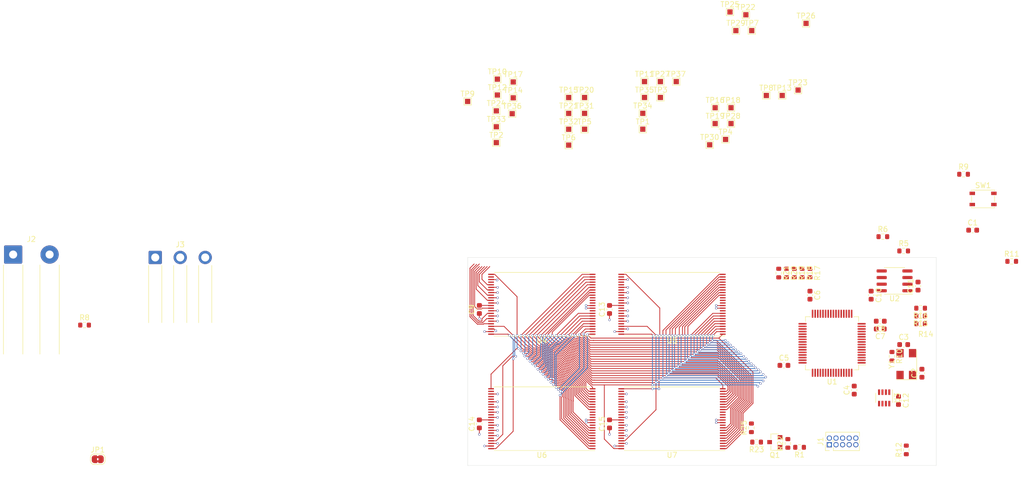
<source format=kicad_pcb>
(kicad_pcb (version 20171130) (host pcbnew "(5.1.9)-1")
  (layers (0 F.Cu signal) (1 In1.Cu power) (2 In2.Cu power) (31 B.Cu signal) (34 B.Paste user) (35 F.Paste user) (36 B.SilkS user) (37 F.SilkS user) (38 B.Mask user) (39 F.Mask user) (44 Edge.Cuts user))
  (net 0 "")
  (net 1 GND)
  (net 2 /NRST)
  (net 3 "Net-(C2-Pad1)")
  (net 4 "Net-(C3-Pad1)")
  (net 5 VCC)
  (net 6 "Net-(C13-Pad2)")
  (net 7 "Net-(J1-Pad8)")
  (net 8 "Net-(J1-Pad7)")
  (net 9 /SWO)
  (net 10 /SWCLK)
  (net 11 /SWDIO)
  (net 12 "Net-(J2-Pad1)")
  (net 13 /I2C3_SDA)
  (net 14 /I2C3_SCL)
  (net 15 "Net-(JP1-Pad2)")
  (net 16 "Net-(Q1-Pad1)")
  (net 17 "Net-(R1-Pad1)")
  (net 18 "Net-(R5-Pad2)")
  (net 19 "Net-(R6-Pad2)")
  (net 20 "Net-(R10-Pad2)")
  (net 21 "Net-(R11-Pad2)")
  (net 22 "Net-(R14-Pad2)")
  (net 23 /IO0)
  (net 24 "Net-(R15-Pad2)")
  (net 25 /IO1)
  (net 26 "Net-(R16-Pad2)")
  (net 27 /IO2)
  (net 28 "Net-(R17-Pad2)")
  (net 29 /IO3)
  (net 30 "Net-(R18-Pad2)")
  (net 31 /IO4)
  (net 32 "Net-(R19-Pad2)")
  (net 33 /IO5)
  (net 34 "Net-(R20-Pad2)")
  (net 35 /IO6)
  (net 36 "Net-(R21-Pad2)")
  (net 37 /IO7)
  (net 38 "Net-(Q1-Pad3)")
  (net 39 /A0)
  (net 40 /A1)
  (net 41 /A2)
  (net 42 /A3)
  (net 43 /A4)
  (net 44 /A5)
  (net 45 /A6)
  (net 46 /A7)
  (net 47 /A8)
  (net 48 /A9)
  (net 49 /A10)
  (net 50 /A11)
  (net 51 /A12)
  (net 52 /A13)
  (net 53 /A14)
  (net 54 /A15)
  (net 55 /A16)
  (net 56 /A17)
  (net 57 /A18)
  (net 58 /A19)
  (net 59 /A20)
  (net 60 /M1_CE)
  (net 61 /M2_CE)
  (net 62 /M3_CE)
  (net 63 /M4_CE)
  (net 64 /~OE)
  (net 65 /~WE)
  (net 66 "Net-(U1-Pad54)")
  (net 67 "Net-(U1-Pad40)")
  (net 68 "Net-(U1-Pad39)")
  (net 69 "Net-(U1-Pad38)")
  (net 70 "Net-(U1-Pad11)")
  (net 71 "Net-(U1-Pad10)")
  (net 72 "Net-(U3-Pad3)")
  (net 73 "Net-(U4-Pad13)")
  (net 74 "Net-(U4-Pad10)")
  (net 75 "Net-(U5-Pad13)")
  (net 76 "Net-(U5-Pad10)")
  (net 77 "Net-(U6-Pad13)")
  (net 78 "Net-(U6-Pad10)")
  (net 79 "Net-(U7-Pad13)")
  (net 80 "Net-(U7-Pad10)")
  (module Package_SO:TSOP-I-48_18.4x12mm_P0.5mm (layer F.Cu) (at 114.25 79 180)
    (fp_text reference U4 (at 0 -7) (layer F.SilkS))
    (fp_text value CY62167EV30LL)
    (pad 48 smd rect (at 9.75 -5.75 180) (size 1.1 0.25) (layers F.Cu F.Paste F.Mask) (net 55 /A16))
    (pad 47 smd rect (at 9.75 -5.25 180) (size 1.1 0.25) (layers F.Cu F.Paste F.Mask) (net 6 "Net-(C13-Pad2)"))
    (pad 46 smd rect (at 9.75 -4.75 180) (size 1.1 0.25) (layers F.Cu F.Paste F.Mask) (net 1 GND))
    (pad 45 smd rect (at 9.75 -4.25 180) (size 1.1 0.25) (layers F.Cu F.Paste F.Mask) (net 59 /A20))
    (pad 44 smd rect (at 9.75 -3.75 180) (size 1.1 0.25) (layers F.Cu F.Paste F.Mask) (net 37 /IO7))
    (pad 43 smd rect (at 9.75 -3.25 180) (size 1.1 0.25) (layers F.Cu F.Paste F.Mask) (net 1 GND))
    (pad 42 smd rect (at 9.75 -2.75 180) (size 1.1 0.25) (layers F.Cu F.Paste F.Mask) (net 35 /IO6))
    (pad 41 smd rect (at 9.75 -2.25 180) (size 1.1 0.25) (layers F.Cu F.Paste F.Mask) (net 1 GND))
    (pad 40 smd rect (at 9.75 -1.75 180) (size 1.1 0.25) (layers F.Cu F.Paste F.Mask) (net 33 /IO5))
    (pad 39 smd rect (at 9.75 -1.25 180) (size 1.1 0.25) (layers F.Cu F.Paste F.Mask) (net 1 GND))
    (pad 38 smd rect (at 9.75 -0.75 180) (size 1.1 0.25) (layers F.Cu F.Paste F.Mask) (net 31 /IO4))
    (pad 37 smd rect (at 9.75 -0.25 180) (size 1.1 0.25) (layers F.Cu F.Paste F.Mask) (net 6 "Net-(C13-Pad2)"))
    (pad 36 smd rect (at 9.75 0.25 180) (size 1.1 0.25) (layers F.Cu F.Paste F.Mask) (net 1 GND))
    (pad 35 smd rect (at 9.75 0.75 180) (size 1.1 0.25) (layers F.Cu F.Paste F.Mask) (net 29 /IO3))
    (pad 34 smd rect (at 9.75 1.25 180) (size 1.1 0.25) (layers F.Cu F.Paste F.Mask) (net 1 GND))
    (pad 33 smd rect (at 9.75 1.75 180) (size 1.1 0.25) (layers F.Cu F.Paste F.Mask) (net 27 /IO2))
    (pad 32 smd rect (at 9.75 2.25 180) (size 1.1 0.25) (layers F.Cu F.Paste F.Mask) (net 1 GND))
    (pad 31 smd rect (at 9.75 2.75 180) (size 1.1 0.25) (layers F.Cu F.Paste F.Mask) (net 25 /IO1))
    (pad 30 smd rect (at 9.75 3.25 180) (size 1.1 0.25) (layers F.Cu F.Paste F.Mask) (net 1 GND))
    (pad 29 smd rect (at 9.75 3.75 180) (size 1.1 0.25) (layers F.Cu F.Paste F.Mask) (net 23 /IO0))
    (pad 28 smd rect (at 9.75 4.25 180) (size 1.1 0.25) (layers F.Cu F.Paste F.Mask) (net 64 /~OE))
    (pad 27 smd rect (at 9.75 4.75 180) (size 1.1 0.25) (layers F.Cu F.Paste F.Mask) (net 1 GND))
    (pad 26 smd rect (at 9.75 5.25 180) (size 1.1 0.25) (layers F.Cu F.Paste F.Mask) (net 6 "Net-(C13-Pad2)"))
    (pad 24 smd rect (at -9.75 5.75 180) (size 1.1 0.25) (layers F.Cu F.Paste F.Mask) (net 40 /A1))
    (pad 23 smd rect (at -9.75 5.25 180) (size 1.1 0.25) (layers F.Cu F.Paste F.Mask) (net 41 /A2))
    (pad 22 smd rect (at -9.75 4.75 180) (size 1.1 0.25) (layers F.Cu F.Paste F.Mask) (net 42 /A3))
    (pad 21 smd rect (at -9.75 4.25 180) (size 1.1 0.25) (layers F.Cu F.Paste F.Mask) (net 43 /A4))
    (pad 20 smd rect (at -9.75 3.75 180) (size 1.1 0.25) (layers F.Cu F.Paste F.Mask) (net 44 /A5))
    (pad 19 smd rect (at -9.75 3.25 180) (size 1.1 0.25) (layers F.Cu F.Paste F.Mask) (net 45 /A6))
    (pad 18 smd rect (at -9.75 2.75 180) (size 1.1 0.25) (layers F.Cu F.Paste F.Mask) (net 46 /A7))
    (pad 17 smd rect (at -9.75 2.25 180) (size 1.1 0.25) (layers F.Cu F.Paste F.Mask) (net 56 /A17))
    (pad 16 smd rect (at -9.75 1.75 180) (size 1.1 0.25) (layers F.Cu F.Paste F.Mask) (net 57 /A18))
    (pad 15 smd rect (at -9.75 1.25 180) (size 1.1 0.25) (layers F.Cu F.Paste F.Mask) (net 65 /~WE))
    (pad 14 smd rect (at -9.75 0.75 180) (size 1.1 0.25) (layers F.Cu F.Paste F.Mask) (net 60 /M1_CE))
    (pad 13 smd rect (at -9.75 0.25 180) (size 1.1 0.25) (layers F.Cu F.Paste F.Mask) (net 73 "Net-(U4-Pad13)"))
    (pad 12 smd rect (at -9.75 -0.25 180) (size 1.1 0.25) (layers F.Cu F.Paste F.Mask) (net 1 GND))
    (pad 11 smd rect (at -9.75 -0.75 180) (size 1.1 0.25) (layers F.Cu F.Paste F.Mask) (net 1 GND))
    (pad 10 smd rect (at -9.75 -1.25 180) (size 1.1 0.25) (layers F.Cu F.Paste F.Mask) (net 74 "Net-(U4-Pad10)"))
    (pad 9 smd rect (at -9.75 -1.75 180) (size 1.1 0.25) (layers F.Cu F.Paste F.Mask) (net 58 /A19))
    (pad 8 smd rect (at -9.75 -2.25 180) (size 1.1 0.25) (layers F.Cu F.Paste F.Mask) (net 47 /A8))
    (pad 7 smd rect (at -9.75 -2.75 180) (size 1.1 0.25) (layers F.Cu F.Paste F.Mask) (net 48 /A9))
    (pad 6 smd rect (at -9.75 -3.25 180) (size 1.1 0.25) (layers F.Cu F.Paste F.Mask) (net 49 /A10))
    (pad 5 smd rect (at -9.75 -3.75 180) (size 1.1 0.25) (layers F.Cu F.Paste F.Mask) (net 50 /A11))
    (pad 4 smd rect (at -9.75 -4.25 180) (size 1.1 0.25) (layers F.Cu F.Paste F.Mask) (net 51 /A12))
    (pad 3 smd rect (at -9.75 -4.75 180) (size 1.1 0.25) (layers F.Cu F.Paste F.Mask) (net 52 /A13))
    (pad 2 smd rect (at -9.75 -5.25 180) (size 1.1 0.25) (layers F.Cu F.Paste F.Mask) (net 53 /A14))
    (pad 25 smd rect (at 9.75 5.75 180) (size 1.1 0.25) (layers F.Cu F.Paste F.Mask) (net 39 /A0))
    (pad 1 smd rect (at -9.75 -5.75 180) (size 1.1 0.25) (layers F.Cu F.Paste F.Mask) (net 54 /A15))
  )
  (module Package_SO:TSOP-I-48_18.4x12mm_P0.5mm (layer F.Cu) (at 139.25 79 180)
    (fp_text reference U5 (at 0 -7) (layer F.SilkS))
    (fp_text value CY62167EV30LL)
    (pad 48 smd rect (at 9.75 -5.75 180) (size 1.1 0.25) (layers F.Cu F.Paste F.Mask) (net 55 /A16))
    (pad 47 smd rect (at 9.75 -5.25 180) (size 1.1 0.25) (layers F.Cu F.Paste F.Mask) (net 6 "Net-(C13-Pad2)"))
    (pad 46 smd rect (at 9.75 -4.75 180) (size 1.1 0.25) (layers F.Cu F.Paste F.Mask) (net 1 GND))
    (pad 45 smd rect (at 9.75 -4.25 180) (size 1.1 0.25) (layers F.Cu F.Paste F.Mask) (net 59 /A20))
    (pad 44 smd rect (at 9.75 -3.75 180) (size 1.1 0.25) (layers F.Cu F.Paste F.Mask) (net 37 /IO7))
    (pad 43 smd rect (at 9.75 -3.25 180) (size 1.1 0.25) (layers F.Cu F.Paste F.Mask) (net 1 GND))
    (pad 42 smd rect (at 9.75 -2.75 180) (size 1.1 0.25) (layers F.Cu F.Paste F.Mask) (net 35 /IO6))
    (pad 41 smd rect (at 9.75 -2.25 180) (size 1.1 0.25) (layers F.Cu F.Paste F.Mask) (net 1 GND))
    (pad 40 smd rect (at 9.75 -1.75 180) (size 1.1 0.25) (layers F.Cu F.Paste F.Mask) (net 33 /IO5))
    (pad 39 smd rect (at 9.75 -1.25 180) (size 1.1 0.25) (layers F.Cu F.Paste F.Mask) (net 1 GND))
    (pad 38 smd rect (at 9.75 -0.75 180) (size 1.1 0.25) (layers F.Cu F.Paste F.Mask) (net 31 /IO4))
    (pad 37 smd rect (at 9.75 -0.25 180) (size 1.1 0.25) (layers F.Cu F.Paste F.Mask) (net 6 "Net-(C13-Pad2)"))
    (pad 36 smd rect (at 9.75 0.25 180) (size 1.1 0.25) (layers F.Cu F.Paste F.Mask) (net 1 GND))
    (pad 35 smd rect (at 9.75 0.75 180) (size 1.1 0.25) (layers F.Cu F.Paste F.Mask) (net 29 /IO3))
    (pad 34 smd rect (at 9.75 1.25 180) (size 1.1 0.25) (layers F.Cu F.Paste F.Mask) (net 1 GND))
    (pad 33 smd rect (at 9.75 1.75 180) (size 1.1 0.25) (layers F.Cu F.Paste F.Mask) (net 27 /IO2))
    (pad 32 smd rect (at 9.75 2.25 180) (size 1.1 0.25) (layers F.Cu F.Paste F.Mask) (net 1 GND))
    (pad 31 smd rect (at 9.75 2.75 180) (size 1.1 0.25) (layers F.Cu F.Paste F.Mask) (net 25 /IO1))
    (pad 30 smd rect (at 9.75 3.25 180) (size 1.1 0.25) (layers F.Cu F.Paste F.Mask) (net 1 GND))
    (pad 29 smd rect (at 9.75 3.75 180) (size 1.1 0.25) (layers F.Cu F.Paste F.Mask) (net 23 /IO0))
    (pad 28 smd rect (at 9.75 4.25 180) (size 1.1 0.25) (layers F.Cu F.Paste F.Mask) (net 64 /~OE))
    (pad 27 smd rect (at 9.75 4.75 180) (size 1.1 0.25) (layers F.Cu F.Paste F.Mask) (net 1 GND))
    (pad 26 smd rect (at 9.75 5.25 180) (size 1.1 0.25) (layers F.Cu F.Paste F.Mask) (net 6 "Net-(C13-Pad2)"))
    (pad 24 smd rect (at -9.75 5.75 180) (size 1.1 0.25) (layers F.Cu F.Paste F.Mask) (net 40 /A1))
    (pad 23 smd rect (at -9.75 5.25 180) (size 1.1 0.25) (layers F.Cu F.Paste F.Mask) (net 41 /A2))
    (pad 22 smd rect (at -9.75 4.75 180) (size 1.1 0.25) (layers F.Cu F.Paste F.Mask) (net 42 /A3))
    (pad 21 smd rect (at -9.75 4.25 180) (size 1.1 0.25) (layers F.Cu F.Paste F.Mask) (net 43 /A4))
    (pad 20 smd rect (at -9.75 3.75 180) (size 1.1 0.25) (layers F.Cu F.Paste F.Mask) (net 44 /A5))
    (pad 19 smd rect (at -9.75 3.25 180) (size 1.1 0.25) (layers F.Cu F.Paste F.Mask) (net 45 /A6))
    (pad 18 smd rect (at -9.75 2.75 180) (size 1.1 0.25) (layers F.Cu F.Paste F.Mask) (net 46 /A7))
    (pad 17 smd rect (at -9.75 2.25 180) (size 1.1 0.25) (layers F.Cu F.Paste F.Mask) (net 56 /A17))
    (pad 16 smd rect (at -9.75 1.75 180) (size 1.1 0.25) (layers F.Cu F.Paste F.Mask) (net 57 /A18))
    (pad 15 smd rect (at -9.75 1.25 180) (size 1.1 0.25) (layers F.Cu F.Paste F.Mask) (net 65 /~WE))
    (pad 14 smd rect (at -9.75 0.75 180) (size 1.1 0.25) (layers F.Cu F.Paste F.Mask) (net 61 /M2_CE))
    (pad 13 smd rect (at -9.75 0.25 180) (size 1.1 0.25) (layers F.Cu F.Paste F.Mask) (net 75 "Net-(U5-Pad13)"))
    (pad 12 smd rect (at -9.75 -0.25 180) (size 1.1 0.25) (layers F.Cu F.Paste F.Mask) (net 1 GND))
    (pad 11 smd rect (at -9.75 -0.75 180) (size 1.1 0.25) (layers F.Cu F.Paste F.Mask) (net 1 GND))
    (pad 10 smd rect (at -9.75 -1.25 180) (size 1.1 0.25) (layers F.Cu F.Paste F.Mask) (net 76 "Net-(U5-Pad10)"))
    (pad 9 smd rect (at -9.75 -1.75 180) (size 1.1 0.25) (layers F.Cu F.Paste F.Mask) (net 58 /A19))
    (pad 8 smd rect (at -9.75 -2.25 180) (size 1.1 0.25) (layers F.Cu F.Paste F.Mask) (net 47 /A8))
    (pad 7 smd rect (at -9.75 -2.75 180) (size 1.1 0.25) (layers F.Cu F.Paste F.Mask) (net 48 /A9))
    (pad 6 smd rect (at -9.75 -3.25 180) (size 1.1 0.25) (layers F.Cu F.Paste F.Mask) (net 49 /A10))
    (pad 5 smd rect (at -9.75 -3.75 180) (size 1.1 0.25) (layers F.Cu F.Paste F.Mask) (net 50 /A11))
    (pad 4 smd rect (at -9.75 -4.25 180) (size 1.1 0.25) (layers F.Cu F.Paste F.Mask) (net 51 /A12))
    (pad 3 smd rect (at -9.75 -4.75 180) (size 1.1 0.25) (layers F.Cu F.Paste F.Mask) (net 52 /A13))
    (pad 2 smd rect (at -9.75 -5.25 180) (size 1.1 0.25) (layers F.Cu F.Paste F.Mask) (net 53 /A14))
    (pad 25 smd rect (at 9.75 5.75 180) (size 1.1 0.25) (layers F.Cu F.Paste F.Mask) (net 39 /A0))
    (pad 1 smd rect (at -9.75 -5.75 180) (size 1.1 0.25) (layers F.Cu F.Paste F.Mask) (net 54 /A15))
  )
  (module TestPoint:TestPoint_Pad_1.0x1.0mm (layer F.Cu) (at 150.59 41.21)
    (fp_text reference TP18 (at 0 -1.448) (layer F.SilkS))
    (fp_text value TestPoint)
    (pad 1 smd rect (at 0 0) (size 1 1) (layers F.Cu F.Mask) (net 47 /A8))
  )
  (module TestPoint:TestPoint_Pad_1.0x1.0mm (layer F.Cu) (at 149.54 47.31)
    (fp_text reference TP4 (at 0 -1.448) (layer F.SilkS))
    (fp_text value TestPoint)
    (pad 1 smd rect (at 0 0) (size 1 1) (layers F.Cu F.Mask) (net 27 /IO2))
  )
  (module TestPoint:TestPoint_Pad_1.0x1.0mm (layer F.Cu) (at 105.71 38.77)
    (fp_text reference TP12 (at 0 -1.448) (layer F.SilkS))
    (fp_text value TestPoint)
    (pad 1 smd rect (at 0 0) (size 1 1) (layers F.Cu F.Mask) (net 41 /A2))
  )
  (module TestPoint:TestPoint_Pad_1.0x1.0mm (layer F.Cu) (at 100 40)
    (fp_text reference TP9 (at 0 -1.448) (layer F.SilkS))
    (fp_text value TestPoint)
    (pad 1 smd rect (at 0 0) (size 1 1) (layers F.Cu F.Mask) (net 37 /IO7))
  )
  (module TestPoint:TestPoint_Pad_1.0x1.0mm (layer F.Cu) (at 108.76 39.31)
    (fp_text reference TP14 (at 0 -1.448) (layer F.SilkS))
    (fp_text value TestPoint)
    (pad 1 smd rect (at 0 0) (size 1 1) (layers F.Cu F.Mask) (net 43 /A4))
  )
  (module TestPoint:TestPoint_Pad_1.0x1.0mm (layer F.Cu) (at 119.41 45.35)
    (fp_text reference TP32 (at 0 -1.448) (layer F.SilkS))
    (fp_text value TestPoint)
    (pad 1 smd rect (at 0 0) (size 1 1) (layers F.Cu F.Mask) (net 61 /M2_CE))
  )
  (module TestPoint:TestPoint_Pad_1.0x1.0mm (layer F.Cu) (at 133.64 42.29)
    (fp_text reference TP34 (at 0 -1.448) (layer F.SilkS))
    (fp_text value TestPoint)
    (pad 1 smd rect (at 0 0) (size 1 1) (layers F.Cu F.Mask) (net 63 /M4_CE))
  )
  (module TestPoint:TestPoint_Pad_1.0x1.0mm (layer F.Cu) (at 160.42 38.86)
    (fp_text reference TP13 (at 0 -1.448) (layer F.SilkS))
    (fp_text value TestPoint)
    (pad 1 smd rect (at 0 0) (size 1 1) (layers F.Cu F.Mask) (net 42 /A3))
  )
  (module TestPoint:TestPoint_Pad_1.0x1.0mm (layer F.Cu) (at 108.76 36.26)
    (fp_text reference TP17 (at 0 -1.448) (layer F.SilkS))
    (fp_text value TestPoint)
    (pad 1 smd rect (at 0 0) (size 1 1) (layers F.Cu F.Mask) (net 46 /A7))
  )
  (module TestPoint:TestPoint_Pad_1.0x1.0mm (layer F.Cu) (at 163.47 37.82)
    (fp_text reference TP23 (at 0 -1.448) (layer F.SilkS))
    (fp_text value TestPoint)
    (pad 1 smd rect (at 0 0) (size 1 1) (layers F.Cu F.Mask) (net 52 /A13))
  )
  (module TestPoint:TestPoint_Pad_1.0x1.0mm (layer F.Cu) (at 150.39 22.8)
    (fp_text reference TP25 (at 0 -1.448) (layer F.SilkS))
    (fp_text value TestPoint)
    (pad 1 smd rect (at 0 0) (size 1 1) (layers F.Cu F.Mask) (net 54 /A15))
  )
  (module TestPoint:TestPoint_Pad_1.0x1.0mm (layer F.Cu) (at 147.54 41.21)
    (fp_text reference TP16 (at 0 -1.448) (layer F.SilkS))
    (fp_text value TestPoint)
    (pad 1 smd rect (at 0 0) (size 1 1) (layers F.Cu F.Mask) (net 45 /A6))
  )
  (module TestPoint:TestPoint_Pad_1.0x1.0mm (layer F.Cu) (at 105.71 35.72)
    (fp_text reference TP10 (at 0 -1.448) (layer F.SilkS))
    (fp_text value TestPoint)
    (pad 1 smd rect (at 0 0) (size 1 1) (layers F.Cu F.Mask) (net 39 /A0))
  )
  (module TestPoint:TestPoint_Pad_1.0x1.0mm (layer F.Cu) (at 133.97 36.19)
    (fp_text reference TP11 (at 0 -1.448) (layer F.SilkS))
    (fp_text value TestPoint)
    (pad 1 smd rect (at 0 0) (size 1 1) (layers F.Cu F.Mask) (net 40 /A1))
  )
  (module TestPoint:TestPoint_Pad_1.0x1.0mm (layer F.Cu) (at 137.02 36.19)
    (fp_text reference TP27 (at 0 -1.448) (layer F.SilkS))
    (fp_text value TestPoint)
    (pad 1 smd rect (at 0 0) (size 1 1) (layers F.Cu F.Mask) (net 56 /A17))
  )
  (module TestPoint:TestPoint_Pad_1.0x1.0mm (layer F.Cu) (at 137.02 39.24)
    (fp_text reference TP3 (at 0 -1.448) (layer F.SilkS))
    (fp_text value TestPoint)
    (pad 1 smd rect (at 0 0) (size 1 1) (layers F.Cu F.Mask) (net 25 /IO1))
  )
  (module TestPoint:TestPoint_Pad_1.0x1.0mm (layer F.Cu) (at 119.41 48.4)
    (fp_text reference TP6 (at 0 -1.448) (layer F.SilkS))
    (fp_text value TestPoint)
    (pad 1 smd rect (at 0 0) (size 1 1) (layers F.Cu F.Mask) (net 31 /IO4))
  )
  (module TestPoint:TestPoint_Pad_1.0x1.0mm (layer F.Cu) (at 157.37 38.86)
    (fp_text reference TP8 (at 0 -1.448) (layer F.SilkS))
    (fp_text value TestPoint)
    (pad 1 smd rect (at 0 0) (size 1 1) (layers F.Cu F.Mask) (net 35 /IO6))
  )
  (module TestPoint:TestPoint_Pad_1.0x1.0mm (layer F.Cu) (at 119.41 39.25)
    (fp_text reference TP15 (at 0 -1.448) (layer F.SilkS))
    (fp_text value TestPoint)
    (pad 1 smd rect (at 0 0) (size 1 1) (layers F.Cu F.Mask) (net 44 /A5))
  )
  (module TestPoint:TestPoint_Pad_1.0x1.0mm (layer F.Cu) (at 147.54 44.26)
    (fp_text reference TP19 (at 0 -1.448) (layer F.SilkS))
    (fp_text value TestPoint)
    (pad 1 smd rect (at 0 0) (size 1 1) (layers F.Cu F.Mask) (net 48 /A9))
  )
  (module TestPoint:TestPoint_Pad_1.0x1.0mm (layer F.Cu) (at 133.64 45.34)
    (fp_text reference TP1 (at 0 -1.448) (layer F.SilkS))
    (fp_text value TestPoint)
    (pad 1 smd rect (at 0 0) (size 1 1) (layers F.Cu F.Mask) (net 5 VCC))
  )
  (module TestPoint:TestPoint_Pad_1.0x1.0mm (layer F.Cu) (at 154.57 26.39)
    (fp_text reference TP7 (at 0 -1.448) (layer F.SilkS))
    (fp_text value TestPoint)
    (pad 1 smd rect (at 0 0) (size 1 1) (layers F.Cu F.Mask) (net 33 /IO5))
  )
  (module TestPoint:TestPoint_Pad_1.0x1.0mm (layer F.Cu) (at 105.51 47.92)
    (fp_text reference TP2 (at 0 -1.448) (layer F.SilkS))
    (fp_text value TestPoint)
    (pad 1 smd rect (at 0 0) (size 1 1) (layers F.Cu F.Mask) (net 23 /IO0))
  )
  (module TestPoint:TestPoint_Pad_1.0x1.0mm (layer F.Cu) (at 122.46 45.35)
    (fp_text reference TP5 (at 0 -1.448) (layer F.SilkS))
    (fp_text value TestPoint)
    (pad 1 smd rect (at 0 0) (size 1 1) (layers F.Cu F.Mask) (net 29 /IO3))
  )
  (module TestPoint:TestPoint_Pad_1.0x1.0mm (layer F.Cu) (at 119.41 42.3)
    (fp_text reference TP21 (at 0 -1.448) (layer F.SilkS))
    (fp_text value TestPoint)
    (pad 1 smd rect (at 0 0) (size 1 1) (layers F.Cu F.Mask) (net 50 /A11))
  )
  (module TestPoint:TestPoint_Pad_1.0x1.0mm (layer F.Cu) (at 153.44 23.34)
    (fp_text reference TP22 (at 0 -1.448) (layer F.SilkS))
    (fp_text value TestPoint)
    (pad 1 smd rect (at 0 0) (size 1 1) (layers F.Cu F.Mask) (net 51 /A12))
  )
  (module TestPoint:TestPoint_Pad_1.0x1.0mm (layer F.Cu) (at 165 25)
    (fp_text reference TP26 (at 0 -1.448) (layer F.SilkS))
    (fp_text value TestPoint)
    (pad 1 smd rect (at 0 0) (size 1 1) (layers F.Cu F.Mask) (net 55 /A16))
  )
  (module TestPoint:TestPoint_Pad_1.0x1.0mm (layer F.Cu) (at 151.52 26.39)
    (fp_text reference TP29 (at 0 -1.448) (layer F.SilkS))
    (fp_text value TestPoint)
    (pad 1 smd rect (at 0 0) (size 1 1) (layers F.Cu F.Mask) (net 58 /A19))
  )
  (module TestPoint:TestPoint_Pad_1.0x1.0mm (layer F.Cu) (at 150.59 44.26)
    (fp_text reference TP28 (at 0 -1.448) (layer F.SilkS))
    (fp_text value TestPoint)
    (pad 1 smd rect (at 0 0) (size 1 1) (layers F.Cu F.Mask) (net 57 /A18))
  )
  (module TestPoint:TestPoint_Pad_1.0x1.0mm (layer F.Cu) (at 146.49 48.34)
    (fp_text reference TP30 (at 0 -1.448) (layer F.SilkS))
    (fp_text value TestPoint)
    (pad 1 smd rect (at 0 0) (size 1 1) (layers F.Cu F.Mask) (net 59 /A20))
  )
  (module TestPoint:TestPoint_Pad_1.0x1.0mm (layer F.Cu) (at 105.51 41.82)
    (fp_text reference TP24 (at 0 -1.448) (layer F.SilkS))
    (fp_text value TestPoint)
    (pad 1 smd rect (at 0 0) (size 1 1) (layers F.Cu F.Mask) (net 53 /A14))
  )
  (module TestPoint:TestPoint_Pad_1.0x1.0mm (layer F.Cu) (at 122.46 39.25)
    (fp_text reference TP20 (at 0 -1.448) (layer F.SilkS))
    (fp_text value TestPoint)
    (pad 1 smd rect (at 0 0) (size 1 1) (layers F.Cu F.Mask) (net 49 /A10))
  )
  (module TestPoint:TestPoint_Pad_1.0x1.0mm (layer F.Cu) (at 122.46 42.3)
    (fp_text reference TP31 (at 0 -1.448) (layer F.SilkS))
    (fp_text value TestPoint)
    (pad 1 smd rect (at 0 0) (size 1 1) (layers F.Cu F.Mask) (net 60 /M1_CE))
  )
  (module TestPoint:TestPoint_Pad_1.0x1.0mm (layer F.Cu) (at 105.51 44.87)
    (fp_text reference TP33 (at 0 -1.448) (layer F.SilkS))
    (fp_text value TestPoint)
    (pad 1 smd rect (at 0 0) (size 1 1) (layers F.Cu F.Mask) (net 62 /M3_CE))
  )
  (module TestPoint:TestPoint_Pad_1.0x1.0mm (layer F.Cu) (at 140.07 36.19)
    (fp_text reference TP37 (at 0 -1.448) (layer F.SilkS))
    (fp_text value TestPoint)
    (pad 1 smd rect (at 0 0) (size 1 1) (layers F.Cu F.Mask) (net 1 GND))
  )
  (module TestPoint:TestPoint_Pad_1.0x1.0mm (layer F.Cu) (at 133.97 39.24)
    (fp_text reference TP35 (at 0 -1.448) (layer F.SilkS))
    (fp_text value TestPoint)
    (pad 1 smd rect (at 0 0) (size 1 1) (layers F.Cu F.Mask) (net 64 /~OE))
  )
  (module TestPoint:TestPoint_Pad_1.0x1.0mm (layer F.Cu) (at 108.56 42.36)
    (fp_text reference TP36 (at 0 -1.448) (layer F.SilkS))
    (fp_text value TestPoint)
    (pad 1 smd rect (at 0 0) (size 1 1) (layers F.Cu F.Mask) (net 65 /~WE))
  )
  (module Capacitor_SMD:C_0603_1608Metric (layer F.Cu) (at 197 64.75)
    (fp_text reference C1 (at 0 -1.43) (layer F.SilkS))
    (fp_text value "100 nF")
    (pad 2 smd roundrect (at 0.775 0) (size 0.9 0.95) (layers F.Cu F.Paste F.Mask) (net 1 GND))
    (pad 1 smd roundrect (at -0.775 0) (size 0.9 0.95) (layers F.Cu F.Paste F.Mask) (net 2 /NRST))
  )
  (module Resistor_SMD:R_0603_1608Metric (layer F.Cu) (at 195.25 54)
    (fp_text reference R9 (at 0 -1.43) (layer F.SilkS))
    (fp_text value "10 kR")
    (pad 2 smd roundrect (at 0.825 0) (size 0.8 0.95) (layers F.Cu F.Paste F.Mask) (net 2 /NRST))
    (pad 1 smd roundrect (at -0.825 0) (size 0.8 0.95) (layers F.Cu F.Paste F.Mask) (net 5 VCC))
  )
  (module Resistor_SMD:R_0603_1608Metric (layer F.Cu) (at 179.75 66)
    (fp_text reference R6 (at 0 -1.43) (layer F.SilkS))
    (fp_text value "10 kR")
    (pad 2 smd roundrect (at 0.825 0) (size 0.8 0.95) (layers F.Cu F.Paste F.Mask) (net 19 "Net-(R6-Pad2)"))
    (pad 1 smd roundrect (at -0.825 0) (size 0.8 0.95) (layers F.Cu F.Paste F.Mask) (net 5 VCC))
  )
  (module Button_Switch_SMD:SW_SPST_PTS810 (layer F.Cu) (at 199 58.75)
    (fp_text reference SW1 (at 0 -2.6) (layer F.SilkS))
    (fp_text value SW_SPST)
    (pad 2 smd rect (at 2.075 1.075) (size 1.05 0.65) (layers F.Cu F.Paste F.Mask) (net 2 /NRST))
    (pad 2 smd rect (at -2.075 1.075) (size 1.05 0.65) (layers F.Cu F.Paste F.Mask) (net 2 /NRST))
    (pad 1 smd rect (at 2.075 -1.075) (size 1.05 0.65) (layers F.Cu F.Paste F.Mask) (net 1 GND))
    (pad 1 smd rect (at -2.075 -1.075) (size 1.05 0.65) (layers F.Cu F.Paste F.Mask) (net 1 GND))
  )
  (module Resistor_SMD:R_0603_1608Metric (layer F.Cu) (at 204.5 70.75)
    (fp_text reference R11 (at 0 -1.43) (layer F.SilkS))
    (fp_text value "10 kR")
    (pad 2 smd roundrect (at 0.825 0) (size 0.8 0.95) (layers F.Cu F.Paste F.Mask) (net 21 "Net-(R11-Pad2)"))
    (pad 1 smd roundrect (at -0.825 0) (size 0.8 0.95) (layers F.Cu F.Paste F.Mask) (net 15 "Net-(JP1-Pad2)"))
  )
  (module Resistor_SMD:R_0603_1608Metric (layer F.Cu) (at 183.75 68.75)
    (fp_text reference R5 (at 0 -1.43) (layer F.SilkS))
    (fp_text value "10 kR")
    (pad 2 smd roundrect (at 0.825 0) (size 0.8 0.95) (layers F.Cu F.Paste F.Mask) (net 18 "Net-(R5-Pad2)"))
    (pad 1 smd roundrect (at -0.825 0) (size 0.8 0.95) (layers F.Cu F.Paste F.Mask) (net 5 VCC))
  )
  (module Connector_Wire:SolderWire-0.75sqmm_1x02_P7mm_D1.25mm_OD3.5mm_Relief (layer F.Cu) (at 12.71 69.44)
    (fp_text reference J2 (at 3.5 -2.95) (layer F.SilkS))
    (fp_text value Conn_01x02)
    (pad "" np_thru_hole circle (at 7 21) (size 4 4) (drill 4) (layers *.Cu *.Mask))
    (pad "" np_thru_hole circle (at 0 21) (size 4 4) (drill 4) (layers *.Cu *.Mask))
    (pad 2 thru_hole circle (at 7 0) (size 3.5 3.5) (drill 1.55) (layers *.Cu *.Mask) (net 1 GND))
    (pad 1 thru_hole roundrect (at 0 0) (size 3.5 3.5) (drill 1.55) (layers *.Cu *.Mask) (roundrect_rratio 0.07142900000000001) (net 12 "Net-(J2-Pad1)"))
  )
  (module Connector_Wire:SolderWire-0.75sqmm_1x03_P4.8mm_D1.25mm_OD2.3mm_Relief (layer F.Cu) (at 40 70)
    (fp_text reference J3 (at 4.8 -2.47) (layer F.SilkS))
    (fp_text value Conn_01x03)
    (pad "" np_thru_hole circle (at 9.6 13.8) (size 2.8 2.8) (drill 2.8) (layers *.Cu *.Mask))
    (pad "" np_thru_hole circle (at 4.8 13.8) (size 2.8 2.8) (drill 2.8) (layers *.Cu *.Mask))
    (pad "" np_thru_hole circle (at 0 13.8) (size 2.8 2.8) (drill 2.8) (layers *.Cu *.Mask))
    (pad 3 thru_hole circle (at 9.6 0) (size 2.55 2.55) (drill 1.55) (layers *.Cu *.Mask) (net 1 GND))
    (pad 2 thru_hole circle (at 4.8 0) (size 2.55 2.55) (drill 1.55) (layers *.Cu *.Mask) (net 13 /I2C3_SDA))
    (pad 1 thru_hole roundrect (at 0 0) (size 2.55 2.55) (drill 1.55) (layers *.Cu *.Mask) (roundrect_rratio 0.098039) (net 14 /I2C3_SCL))
  )
  (module Jumper:SolderJumper-2_P1.3mm_Bridged2Bar_RoundedPad1.0x1.5mm (layer F.Cu) (at 28.96 108.79)
    (fp_text reference JP1 (at 0 -1.8) (layer F.SilkS))
    (fp_text value Jumper_2_Bridged)
    (fp_poly (pts (xy -0.25 -0.6) (xy 0.25 -0.6) (xy 0.25 -0.2) (xy -0.25 -0.2)) (layer F.Cu) (width 0))
    (fp_poly (pts (xy -0.25 0.2) (xy 0.25 0.2) (xy 0.25 0.6) (xy -0.25 0.6)) (layer F.Cu) (width 0))
    (pad 1 smd custom (at -0.65 0) (size 1 0.5) (layers F.Cu F.Mask) (net 1 GND) (options (clearance outline) (anchor rect)) (primitives (gr_circle (center 0 0.25) (end 0.5 0.25) (width 0)) (gr_circle (center 0 -0.25) (end 0.5 -0.25) (width 0)) (gr_poly (pts (xy 0.5 0.75) (xy 0.5 -0.75) (xy 0 -0.75) (xy 0 0.75)) (width 0))))
    (pad 2 smd custom (at 0.65 0) (size 1 0.5) (layers F.Cu F.Mask) (net 15 "Net-(JP1-Pad2)") (options (clearance outline) (anchor rect)) (primitives (gr_circle (center 0 0.25) (end 0.5 0.25) (width 0)) (gr_circle (center 0 -0.25) (end 0.5 -0.25) (width 0)) (gr_poly (pts (xy -0.5 0.75) (xy -0.5 -0.75) (xy 0 -0.75) (xy 0 0.75)) (width 0))))
  )
  (module Resistor_SMD:R_0603_1608Metric (layer F.Cu) (at 26.425 83)
    (fp_text reference R8 (at 0 -1.43) (layer F.SilkS))
    (fp_text value "55 R")
    (pad 2 smd roundrect (at 0.825 0) (size 0.8 0.95) (layers F.Cu F.Paste F.Mask) (net 12 "Net-(J2-Pad1)"))
    (pad 1 smd roundrect (at -0.825 0) (size 0.8 0.95) (layers F.Cu F.Paste F.Mask) (net 5 VCC))
  )
  (module Capacitor_SMD:C_0603_1608Metric (layer F.Cu) (at 102.25 80 90)
    (fp_text reference C9 (at 0 -1.43 90) (layer F.SilkS))
    (fp_text value "100 nF")
    (pad 2 smd roundrect (at 0.775 0 90) (size 0.9 0.95) (layers F.Cu F.Paste F.Mask) (net 6 "Net-(C13-Pad2)"))
    (pad 1 smd roundrect (at -0.775 0 90) (size 0.9 0.95) (layers F.Cu F.Paste F.Mask) (net 1 GND))
  )
  (module Capacitor_SMD:C_0603_1608Metric (layer F.Cu) (at 102.25 102 90)
    (fp_text reference C14 (at 0 -1.43 90) (layer F.SilkS))
    (fp_text value "100 nF")
    (pad 2 smd roundrect (at 0.775 0 90) (size 0.9 0.95) (layers F.Cu F.Paste F.Mask) (net 6 "Net-(C13-Pad2)"))
    (pad 1 smd roundrect (at -0.775 0 90) (size 0.9 0.95) (layers F.Cu F.Paste F.Mask) (net 1 GND))
  )
  (module Package_TO_SOT_SMD:SOT-23 (layer F.Cu) (at 159 105.5 180)
    (fp_text reference Q1 (at 0 -2.5) (layer F.SilkS))
    (fp_text value Q_PMOS_GSD)
    (pad 3 smd rect (at 1 0 180) (size 0.9 0.8) (layers F.Cu F.Paste F.Mask) (net 38 "Net-(Q1-Pad3)"))
    (pad 2 smd rect (at -1 0.95 180) (size 0.9 0.8) (layers F.Cu F.Paste F.Mask) (net 5 VCC))
    (pad 1 smd rect (at -1 -0.95 180) (size 0.9 0.8) (layers F.Cu F.Paste F.Mask) (net 16 "Net-(Q1-Pad1)"))
  )
  (module Payload2:Crystal_SMD_DiodesIncorporated_FY (layer F.Cu) (at 184.25 90.5 90)
    (fp_text reference Y1 (at 0 -2.8 90) (layer F.SilkS))
    (fp_text value "8 MHz")
    (pad 1 smd rect (at -2.1 1.2 90) (size 1.6 1.4) (layers F.Cu F.Paste F.Mask) (net 3 "Net-(C2-Pad1)"))
    (pad 2 smd rect (at 2.1 1.2 90) (size 1.6 1.4) (layers F.Cu F.Paste F.Mask) (net 1 GND))
    (pad 3 smd rect (at 2.1 -1.2 90) (size 1.6 1.4) (layers F.Cu F.Paste F.Mask) (net 4 "Net-(C3-Pad1)"))
    (pad 4 smd rect (at -2.1 -1.2 90) (size 1.6 1.4) (layers F.Cu F.Paste F.Mask) (net 1 GND))
  )
  (module Package_SO:TSOP-I-48_18.4x12mm_P0.5mm (layer F.Cu) (at 139.25 101 180)
    (fp_text reference U7 (at 0 -7) (layer F.SilkS))
    (fp_text value CY62167EV30LL)
    (pad 48 smd rect (at 9.75 -5.75 180) (size 1.1 0.25) (layers F.Cu F.Paste F.Mask) (net 55 /A16))
    (pad 47 smd rect (at 9.75 -5.25 180) (size 1.1 0.25) (layers F.Cu F.Paste F.Mask) (net 6 "Net-(C13-Pad2)"))
    (pad 46 smd rect (at 9.75 -4.75 180) (size 1.1 0.25) (layers F.Cu F.Paste F.Mask) (net 1 GND))
    (pad 45 smd rect (at 9.75 -4.25 180) (size 1.1 0.25) (layers F.Cu F.Paste F.Mask) (net 59 /A20))
    (pad 44 smd rect (at 9.75 -3.75 180) (size 1.1 0.25) (layers F.Cu F.Paste F.Mask) (net 37 /IO7))
    (pad 43 smd rect (at 9.75 -3.25 180) (size 1.1 0.25) (layers F.Cu F.Paste F.Mask) (net 1 GND))
    (pad 42 smd rect (at 9.75 -2.75 180) (size 1.1 0.25) (layers F.Cu F.Paste F.Mask) (net 35 /IO6))
    (pad 41 smd rect (at 9.75 -2.25 180) (size 1.1 0.25) (layers F.Cu F.Paste F.Mask) (net 1 GND))
    (pad 40 smd rect (at 9.75 -1.75 180) (size 1.1 0.25) (layers F.Cu F.Paste F.Mask) (net 33 /IO5))
    (pad 39 smd rect (at 9.75 -1.25 180) (size 1.1 0.25) (layers F.Cu F.Paste F.Mask) (net 1 GND))
    (pad 38 smd rect (at 9.75 -0.75 180) (size 1.1 0.25) (layers F.Cu F.Paste F.Mask) (net 31 /IO4))
    (pad 37 smd rect (at 9.75 -0.25 180) (size 1.1 0.25) (layers F.Cu F.Paste F.Mask) (net 6 "Net-(C13-Pad2)"))
    (pad 36 smd rect (at 9.75 0.25 180) (size 1.1 0.25) (layers F.Cu F.Paste F.Mask) (net 1 GND))
    (pad 35 smd rect (at 9.75 0.75 180) (size 1.1 0.25) (layers F.Cu F.Paste F.Mask) (net 29 /IO3))
    (pad 34 smd rect (at 9.75 1.25 180) (size 1.1 0.25) (layers F.Cu F.Paste F.Mask) (net 1 GND))
    (pad 33 smd rect (at 9.75 1.75 180) (size 1.1 0.25) (layers F.Cu F.Paste F.Mask) (net 27 /IO2))
    (pad 32 smd rect (at 9.75 2.25 180) (size 1.1 0.25) (layers F.Cu F.Paste F.Mask) (net 1 GND))
    (pad 31 smd rect (at 9.75 2.75 180) (size 1.1 0.25) (layers F.Cu F.Paste F.Mask) (net 25 /IO1))
    (pad 30 smd rect (at 9.75 3.25 180) (size 1.1 0.25) (layers F.Cu F.Paste F.Mask) (net 1 GND))
    (pad 29 smd rect (at 9.75 3.75 180) (size 1.1 0.25) (layers F.Cu F.Paste F.Mask) (net 23 /IO0))
    (pad 28 smd rect (at 9.75 4.25 180) (size 1.1 0.25) (layers F.Cu F.Paste F.Mask) (net 64 /~OE))
    (pad 27 smd rect (at 9.75 4.75 180) (size 1.1 0.25) (layers F.Cu F.Paste F.Mask) (net 1 GND))
    (pad 26 smd rect (at 9.75 5.25 180) (size 1.1 0.25) (layers F.Cu F.Paste F.Mask) (net 6 "Net-(C13-Pad2)"))
    (pad 24 smd rect (at -9.75 5.75 180) (size 1.1 0.25) (layers F.Cu F.Paste F.Mask) (net 40 /A1))
    (pad 23 smd rect (at -9.75 5.25 180) (size 1.1 0.25) (layers F.Cu F.Paste F.Mask) (net 41 /A2))
    (pad 22 smd rect (at -9.75 4.75 180) (size 1.1 0.25) (layers F.Cu F.Paste F.Mask) (net 42 /A3))
    (pad 21 smd rect (at -9.75 4.25 180) (size 1.1 0.25) (layers F.Cu F.Paste F.Mask) (net 43 /A4))
    (pad 20 smd rect (at -9.75 3.75 180) (size 1.1 0.25) (layers F.Cu F.Paste F.Mask) (net 44 /A5))
    (pad 19 smd rect (at -9.75 3.25 180) (size 1.1 0.25) (layers F.Cu F.Paste F.Mask) (net 45 /A6))
    (pad 18 smd rect (at -9.75 2.75 180) (size 1.1 0.25) (layers F.Cu F.Paste F.Mask) (net 46 /A7))
    (pad 17 smd rect (at -9.75 2.25 180) (size 1.1 0.25) (layers F.Cu F.Paste F.Mask) (net 56 /A17))
    (pad 16 smd rect (at -9.75 1.75 180) (size 1.1 0.25) (layers F.Cu F.Paste F.Mask) (net 57 /A18))
    (pad 15 smd rect (at -9.75 1.25 180) (size 1.1 0.25) (layers F.Cu F.Paste F.Mask) (net 65 /~WE))
    (pad 14 smd rect (at -9.75 0.75 180) (size 1.1 0.25) (layers F.Cu F.Paste F.Mask) (net 63 /M4_CE))
    (pad 13 smd rect (at -9.75 0.25 180) (size 1.1 0.25) (layers F.Cu F.Paste F.Mask) (net 79 "Net-(U7-Pad13)"))
    (pad 12 smd rect (at -9.75 -0.25 180) (size 1.1 0.25) (layers F.Cu F.Paste F.Mask) (net 1 GND))
    (pad 11 smd rect (at -9.75 -0.75 180) (size 1.1 0.25) (layers F.Cu F.Paste F.Mask) (net 1 GND))
    (pad 10 smd rect (at -9.75 -1.25 180) (size 1.1 0.25) (layers F.Cu F.Paste F.Mask) (net 80 "Net-(U7-Pad10)"))
    (pad 9 smd rect (at -9.75 -1.75 180) (size 1.1 0.25) (layers F.Cu F.Paste F.Mask) (net 58 /A19))
    (pad 8 smd rect (at -9.75 -2.25 180) (size 1.1 0.25) (layers F.Cu F.Paste F.Mask) (net 47 /A8))
    (pad 7 smd rect (at -9.75 -2.75 180) (size 1.1 0.25) (layers F.Cu F.Paste F.Mask) (net 48 /A9))
    (pad 6 smd rect (at -9.75 -3.25 180) (size 1.1 0.25) (layers F.Cu F.Paste F.Mask) (net 49 /A10))
    (pad 5 smd rect (at -9.75 -3.75 180) (size 1.1 0.25) (layers F.Cu F.Paste F.Mask) (net 50 /A11))
    (pad 4 smd rect (at -9.75 -4.25 180) (size 1.1 0.25) (layers F.Cu F.Paste F.Mask) (net 51 /A12))
    (pad 3 smd rect (at -9.75 -4.75 180) (size 1.1 0.25) (layers F.Cu F.Paste F.Mask) (net 52 /A13))
    (pad 2 smd rect (at -9.75 -5.25 180) (size 1.1 0.25) (layers F.Cu F.Paste F.Mask) (net 53 /A14))
    (pad 25 smd rect (at 9.75 5.75 180) (size 1.1 0.25) (layers F.Cu F.Paste F.Mask) (net 39 /A0))
    (pad 1 smd rect (at -9.75 -5.75 180) (size 1.1 0.25) (layers F.Cu F.Paste F.Mask) (net 54 /A15))
  )
  (module Package_SO:TSOP-I-48_18.4x12mm_P0.5mm (layer F.Cu) (at 114.25 101 180)
    (fp_text reference U6 (at 0 -7) (layer F.SilkS))
    (fp_text value CY62167EV30LL)
    (pad 48 smd rect (at 9.75 -5.75 180) (size 1.1 0.25) (layers F.Cu F.Paste F.Mask) (net 55 /A16))
    (pad 47 smd rect (at 9.75 -5.25 180) (size 1.1 0.25) (layers F.Cu F.Paste F.Mask) (net 6 "Net-(C13-Pad2)"))
    (pad 46 smd rect (at 9.75 -4.75 180) (size 1.1 0.25) (layers F.Cu F.Paste F.Mask) (net 1 GND))
    (pad 45 smd rect (at 9.75 -4.25 180) (size 1.1 0.25) (layers F.Cu F.Paste F.Mask) (net 59 /A20))
    (pad 44 smd rect (at 9.75 -3.75 180) (size 1.1 0.25) (layers F.Cu F.Paste F.Mask) (net 37 /IO7))
    (pad 43 smd rect (at 9.75 -3.25 180) (size 1.1 0.25) (layers F.Cu F.Paste F.Mask) (net 1 GND))
    (pad 42 smd rect (at 9.75 -2.75 180) (size 1.1 0.25) (layers F.Cu F.Paste F.Mask) (net 35 /IO6))
    (pad 41 smd rect (at 9.75 -2.25 180) (size 1.1 0.25) (layers F.Cu F.Paste F.Mask) (net 1 GND))
    (pad 40 smd rect (at 9.75 -1.75 180) (size 1.1 0.25) (layers F.Cu F.Paste F.Mask) (net 33 /IO5))
    (pad 39 smd rect (at 9.75 -1.25 180) (size 1.1 0.25) (layers F.Cu F.Paste F.Mask) (net 1 GND))
    (pad 38 smd rect (at 9.75 -0.75 180) (size 1.1 0.25) (layers F.Cu F.Paste F.Mask) (net 31 /IO4))
    (pad 37 smd rect (at 9.75 -0.25 180) (size 1.1 0.25) (layers F.Cu F.Paste F.Mask) (net 6 "Net-(C13-Pad2)"))
    (pad 36 smd rect (at 9.75 0.25 180) (size 1.1 0.25) (layers F.Cu F.Paste F.Mask) (net 1 GND))
    (pad 35 smd rect (at 9.75 0.75 180) (size 1.1 0.25) (layers F.Cu F.Paste F.Mask) (net 29 /IO3))
    (pad 34 smd rect (at 9.75 1.25 180) (size 1.1 0.25) (layers F.Cu F.Paste F.Mask) (net 1 GND))
    (pad 33 smd rect (at 9.75 1.75 180) (size 1.1 0.25) (layers F.Cu F.Paste F.Mask) (net 27 /IO2))
    (pad 32 smd rect (at 9.75 2.25 180) (size 1.1 0.25) (layers F.Cu F.Paste F.Mask) (net 1 GND))
    (pad 31 smd rect (at 9.75 2.75 180) (size 1.1 0.25) (layers F.Cu F.Paste F.Mask) (net 25 /IO1))
    (pad 30 smd rect (at 9.75 3.25 180) (size 1.1 0.25) (layers F.Cu F.Paste F.Mask) (net 1 GND))
    (pad 29 smd rect (at 9.75 3.75 180) (size 1.1 0.25) (layers F.Cu F.Paste F.Mask) (net 23 /IO0))
    (pad 28 smd rect (at 9.75 4.25 180) (size 1.1 0.25) (layers F.Cu F.Paste F.Mask) (net 64 /~OE))
    (pad 27 smd rect (at 9.75 4.75 180) (size 1.1 0.25) (layers F.Cu F.Paste F.Mask) (net 1 GND))
    (pad 26 smd rect (at 9.75 5.25 180) (size 1.1 0.25) (layers F.Cu F.Paste F.Mask) (net 6 "Net-(C13-Pad2)"))
    (pad 24 smd rect (at -9.75 5.75 180) (size 1.1 0.25) (layers F.Cu F.Paste F.Mask) (net 40 /A1))
    (pad 23 smd rect (at -9.75 5.25 180) (size 1.1 0.25) (layers F.Cu F.Paste F.Mask) (net 41 /A2))
    (pad 22 smd rect (at -9.75 4.75 180) (size 1.1 0.25) (layers F.Cu F.Paste F.Mask) (net 42 /A3))
    (pad 21 smd rect (at -9.75 4.25 180) (size 1.1 0.25) (layers F.Cu F.Paste F.Mask) (net 43 /A4))
    (pad 20 smd rect (at -9.75 3.75 180) (size 1.1 0.25) (layers F.Cu F.Paste F.Mask) (net 44 /A5))
    (pad 19 smd rect (at -9.75 3.25 180) (size 1.1 0.25) (layers F.Cu F.Paste F.Mask) (net 45 /A6))
    (pad 18 smd rect (at -9.75 2.75 180) (size 1.1 0.25) (layers F.Cu F.Paste F.Mask) (net 46 /A7))
    (pad 17 smd rect (at -9.75 2.25 180) (size 1.1 0.25) (layers F.Cu F.Paste F.Mask) (net 56 /A17))
    (pad 16 smd rect (at -9.75 1.75 180) (size 1.1 0.25) (layers F.Cu F.Paste F.Mask) (net 57 /A18))
    (pad 15 smd rect (at -9.75 1.25 180) (size 1.1 0.25) (layers F.Cu F.Paste F.Mask) (net 65 /~WE))
    (pad 14 smd rect (at -9.75 0.75 180) (size 1.1 0.25) (layers F.Cu F.Paste F.Mask) (net 62 /M3_CE))
    (pad 13 smd rect (at -9.75 0.25 180) (size 1.1 0.25) (layers F.Cu F.Paste F.Mask) (net 77 "Net-(U6-Pad13)"))
    (pad 12 smd rect (at -9.75 -0.25 180) (size 1.1 0.25) (layers F.Cu F.Paste F.Mask) (net 1 GND))
    (pad 11 smd rect (at -9.75 -0.75 180) (size 1.1 0.25) (layers F.Cu F.Paste F.Mask) (net 1 GND))
    (pad 10 smd rect (at -9.75 -1.25 180) (size 1.1 0.25) (layers F.Cu F.Paste F.Mask) (net 78 "Net-(U6-Pad10)"))
    (pad 9 smd rect (at -9.75 -1.75 180) (size 1.1 0.25) (layers F.Cu F.Paste F.Mask) (net 58 /A19))
    (pad 8 smd rect (at -9.75 -2.25 180) (size 1.1 0.25) (layers F.Cu F.Paste F.Mask) (net 47 /A8))
    (pad 7 smd rect (at -9.75 -2.75 180) (size 1.1 0.25) (layers F.Cu F.Paste F.Mask) (net 48 /A9))
    (pad 6 smd rect (at -9.75 -3.25 180) (size 1.1 0.25) (layers F.Cu F.Paste F.Mask) (net 49 /A10))
    (pad 5 smd rect (at -9.75 -3.75 180) (size 1.1 0.25) (layers F.Cu F.Paste F.Mask) (net 50 /A11))
    (pad 4 smd rect (at -9.75 -4.25 180) (size 1.1 0.25) (layers F.Cu F.Paste F.Mask) (net 51 /A12))
    (pad 3 smd rect (at -9.75 -4.75 180) (size 1.1 0.25) (layers F.Cu F.Paste F.Mask) (net 52 /A13))
    (pad 2 smd rect (at -9.75 -5.25 180) (size 1.1 0.25) (layers F.Cu F.Paste F.Mask) (net 53 /A14))
    (pad 25 smd rect (at 9.75 5.75 180) (size 1.1 0.25) (layers F.Cu F.Paste F.Mask) (net 39 /A0))
    (pad 1 smd rect (at -9.75 -5.75 180) (size 1.1 0.25) (layers F.Cu F.Paste F.Mask) (net 54 /A15))
  )
  (module Package_TO_SOT_SMD:SOT-23-8 (layer F.Cu) (at 180 97 270)
    (fp_text reference U3 (at 0 -2.5 90) (layer F.SilkS))
    (fp_text value MAX6371)
    (pad 8 smd rect (at 1.1 -0.98 270) (size 1.06 0.4) (layers F.Cu F.Paste F.Mask) (net 5 VCC))
    (pad 7 smd rect (at 1.1 -0.33 270) (size 1.06 0.4) (layers F.Cu F.Paste F.Mask) (net 2 /NRST))
    (pad 6 smd rect (at 1.1 0.33 270) (size 1.06 0.4) (layers F.Cu F.Paste F.Mask) (net 5 VCC))
    (pad 5 smd rect (at 1.1 0.98 270) (size 1.06 0.4) (layers F.Cu F.Paste F.Mask) (net 5 VCC))
    (pad 4 smd rect (at -1.1 0.98 270) (size 1.06 0.4) (layers F.Cu F.Paste F.Mask) (net 1 GND))
    (pad 3 smd rect (at -1.1 0.33 270) (size 1.06 0.4) (layers F.Cu F.Paste F.Mask) (net 72 "Net-(U3-Pad3)"))
    (pad 2 smd rect (at -1.1 -0.33 270) (size 1.06 0.4) (layers F.Cu F.Paste F.Mask) (net 1 GND))
    (pad 1 smd rect (at -1.1 -0.98 270) (size 1.06 0.4) (layers F.Cu F.Paste F.Mask) (net 70 "Net-(U1-Pad11)"))
  )
  (module Package_SO:SOIC-8_3.9x4.9mm_P1.27mm (layer F.Cu) (at 182 74.5 180)
    (fp_text reference U2 (at 0 -3.4) (layer F.SilkS))
    (fp_text value ISO1541)
    (pad 8 smd roundrect (at 2.475 -1.905 180) (size 1.95 0.6) (layers F.Cu F.Paste F.Mask) (net 5 VCC))
    (pad 7 smd roundrect (at 2.475 -0.635 180) (size 1.95 0.6) (layers F.Cu F.Paste F.Mask) (net 14 /I2C3_SCL))
    (pad 6 smd roundrect (at 2.475 0.635 180) (size 1.95 0.6) (layers F.Cu F.Paste F.Mask) (net 13 /I2C3_SDA))
    (pad 5 smd roundrect (at 2.475 1.905 180) (size 1.95 0.6) (layers F.Cu F.Paste F.Mask) (net 1 GND))
    (pad 4 smd roundrect (at -2.475 1.905 180) (size 1.95 0.6) (layers F.Cu F.Paste F.Mask) (net 1 GND))
    (pad 3 smd roundrect (at -2.475 0.635 180) (size 1.95 0.6) (layers F.Cu F.Paste F.Mask) (net 18 "Net-(R5-Pad2)"))
    (pad 2 smd roundrect (at -2.475 -0.635 180) (size 1.95 0.6) (layers F.Cu F.Paste F.Mask) (net 19 "Net-(R6-Pad2)"))
    (pad 1 smd roundrect (at -2.475 -1.905 180) (size 1.95 0.6) (layers F.Cu F.Paste F.Mask) (net 5 VCC))
  )
  (module Package_QFP:LQFP-64_10x10mm_P0.5mm (layer F.Cu) (at 170 86.5 180)
    (fp_text reference U1 (at 0 -7.4) (layer F.SilkS))
    (fp_text value STM32L471RGTx)
    (pad 64 smd roundrect (at -3.75 -5.675 180) (size 0.3 1.55) (layers F.Cu F.Paste F.Mask) (net 5 VCC))
    (pad 63 smd roundrect (at -3.25 -5.675 180) (size 0.3 1.55) (layers F.Cu F.Paste F.Mask) (net 1 GND))
    (pad 62 smd roundrect (at -2.75 -5.675 180) (size 0.3 1.55) (layers F.Cu F.Paste F.Mask) (net 53 /A14))
    (pad 61 smd roundrect (at -2.25 -5.675 180) (size 0.3 1.55) (layers F.Cu F.Paste F.Mask) (net 52 /A13))
    (pad 60 smd roundrect (at -1.75 -5.675 180) (size 0.3 1.55) (layers F.Cu F.Paste F.Mask) (net 21 "Net-(R11-Pad2)"))
    (pad 59 smd roundrect (at -1.25 -5.675 180) (size 0.3 1.55) (layers F.Cu F.Paste F.Mask) (net 51 /A12))
    (pad 58 smd roundrect (at -0.75 -5.675 180) (size 0.3 1.55) (layers F.Cu F.Paste F.Mask) (net 50 /A11))
    (pad 57 smd roundrect (at -0.25 -5.675 180) (size 0.3 1.55) (layers F.Cu F.Paste F.Mask) (net 49 /A10))
    (pad 56 smd roundrect (at 0.25 -5.675 180) (size 0.3 1.55) (layers F.Cu F.Paste F.Mask) (net 48 /A9))
    (pad 55 smd roundrect (at 0.75 -5.675 180) (size 0.3 1.55) (layers F.Cu F.Paste F.Mask) (net 9 /SWO))
    (pad 54 smd roundrect (at 1.25 -5.675 180) (size 0.3 1.55) (layers F.Cu F.Paste F.Mask) (net 66 "Net-(U1-Pad54)"))
    (pad 53 smd roundrect (at 1.75 -5.675 180) (size 0.3 1.55) (layers F.Cu F.Paste F.Mask) (net 61 /M2_CE))
    (pad 52 smd roundrect (at 2.25 -5.675 180) (size 0.3 1.55) (layers F.Cu F.Paste F.Mask) (net 62 /M3_CE))
    (pad 51 smd roundrect (at 2.75 -5.675 180) (size 0.3 1.55) (layers F.Cu F.Paste F.Mask) (net 63 /M4_CE))
    (pad 50 smd roundrect (at 3.25 -5.675 180) (size 0.3 1.55) (layers F.Cu F.Paste F.Mask) (net 44 /A5))
    (pad 49 smd roundrect (at 3.75 -5.675 180) (size 0.3 1.55) (layers F.Cu F.Paste F.Mask) (net 10 /SWCLK))
    (pad 48 smd roundrect (at 5.675 -3.75 180) (size 1.55 0.3) (layers F.Cu F.Paste F.Mask) (net 5 VCC))
    (pad 47 smd roundrect (at 5.675 -3.25 180) (size 1.55 0.3) (layers F.Cu F.Paste F.Mask) (net 1 GND))
    (pad 46 smd roundrect (at 5.675 -2.75 180) (size 1.55 0.3) (layers F.Cu F.Paste F.Mask) (net 11 /SWDIO))
    (pad 45 smd roundrect (at 5.675 -2.25 180) (size 1.55 0.3) (layers F.Cu F.Paste F.Mask) (net 43 /A4))
    (pad 44 smd roundrect (at 5.675 -1.75 180) (size 1.55 0.3) (layers F.Cu F.Paste F.Mask) (net 42 /A3))
    (pad 43 smd roundrect (at 5.675 -1.25 180) (size 1.55 0.3) (layers F.Cu F.Paste F.Mask) (net 41 /A2))
    (pad 42 smd roundrect (at 5.675 -0.75 180) (size 1.55 0.3) (layers F.Cu F.Paste F.Mask) (net 40 /A1))
    (pad 41 smd roundrect (at 5.675 -0.25 180) (size 1.55 0.3) (layers F.Cu F.Paste F.Mask) (net 39 /A0))
    (pad 40 smd roundrect (at 5.675 0.25 180) (size 1.55 0.3) (layers F.Cu F.Paste F.Mask) (net 67 "Net-(U1-Pad40)"))
    (pad 39 smd roundrect (at 5.675 0.75 180) (size 1.55 0.3) (layers F.Cu F.Paste F.Mask) (net 68 "Net-(U1-Pad39)"))
    (pad 38 smd roundrect (at 5.675 1.25 180) (size 1.55 0.3) (layers F.Cu F.Paste F.Mask) (net 69 "Net-(U1-Pad38)"))
    (pad 37 smd roundrect (at 5.675 1.75 180) (size 1.55 0.3) (layers F.Cu F.Paste F.Mask) (net 17 "Net-(R1-Pad1)"))
    (pad 36 smd roundrect (at 5.675 2.25 180) (size 1.55 0.3) (layers F.Cu F.Paste F.Mask) (net 59 /A20))
    (pad 35 smd roundrect (at 5.675 2.75 180) (size 1.55 0.3) (layers F.Cu F.Paste F.Mask) (net 58 /A19))
    (pad 34 smd roundrect (at 5.675 3.25 180) (size 1.55 0.3) (layers F.Cu F.Paste F.Mask) (net 57 /A18))
    (pad 33 smd roundrect (at 5.675 3.75 180) (size 1.55 0.3) (layers F.Cu F.Paste F.Mask) (net 56 /A17))
    (pad 32 smd roundrect (at 3.75 5.675 180) (size 0.3 1.55) (layers F.Cu F.Paste F.Mask) (net 5 VCC))
    (pad 31 smd roundrect (at 3.25 5.675 180) (size 0.3 1.55) (layers F.Cu F.Paste F.Mask) (net 1 GND))
    (pad 30 smd roundrect (at 2.75 5.675 180) (size 0.3 1.55) (layers F.Cu F.Paste F.Mask) (net 55 /A16))
    (pad 29 smd roundrect (at 2.25 5.675 180) (size 0.3 1.55) (layers F.Cu F.Paste F.Mask) (net 54 /A15))
    (pad 28 smd roundrect (at 1.75 5.675 180) (size 0.3 1.55) (layers F.Cu F.Paste F.Mask) (net 47 /A8))
    (pad 27 smd roundrect (at 1.25 5.675 180) (size 0.3 1.55) (layers F.Cu F.Paste F.Mask) (net 46 /A7))
    (pad 26 smd roundrect (at 0.75 5.675 180) (size 0.3 1.55) (layers F.Cu F.Paste F.Mask) (net 45 /A6))
    (pad 25 smd roundrect (at 0.25 5.675 180) (size 0.3 1.55) (layers F.Cu F.Paste F.Mask) (net 38 "Net-(Q1-Pad3)"))
    (pad 24 smd roundrect (at -0.25 5.675 180) (size 0.3 1.55) (layers F.Cu F.Paste F.Mask) (net 6 "Net-(C13-Pad2)"))
    (pad 23 smd roundrect (at -0.75 5.675 180) (size 0.3 1.55) (layers F.Cu F.Paste F.Mask) (net 36 "Net-(R21-Pad2)"))
    (pad 22 smd roundrect (at -1.25 5.675 180) (size 0.3 1.55) (layers F.Cu F.Paste F.Mask) (net 34 "Net-(R20-Pad2)"))
    (pad 21 smd roundrect (at -1.75 5.675 180) (size 0.3 1.55) (layers F.Cu F.Paste F.Mask) (net 32 "Net-(R19-Pad2)"))
    (pad 20 smd roundrect (at -2.25 5.675 180) (size 0.3 1.55) (layers F.Cu F.Paste F.Mask) (net 30 "Net-(R18-Pad2)"))
    (pad 19 smd roundrect (at -2.75 5.675 180) (size 0.3 1.55) (layers F.Cu F.Paste F.Mask) (net 5 VCC))
    (pad 18 smd roundrect (at -3.25 5.675 180) (size 0.3 1.55) (layers F.Cu F.Paste F.Mask) (net 1 GND))
    (pad 17 smd roundrect (at -3.75 5.675 180) (size 0.3 1.55) (layers F.Cu F.Paste F.Mask) (net 28 "Net-(R17-Pad2)"))
    (pad 16 smd roundrect (at -5.675 3.75 180) (size 1.55 0.3) (layers F.Cu F.Paste F.Mask) (net 26 "Net-(R16-Pad2)"))
    (pad 15 smd roundrect (at -5.675 3.25 180) (size 1.55 0.3) (layers F.Cu F.Paste F.Mask) (net 24 "Net-(R15-Pad2)"))
    (pad 14 smd roundrect (at -5.675 2.75 180) (size 1.55 0.3) (layers F.Cu F.Paste F.Mask) (net 22 "Net-(R14-Pad2)"))
    (pad 13 smd roundrect (at -5.675 2.25 180) (size 1.55 0.3) (layers F.Cu F.Paste F.Mask) (net 5 VCC))
    (pad 12 smd roundrect (at -5.675 1.75 180) (size 1.55 0.3) (layers F.Cu F.Paste F.Mask) (net 1 GND))
    (pad 11 smd roundrect (at -5.675 1.25 180) (size 1.55 0.3) (layers F.Cu F.Paste F.Mask) (net 70 "Net-(U1-Pad11)"))
    (pad 10 smd roundrect (at -5.675 0.75 180) (size 1.55 0.3) (layers F.Cu F.Paste F.Mask) (net 71 "Net-(U1-Pad10)"))
    (pad 9 smd roundrect (at -5.675 0.25 180) (size 1.55 0.3) (layers F.Cu F.Paste F.Mask) (net 18 "Net-(R5-Pad2)"))
    (pad 8 smd roundrect (at -5.675 -0.25 180) (size 1.55 0.3) (layers F.Cu F.Paste F.Mask) (net 19 "Net-(R6-Pad2)"))
    (pad 7 smd roundrect (at -5.675 -0.75 180) (size 1.55 0.3) (layers F.Cu F.Paste F.Mask) (net 2 /NRST))
    (pad 6 smd roundrect (at -5.675 -1.25 180) (size 1.55 0.3) (layers F.Cu F.Paste F.Mask) (net 20 "Net-(R10-Pad2)"))
    (pad 5 smd roundrect (at -5.675 -1.75 180) (size 1.55 0.3) (layers F.Cu F.Paste F.Mask) (net 3 "Net-(C2-Pad1)"))
    (pad 4 smd roundrect (at -5.675 -2.25 180) (size 1.55 0.3) (layers F.Cu F.Paste F.Mask) (net 65 /~WE))
    (pad 3 smd roundrect (at -5.675 -2.75 180) (size 1.55 0.3) (layers F.Cu F.Paste F.Mask) (net 64 /~OE))
    (pad 2 smd roundrect (at -5.675 -3.25 180) (size 1.55 0.3) (layers F.Cu F.Paste F.Mask) (net 60 /M1_CE))
    (pad 1 smd roundrect (at -5.675 -3.75 180) (size 1.55 0.3) (layers F.Cu F.Paste F.Mask) (net 5 VCC))
  )
  (module Resistor_SMD:R_0603_1608Metric (layer F.Cu) (at 154.5 102.75 90)
    (fp_text reference R25 (at 0 -1.43 90) (layer F.SilkS))
    (fp_text value "100 kR")
    (pad 2 smd roundrect (at 0.825 0 90) (size 0.8 0.95) (layers F.Cu F.Paste F.Mask) (net 1 GND))
    (pad 1 smd roundrect (at -0.825 0 90) (size 0.8 0.95) (layers F.Cu F.Paste F.Mask) (net 6 "Net-(C13-Pad2)"))
  )
  (module Resistor_SMD:R_0603_1608Metric (layer F.Cu) (at 155.5 105.5 180)
    (fp_text reference R23 (at 0 -1.43) (layer F.SilkS))
    (fp_text value R_Small_US)
    (pad 2 smd roundrect (at 0.825 0 180) (size 0.8 0.95) (layers F.Cu F.Paste F.Mask) (net 6 "Net-(C13-Pad2)"))
    (pad 1 smd roundrect (at -0.825 0 180) (size 0.8 0.95) (layers F.Cu F.Paste F.Mask) (net 38 "Net-(Q1-Pad3)"))
  )
  (module Resistor_SMD:R_0603_1608Metric (layer F.Cu) (at 161.5 105.75 90)
    (fp_text reference R22 (at 0 -1.43 90) (layer F.SilkS))
    (fp_text value "10 kR")
    (pad 2 smd roundrect (at 0.825 0 90) (size 0.8 0.95) (layers F.Cu F.Paste F.Mask) (net 5 VCC))
    (pad 1 smd roundrect (at -0.825 0 90) (size 0.8 0.95) (layers F.Cu F.Paste F.Mask) (net 16 "Net-(Q1-Pad1)"))
  )
  (module Resistor_SMD:R_0603_1608Metric (layer F.Cu) (at 159.75 73 270)
    (fp_text reference R21 (at 0 -1.43 90) (layer F.SilkS))
    (fp_text value "200 R")
    (pad 2 smd roundrect (at 0.825 0 270) (size 0.8 0.95) (layers F.Cu F.Paste F.Mask) (net 36 "Net-(R21-Pad2)"))
    (pad 1 smd roundrect (at -0.825 0 270) (size 0.8 0.95) (layers F.Cu F.Paste F.Mask) (net 37 /IO7))
  )
  (module Resistor_SMD:R_0603_1608Metric (layer F.Cu) (at 161.25 73 270)
    (fp_text reference R20 (at 0 -1.43 90) (layer F.SilkS))
    (fp_text value "200 R")
    (pad 2 smd roundrect (at 0.825 0 270) (size 0.8 0.95) (layers F.Cu F.Paste F.Mask) (net 34 "Net-(R20-Pad2)"))
    (pad 1 smd roundrect (at -0.825 0 270) (size 0.8 0.95) (layers F.Cu F.Paste F.Mask) (net 35 /IO6))
  )
  (module Resistor_SMD:R_0603_1608Metric (layer F.Cu) (at 162.75 73 270)
    (fp_text reference R19 (at 0 -1.43 90) (layer F.SilkS))
    (fp_text value "200 R")
    (pad 2 smd roundrect (at 0.825 0 270) (size 0.8 0.95) (layers F.Cu F.Paste F.Mask) (net 32 "Net-(R19-Pad2)"))
    (pad 1 smd roundrect (at -0.825 0 270) (size 0.8 0.95) (layers F.Cu F.Paste F.Mask) (net 33 /IO5))
  )
  (module Resistor_SMD:R_0603_1608Metric (layer F.Cu) (at 164.25 73 270)
    (fp_text reference R18 (at 0 -1.43 90) (layer F.SilkS))
    (fp_text value "200 R")
    (pad 2 smd roundrect (at 0.825 0 270) (size 0.8 0.95) (layers F.Cu F.Paste F.Mask) (net 30 "Net-(R18-Pad2)"))
    (pad 1 smd roundrect (at -0.825 0 270) (size 0.8 0.95) (layers F.Cu F.Paste F.Mask) (net 31 /IO4))
  )
  (module Resistor_SMD:R_0603_1608Metric (layer F.Cu) (at 165.75 73 270)
    (fp_text reference R17 (at 0 -1.43 90) (layer F.SilkS))
    (fp_text value "200 R")
    (pad 2 smd roundrect (at 0.825 0 270) (size 0.8 0.95) (layers F.Cu F.Paste F.Mask) (net 28 "Net-(R17-Pad2)"))
    (pad 1 smd roundrect (at -0.825 0 270) (size 0.8 0.95) (layers F.Cu F.Paste F.Mask) (net 29 /IO3))
  )
  (module Resistor_SMD:R_0603_1608Metric (layer F.Cu) (at 187 79.75 180)
    (fp_text reference R16 (at 0 -1.43) (layer F.SilkS))
    (fp_text value "200 R")
    (pad 2 smd roundrect (at 0.825 0 180) (size 0.8 0.95) (layers F.Cu F.Paste F.Mask) (net 26 "Net-(R16-Pad2)"))
    (pad 1 smd roundrect (at -0.825 0 180) (size 0.8 0.95) (layers F.Cu F.Paste F.Mask) (net 27 /IO2))
  )
  (module Resistor_SMD:R_0603_1608Metric (layer F.Cu) (at 187 81.25 180)
    (fp_text reference R15 (at 0 -1.43) (layer F.SilkS))
    (fp_text value "200 R")
    (pad 2 smd roundrect (at 0.825 0 180) (size 0.8 0.95) (layers F.Cu F.Paste F.Mask) (net 24 "Net-(R15-Pad2)"))
    (pad 1 smd roundrect (at -0.825 0 180) (size 0.8 0.95) (layers F.Cu F.Paste F.Mask) (net 25 /IO1))
  )
  (module Resistor_SMD:R_0603_1608Metric (layer F.Cu) (at 187 82.75 180)
    (fp_text reference R14 (at -1 -2) (layer F.SilkS))
    (fp_text value "200 R")
    (pad 2 smd roundrect (at 0.825 0 180) (size 0.8 0.95) (layers F.Cu F.Paste F.Mask) (net 22 "Net-(R14-Pad2)"))
    (pad 1 smd roundrect (at -0.825 0 180) (size 0.8 0.95) (layers F.Cu F.Paste F.Mask) (net 23 /IO0))
  )
  (module Resistor_SMD:R_0603_1608Metric (layer F.Cu) (at 184.25 107 90)
    (fp_text reference R12 (at 0 -1.43 90) (layer F.SilkS))
    (fp_text value "100 K")
    (pad 2 smd roundrect (at 0.825 0 90) (size 0.8 0.95) (layers F.Cu F.Paste F.Mask) (net 1 GND))
    (pad 1 smd roundrect (at -0.825 0 90) (size 0.8 0.95) (layers F.Cu F.Paste F.Mask) (net 5 VCC))
  )
  (module Resistor_SMD:R_0603_1608Metric (layer F.Cu) (at 181.5 89 270)
    (fp_text reference R10 (at 0 -1.43 90) (layer F.SilkS))
    (fp_text value R_Small_US)
    (pad 2 smd roundrect (at 0.825 0 270) (size 0.8 0.95) (layers F.Cu F.Paste F.Mask) (net 20 "Net-(R10-Pad2)"))
    (pad 1 smd roundrect (at -0.825 0 270) (size 0.8 0.95) (layers F.Cu F.Paste F.Mask) (net 4 "Net-(C3-Pad1)"))
  )
  (module Resistor_SMD:R_0603_1608Metric (layer F.Cu) (at 163.75 106.5 180)
    (fp_text reference R1 (at 0 -1.43) (layer F.SilkS))
    (fp_text value R_Small_US)
    (pad 2 smd roundrect (at 0.825 0 180) (size 0.8 0.95) (layers F.Cu F.Paste F.Mask) (net 16 "Net-(Q1-Pad1)"))
    (pad 1 smd roundrect (at -0.825 0 180) (size 0.8 0.95) (layers F.Cu F.Paste F.Mask) (net 17 "Net-(R1-Pad1)"))
  )
  (module Connector_PinHeader_1.27mm:PinHeader_2x05_P1.27mm_Vertical (layer F.Cu) (at 169.48 106 90)
    (fp_text reference J1 (at 0.635 -1.695 90) (layer F.SilkS))
    (fp_text value Conn_ARM_JTAG_SWD_10)
    (pad 10 thru_hole oval (at 1.27 5.08 90) (size 1 1) (drill 0.65) (layers *.Cu *.Mask) (net 2 /NRST))
    (pad 9 thru_hole oval (at 0 5.08 90) (size 1 1) (drill 0.65) (layers *.Cu *.Mask) (net 1 GND))
    (pad 8 thru_hole oval (at 1.27 3.81 90) (size 1 1) (drill 0.65) (layers *.Cu *.Mask) (net 7 "Net-(J1-Pad8)"))
    (pad 7 thru_hole oval (at 0 3.81 90) (size 1 1) (drill 0.65) (layers *.Cu *.Mask) (net 8 "Net-(J1-Pad7)"))
    (pad 6 thru_hole oval (at 1.27 2.54 90) (size 1 1) (drill 0.65) (layers *.Cu *.Mask) (net 9 /SWO))
    (pad 5 thru_hole oval (at 0 2.54 90) (size 1 1) (drill 0.65) (layers *.Cu *.Mask) (net 1 GND))
    (pad 4 thru_hole oval (at 1.27 1.27 90) (size 1 1) (drill 0.65) (layers *.Cu *.Mask) (net 10 /SWCLK))
    (pad 3 thru_hole oval (at 0 1.27 90) (size 1 1) (drill 0.65) (layers *.Cu *.Mask) (net 1 GND))
    (pad 2 thru_hole oval (at 1.27 0 90) (size 1 1) (drill 0.65) (layers *.Cu *.Mask) (net 11 /SWDIO))
    (pad 1 thru_hole rect (at 0 0 90) (size 1 1) (drill 0.65) (layers *.Cu *.Mask) (net 5 VCC))
  )
  (module Capacitor_SMD:C_0603_1608Metric (layer F.Cu) (at 127.25 102 90)
    (fp_text reference C15 (at 0 -1.43 90) (layer F.SilkS))
    (fp_text value "100 nF")
    (pad 2 smd roundrect (at 0.775 0 90) (size 0.9 0.95) (layers F.Cu F.Paste F.Mask) (net 6 "Net-(C13-Pad2)"))
    (pad 1 smd roundrect (at -0.775 0 90) (size 0.9 0.95) (layers F.Cu F.Paste F.Mask) (net 1 GND))
  )
  (module Capacitor_SMD:C_0603_1608Metric (layer F.Cu) (at 127.25 80 90)
    (fp_text reference C13 (at 0 -1.43 90) (layer F.SilkS))
    (fp_text value "100 nF")
    (pad 2 smd roundrect (at 0.775 0 90) (size 0.9 0.95) (layers F.Cu F.Paste F.Mask) (net 6 "Net-(C13-Pad2)"))
    (pad 1 smd roundrect (at -0.775 0 90) (size 0.9 0.95) (layers F.Cu F.Paste F.Mask) (net 1 GND))
  )
  (module Capacitor_SMD:C_0603_1608Metric (layer F.Cu) (at 182.75 97.5 270)
    (fp_text reference C12 (at 0 -1.43 90) (layer F.SilkS))
    (fp_text value "100 nF")
    (pad 2 smd roundrect (at 0.775 0 270) (size 0.9 0.95) (layers F.Cu F.Paste F.Mask) (net 5 VCC))
    (pad 1 smd roundrect (at -0.775 0 270) (size 0.9 0.95) (layers F.Cu F.Paste F.Mask) (net 1 GND))
  )
  (module Capacitor_SMD:C_0603_1608Metric (layer F.Cu) (at 186.5 75.5 90)
    (fp_text reference C11 (at 0 -1.43 90) (layer F.SilkS))
    (fp_text value "100 nF")
    (pad 2 smd roundrect (at 0.775 0 90) (size 0.9 0.95) (layers F.Cu F.Paste F.Mask) (net 1 GND))
    (pad 1 smd roundrect (at -0.775 0 90) (size 0.9 0.95) (layers F.Cu F.Paste F.Mask) (net 5 VCC))
  )
  (module Capacitor_SMD:C_0603_1608Metric (layer F.Cu) (at 177.5 77.25 270)
    (fp_text reference C10 (at 0 -1.43 90) (layer F.SilkS))
    (fp_text value "100 nF")
    (pad 2 smd roundrect (at 0.775 0 270) (size 0.9 0.95) (layers F.Cu F.Paste F.Mask) (net 1 GND))
    (pad 1 smd roundrect (at -0.775 0 270) (size 0.9 0.95) (layers F.Cu F.Paste F.Mask) (net 5 VCC))
  )
  (module Capacitor_SMD:C_0603_1608Metric (layer F.Cu) (at 179.25 82.25 180)
    (fp_text reference C8 (at 0 -1.43) (layer F.SilkS))
    (fp_text value "1 uF")
    (pad 2 smd roundrect (at 0.775 0 180) (size 0.9 0.95) (layers F.Cu F.Paste F.Mask) (net 5 VCC))
    (pad 1 smd roundrect (at -0.775 0 180) (size 0.9 0.95) (layers F.Cu F.Paste F.Mask) (net 1 GND))
  )
  (module Capacitor_SMD:C_0603_1608Metric (layer F.Cu) (at 179.25 83.75 180)
    (fp_text reference C7 (at 0 -1.43) (layer F.SilkS))
    (fp_text value "10 nF")
    (pad 2 smd roundrect (at 0.775 0 180) (size 0.9 0.95) (layers F.Cu F.Paste F.Mask) (net 5 VCC))
    (pad 1 smd roundrect (at -0.775 0 180) (size 0.9 0.95) (layers F.Cu F.Paste F.Mask) (net 1 GND))
  )
  (module Capacitor_SMD:C_0603_1608Metric (layer F.Cu) (at 165.75 77.25 270)
    (fp_text reference C6 (at 0 -1.43 90) (layer F.SilkS))
    (fp_text value "100 nF")
    (pad 2 smd roundrect (at 0.775 0 270) (size 0.9 0.95) (layers F.Cu F.Paste F.Mask) (net 5 VCC))
    (pad 1 smd roundrect (at -0.775 0 270) (size 0.9 0.95) (layers F.Cu F.Paste F.Mask) (net 1 GND))
  )
  (module Capacitor_SMD:C_0603_1608Metric (layer F.Cu) (at 160.75 90.75)
    (fp_text reference C5 (at 0 -1.43) (layer F.SilkS))
    (fp_text value "100 nF")
    (pad 2 smd roundrect (at 0.775 0) (size 0.9 0.95) (layers F.Cu F.Paste F.Mask) (net 5 VCC))
    (pad 1 smd roundrect (at -0.775 0) (size 0.9 0.95) (layers F.Cu F.Paste F.Mask) (net 1 GND))
  )
  (module Capacitor_SMD:C_0603_1608Metric (layer F.Cu) (at 174.25 95.5 90)
    (fp_text reference C4 (at 0 -1.43 90) (layer F.SilkS))
    (fp_text value "100 nF")
    (pad 2 smd roundrect (at 0.775 0 90) (size 0.9 0.95) (layers F.Cu F.Paste F.Mask) (net 5 VCC))
    (pad 1 smd roundrect (at -0.775 0 90) (size 0.9 0.95) (layers F.Cu F.Paste F.Mask) (net 1 GND))
  )
  (module Capacitor_SMD:C_0603_1608Metric (layer F.Cu) (at 183.75 86.75)
    (fp_text reference C3 (at 0 -1.43) (layer F.SilkS))
    (fp_text value C_Small)
    (pad 2 smd roundrect (at 0.775 0) (size 0.9 0.95) (layers F.Cu F.Paste F.Mask) (net 1 GND))
    (pad 1 smd roundrect (at -0.775 0) (size 0.9 0.95) (layers F.Cu F.Paste F.Mask) (net 4 "Net-(C3-Pad1)"))
  )
  (module Capacitor_SMD:C_0603_1608Metric (layer F.Cu) (at 187.25 92.25 90)
    (fp_text reference C2 (at 0 -1.43 90) (layer F.SilkS))
    (fp_text value C_Small)
    (pad 2 smd roundrect (at 0.775 0 90) (size 0.9 0.95) (layers F.Cu F.Paste F.Mask) (net 1 GND))
    (pad 1 smd roundrect (at -0.775 0 90) (size 0.9 0.95) (layers F.Cu F.Paste F.Mask) (net 3 "Net-(C2-Pad1)"))
  )
  (gr_line (start 190 70) (end 100 70) (layer Edge.Cuts) (width 0.05))
  (gr_line (start 190 110) (end 190 70) (layer Edge.Cuts) (width 0.05))
  (gr_line (start 100 110) (end 190 110) (layer Edge.Cuts) (width 0.05))
  (gr_line (start 100 70) (end 100 110) (layer Edge.Cuts) (width 0.05))
  (via (at 130.5 105.75) (size 0.45) (drill 0.3) (layers F.Cu B.Cu) (net 1))
  (segment (start 129.5 105.75) (end 130.5 105.75) (width 0.15) (layer F.Cu) (net 1))
  (via (at 130.5 104.25) (size 0.45) (drill 0.3) (layers F.Cu B.Cu) (net 1))
  (segment (start 129.5 104.25) (end 130.5 104.25) (width 0.15) (layer F.Cu) (net 1))
  (via (at 130.5 103.25) (size 0.45) (drill 0.3) (layers F.Cu B.Cu) (net 1))
  (segment (start 129.5 103.25) (end 130.5 103.25) (width 0.15) (layer F.Cu) (net 1))
  (via (at 130.5 102.25) (size 0.45) (drill 0.3) (layers F.Cu B.Cu) (net 1))
  (segment (start 129.5 102.25) (end 130.5 102.25) (width 0.15) (layer F.Cu) (net 1))
  (via (at 130.5 100.75) (size 0.45) (drill 0.3) (layers F.Cu B.Cu) (net 1))
  (segment (start 129.5 100.75) (end 130.5 100.75) (width 0.15) (layer F.Cu) (net 1))
  (via (at 130.5 99.75) (size 0.45) (drill 0.3) (layers F.Cu B.Cu) (net 1))
  (segment (start 129.5 99.75) (end 130.5 99.75) (width 0.15) (layer F.Cu) (net 1))
  (via (at 130.5 98.75) (size 0.45) (drill 0.3) (layers F.Cu B.Cu) (net 1))
  (segment (start 129.5 98.75) (end 130.5 98.75) (width 0.15) (layer F.Cu) (net 1))
  (via (at 130.5 97.75) (size 0.45) (drill 0.3) (layers F.Cu B.Cu) (net 1))
  (segment (start 129.5 97.75) (end 130.5 97.75) (width 0.15) (layer F.Cu) (net 1))
  (via (at 130.5 96.25) (size 0.45) (drill 0.3) (layers F.Cu B.Cu) (net 1))
  (segment (start 129.5 96.25) (end 130.5 96.25) (width 0.15) (layer F.Cu) (net 1))
  (via (at 147.75 101.25) (size 0.45) (drill 0.3) (layers F.Cu B.Cu) (net 1))
  (segment (start 149 101.25) (end 147.75 101.25) (width 0.15) (layer F.Cu) (net 1))
  (via (at 147.75 101.75) (size 0.45) (drill 0.3) (layers F.Cu B.Cu) (net 1))
  (segment (start 149 101.75) (end 147.75 101.75) (width 0.15) (layer F.Cu) (net 1))
  (via (at 105.75 104.25) (size 0.45) (drill 0.3) (layers F.Cu B.Cu) (net 1))
  (segment (start 104.5 104.25) (end 105.75 104.25) (width 0.15) (layer F.Cu) (net 1))
  (via (at 105.75 103.25) (size 0.45) (drill 0.3) (layers F.Cu B.Cu) (net 1))
  (segment (start 104.5 103.25) (end 105.75 103.25) (width 0.15) (layer F.Cu) (net 1))
  (via (at 105.75 102.25) (size 0.45) (drill 0.3) (layers F.Cu B.Cu) (net 1))
  (segment (start 104.5 102.25) (end 105.75 102.25) (width 0.15) (layer F.Cu) (net 1))
  (via (at 105.75 100.75) (size 0.45) (drill 0.3) (layers F.Cu B.Cu) (net 1))
  (segment (start 104.5 100.75) (end 105.75 100.75) (width 0.15) (layer F.Cu) (net 1))
  (via (at 105.75 99.75) (size 0.45) (drill 0.3) (layers F.Cu B.Cu) (net 1))
  (segment (start 104.5 99.75) (end 105.75 99.75) (width 0.15) (layer F.Cu) (net 1))
  (via (at 105.75 98.75) (size 0.45) (drill 0.3) (layers F.Cu B.Cu) (net 1))
  (segment (start 104.5 98.75) (end 105.75 98.75) (width 0.15) (layer F.Cu) (net 1))
  (via (at 105.75 97.75) (size 0.45) (drill 0.3) (layers F.Cu B.Cu) (net 1))
  (segment (start 104.5 97.75) (end 105.75 97.75) (width 0.15) (layer F.Cu) (net 1))
  (via (at 105.75 96.25) (size 0.45) (drill 0.3) (layers F.Cu B.Cu) (net 1))
  (segment (start 104.5 96.25) (end 105.75 96.25) (width 0.15) (layer F.Cu) (net 1))
  (via (at 105.75 82.25) (size 0.45) (drill 0.3) (layers F.Cu B.Cu) (net 1))
  (segment (start 104.5 82.25) (end 105.75 82.25) (width 0.15) (layer F.Cu) (net 1))
  (via (at 105.75 81.25) (size 0.45) (drill 0.3) (layers F.Cu B.Cu) (net 1))
  (segment (start 104.5 81.25) (end 105.75 81.25) (width 0.15) (layer F.Cu) (net 1))
  (via (at 105.75 80.25) (size 0.45) (drill 0.3) (layers F.Cu B.Cu) (net 1))
  (segment (start 104.5 80.25) (end 105.75 80.25) (width 0.15) (layer F.Cu) (net 1))
  (via (at 105.75 78.75) (size 0.45) (drill 0.3) (layers F.Cu B.Cu) (net 1))
  (segment (start 104.5 78.75) (end 105.75 78.75) (width 0.15) (layer F.Cu) (net 1))
  (via (at 105.75 77.75) (size 0.45) (drill 0.3) (layers F.Cu B.Cu) (net 1))
  (segment (start 104.5 77.75) (end 105.75 77.75) (width 0.15) (layer F.Cu) (net 1))
  (via (at 105.75 76.75) (size 0.45) (drill 0.3) (layers F.Cu B.Cu) (net 1))
  (segment (start 104.5 76.75) (end 105.75 76.75) (width 0.15) (layer F.Cu) (net 1))
  (via (at 105.75 75.75) (size 0.45) (drill 0.3) (layers F.Cu B.Cu) (net 1))
  (segment (start 104.5 75.75) (end 105.75 75.75) (width 0.15) (layer F.Cu) (net 1))
  (via (at 122.75 79.25) (size 0.45) (drill 0.3) (layers F.Cu B.Cu) (net 1))
  (segment (start 124 79.25) (end 122.75 79.25) (width 0.15) (layer F.Cu) (net 1))
  (via (at 122.75 79.75) (size 0.45) (drill 0.3) (layers F.Cu B.Cu) (net 1))
  (segment (start 124 79.75) (end 122.75 79.75) (width 0.15) (layer F.Cu) (net 1))
  (via (at 130.75 80.25) (size 0.45) (drill 0.3) (layers F.Cu B.Cu) (net 1))
  (segment (start 129.5 80.25) (end 130.75 80.25) (width 0.15) (layer F.Cu) (net 1))
  (via (at 130.75 81.25) (size 0.45) (drill 0.3) (layers F.Cu B.Cu) (net 1))
  (segment (start 129.5 81.25) (end 130.75 81.25) (width 0.15) (layer F.Cu) (net 1))
  (via (at 130.75 82.25) (size 0.45) (drill 0.3) (layers F.Cu B.Cu) (net 1))
  (segment (start 129.5 82.25) (end 130.75 82.25) (width 0.15) (layer F.Cu) (net 1))
  (via (at 130.75 83.75) (size 0.45) (drill 0.3) (layers F.Cu B.Cu) (net 1))
  (segment (start 129.5 83.75) (end 130.75 83.75) (width 0.15) (layer F.Cu) (net 1))
  (via (at 130.75 78.75) (size 0.45) (drill 0.3) (layers F.Cu B.Cu) (net 1))
  (segment (start 129.5 78.75) (end 130.75 78.75) (width 0.15) (layer F.Cu) (net 1))
  (via (at 130.75 77.75) (size 0.45) (drill 0.3) (layers F.Cu B.Cu) (net 1))
  (segment (start 129.5 77.75) (end 130.75 77.75) (width 0.15) (layer F.Cu) (net 1))
  (via (at 130.75 76.75) (size 0.45) (drill 0.3) (layers F.Cu B.Cu) (net 1))
  (segment (start 129.5 76.75) (end 130.75 76.75) (width 0.15) (layer F.Cu) (net 1))
  (via (at 130.75 75.75) (size 0.45) (drill 0.3) (layers F.Cu B.Cu) (net 1))
  (segment (start 129.5 75.75) (end 130.75 75.75) (width 0.15) (layer F.Cu) (net 1))
  (via (at 130.75 74.25) (size 0.45) (drill 0.3) (layers F.Cu B.Cu) (net 1))
  (segment (start 129.5 74.25) (end 130.75 74.25) (width 0.15) (layer F.Cu) (net 1))
  (via (at 147.75 79.25) (size 0.45) (drill 0.3) (layers F.Cu B.Cu) (net 1))
  (segment (start 149 79.25) (end 147.75 79.25) (width 0.15) (layer F.Cu) (net 1))
  (via (at 147.75 79.75) (size 0.45) (drill 0.3) (layers F.Cu B.Cu) (net 1))
  (segment (start 149 79.75) (end 147.75 79.75) (width 0.15) (layer F.Cu) (net 1))
  (via (at 102.25 104) (size 0.45) (drill 0.3) (layers F.Cu B.Cu) (net 1))
  (segment (start 102.25 102.775) (end 102.25 104) (width 0.15) (layer F.Cu) (net 1))
  (via (at 127.25 104) (size 0.45) (drill 0.3) (layers F.Cu B.Cu) (net 1))
  (segment (start 127.25 102.775) (end 127.25 104) (width 0.15) (layer F.Cu) (net 1))
  (via (at 127.25 82) (size 0.45) (drill 0.3) (layers F.Cu B.Cu) (net 1))
  (segment (start 127.25 80.775) (end 127.25 82) (width 0.15) (layer F.Cu) (net 1))
  (segment (start 102.25 81.7189) (end 102.301005 81.769905) (width 0.15) (layer F.Cu) (net 1))
  (segment (start 102.25 80.775) (end 102.25 81.7189) (width 0.15) (layer F.Cu) (net 1))
  (via (at 102.301005 81.769905) (size 0.45) (drill 0.3) (layers F.Cu B.Cu) (net 1))
  (via (at 105.424745 84.111156) (size 0.45) (drill 0.3) (layers F.Cu B.Cu) (net 1))
  (segment (start 105.063589 83.75) (end 105.424745 84.111156) (width 0.15) (layer F.Cu) (net 1))
  (segment (start 104.5 83.75) (end 105.063589 83.75) (width 0.15) (layer F.Cu) (net 1))
  (via (at 105.656794 74.343206) (size 0.45) (drill 0.3) (layers F.Cu B.Cu) (net 1))
  (segment (start 104.5 74.25) (end 105.563588 74.25) (width 0.15) (layer F.Cu) (net 1))
  (segment (start 105.563588 74.25) (end 105.656794 74.343206) (width 0.15) (layer F.Cu) (net 1))
  (via (at 105.75 105.75) (size 0.45) (drill 0.3) (layers F.Cu B.Cu) (net 1))
  (segment (start 104.5 105.75) (end 105.75 105.75) (width 0.15) (layer F.Cu) (net 1))
  (via (at 122.750021 101.25) (size 0.45) (drill 0.3) (layers F.Cu B.Cu) (net 1))
  (segment (start 122.936412 101.75) (end 122.843206 101.656794) (width 0.15) (layer F.Cu) (net 1))
  (segment (start 124 101.25) (end 122.750021 101.25) (width 0.15) (layer F.Cu) (net 1))
  (via (at 122.843206 101.656794) (size 0.45) (drill 0.3) (layers F.Cu B.Cu) (net 1))
  (segment (start 124 101.75) (end 122.936412 101.75) (width 0.15) (layer F.Cu) (net 1))
  (segment (start 104.475 101.225) (end 104.5 101.25) (width 0.15) (layer F.Cu) (net 6))
  (segment (start 102.25 101.225) (end 104.475 101.225) (width 0.15) (layer F.Cu) (net 6))
  (segment (start 104.475 79.225) (end 104.5 79.25) (width 0.15) (layer F.Cu) (net 6))
  (segment (start 102.25 79.225) (end 104.475 79.225) (width 0.15) (layer F.Cu) (net 6))
  (segment (start 129.475 79.225) (end 129.5 79.25) (width 0.15) (layer F.Cu) (net 6))
  (segment (start 127.25 79.225) (end 129.475 79.225) (width 0.15) (layer F.Cu) (net 6))
  (segment (start 129.475 101.225) (end 129.5 101.25) (width 0.15) (layer F.Cu) (net 6))
  (segment (start 127.25 101.225) (end 129.475 101.225) (width 0.15) (layer F.Cu) (net 6))
  (via (at 103.25 84.25) (size 0.45) (drill 0.3) (layers F.Cu B.Cu) (net 6))
  (segment (start 104.5 84.25) (end 103.25 84.25) (width 0.15) (layer F.Cu) (net 6))
  (via (at 103.25 106.25) (size 0.45) (drill 0.3) (layers F.Cu B.Cu) (net 6))
  (segment (start 104.5 106.25) (end 103.25 106.25) (width 0.15) (layer F.Cu) (net 6))
  (via (at 128.25 106.25) (size 0.45) (drill 0.3) (layers F.Cu B.Cu) (net 6))
  (segment (start 129.5 106.25) (end 128.25 106.25) (width 0.15) (layer F.Cu) (net 6))
  (via (at 128.25 84.25) (size 0.45) (drill 0.3) (layers F.Cu B.Cu) (net 6))
  (segment (start 129.5 84.25) (end 128.25 84.25) (width 0.15) (layer F.Cu) (net 6))
  (segment (start 103.8 75.25) (end 102.75 74.2) (width 0.15) (layer F.Cu) (net 23))
  (segment (start 104.5 75.25) (end 103.8 75.25) (width 0.15) (layer F.Cu) (net 23))
  (segment (start 102.75 74.2) (end 102.75 73.25) (width 0.15) (layer F.Cu) (net 23))
  (segment (start 102.75 73.25) (end 104.25 71.75) (width 0.15) (layer F.Cu) (net 23))
  (segment (start 102.250057 73.249943) (end 103.75 71.75) (width 0.15) (layer F.Cu) (net 25))
  (segment (start 102.250057 74.700057) (end 102.250057 73.249943) (width 0.15) (layer F.Cu) (net 25))
  (segment (start 103.8 76.25) (end 102.250057 74.700057) (width 0.15) (layer F.Cu) (net 25))
  (segment (start 104.5 76.25) (end 103.8 76.25) (width 0.15) (layer F.Cu) (net 25))
  (segment (start 104.5 77.25) (end 103.8 77.25) (width 0.15) (layer F.Cu) (net 27))
  (segment (start 103.8 77.25) (end 101.950046 75.400046) (width 0.15) (layer F.Cu) (net 27))
  (segment (start 101.950046 75.400046) (end 101.950046 73.049954) (width 0.15) (layer F.Cu) (net 27))
  (segment (start 101.950046 73.049954) (end 103.25 71.75) (width 0.15) (layer F.Cu) (net 27))
  (segment (start 104.5 78.25) (end 103.8 78.25) (width 0.15) (layer F.Cu) (net 29))
  (segment (start 101.650035 76.100035) (end 101.650035 72.849965) (width 0.15) (layer F.Cu) (net 29))
  (segment (start 101.650035 72.849965) (end 102.75 71.75) (width 0.15) (layer F.Cu) (net 29))
  (segment (start 103.8 78.25) (end 101.650035 76.100035) (width 0.15) (layer F.Cu) (net 29))
  (segment (start 101.813598 79.90001) (end 101.350024 79.436436) (width 0.15) (layer F.Cu) (net 31))
  (segment (start 102.836412 79.75) (end 102.686402 79.90001) (width 0.15) (layer F.Cu) (net 31))
  (segment (start 101.350024 79.436436) (end 101.350024 72.649976) (width 0.15) (layer F.Cu) (net 31))
  (segment (start 101.350024 72.649976) (end 102.25 71.75) (width 0.15) (layer F.Cu) (net 31))
  (segment (start 102.686402 79.90001) (end 101.813598 79.90001) (width 0.15) (layer F.Cu) (net 31))
  (segment (start 104.5 79.75) (end 102.836412 79.75) (width 0.15) (layer F.Cu) (net 31))
  (segment (start 103.8 80.75) (end 102.75 81.8) (width 0.15) (layer F.Cu) (net 33))
  (segment (start 102.75 81.8) (end 102.75 82.25) (width 0.15) (layer F.Cu) (net 33))
  (segment (start 101.050013 72.449987) (end 102.25 71.25) (width 0.15) (layer F.Cu) (net 33))
  (segment (start 101.050013 81.155325) (end 101.050013 72.449987) (width 0.15) (layer F.Cu) (net 33))
  (segment (start 102.144688 82.25) (end 101.050013 81.155325) (width 0.15) (layer F.Cu) (net 33))
  (segment (start 102.75 82.25) (end 102.144688 82.25) (width 0.15) (layer F.Cu) (net 33))
  (segment (start 104.5 80.75) (end 103.8 80.75) (width 0.15) (layer F.Cu) (net 33))
  (segment (start 100.750004 72.325718) (end 101.75 71.325722) (width 0.15) (layer F.Cu) (net 35))
  (segment (start 104.5 81.75) (end 103.67427 81.75) (width 0.15) (layer F.Cu) (net 35))
  (segment (start 103.67427 81.75) (end 102.874265 82.550005) (width 0.15) (layer F.Cu) (net 35))
  (segment (start 102.874265 82.550005) (end 102.020414 82.550004) (width 0.15) (layer F.Cu) (net 35))
  (segment (start 102.020414 82.550004) (end 100.750004 81.279594) (width 0.15) (layer F.Cu) (net 35))
  (segment (start 100.750004 81.279594) (end 100.750004 72.325718) (width 0.15) (layer F.Cu) (net 35))
  (segment (start 101.896146 82.850014) (end 100.449993 81.403861) (width 0.15) (layer F.Cu) (net 37))
  (segment (start 103.09855 82.75) (end 102.998533 82.850016) (width 0.15) (layer F.Cu) (net 37))
  (segment (start 102.998533 82.850016) (end 101.896146 82.850014) (width 0.15) (layer F.Cu) (net 37))
  (segment (start 104.5 82.75) (end 103.09855 82.75) (width 0.15) (layer F.Cu) (net 37))
  (segment (start 100.449993 81.403861) (end 100.449993 72.050007) (width 0.15) (layer F.Cu) (net 37))
  (segment (start 100.449993 72.050007) (end 101.25 71.25) (width 0.15) (layer F.Cu) (net 37))
  (segment (start 136.899952 79.73395) (end 136.899952 85) (width 0.15) (layer F.Cu) (net 39))
  (segment (start 130.416002 73.25) (end 136.899952 79.73395) (width 0.15) (layer F.Cu) (net 39))
  (via (at 136.899952 85) (size 0.45) (drill 0.3) (layers F.Cu B.Cu) (net 39))
  (segment (start 129.5 73.25) (end 130.416002 73.25) (width 0.15) (layer F.Cu) (net 39))
  (via (at 136.75 93.601198) (size 0.45) (drill 0.3) (layers F.Cu B.Cu) (net 39))
  (segment (start 136.75 85.149952) (end 136.899952 85) (width 0.15) (layer B.Cu) (net 39))
  (segment (start 136.75 93.601198) (end 136.75 85.149952) (width 0.15) (layer B.Cu) (net 39))
  (via (at 136.75 95.25) (size 0.45) (drill 0.3) (layers F.Cu B.Cu) (net 39))
  (segment (start 136.75 93.601198) (end 136.75 95.25) (width 0.15) (layer F.Cu) (net 39))
  (via (at 135.5 95.25) (size 0.45) (drill 0.3) (layers F.Cu B.Cu) (net 39))
  (segment (start 136.75 95.25) (end 135.5 95.25) (width 0.15) (layer B.Cu) (net 39))
  (segment (start 135.5 95.25) (end 129.5 95.25) (width 0.15) (layer F.Cu) (net 39))
  (via (at 109.5 85) (size 0.45) (drill 0.3) (layers F.Cu B.Cu) (net 39))
  (segment (start 124.248784 93.601198) (end 124.351198 93.601198) (width 0.15) (layer F.Cu) (net 39))
  (segment (start 124.351198 93.601198) (end 136.75 93.601198) (width 0.15) (layer F.Cu) (net 39))
  (segment (start 109.5 77.55) (end 109.5 85) (width 0.15) (layer F.Cu) (net 39))
  (segment (start 105.2 73.25) (end 109.5 77.55) (width 0.15) (layer F.Cu) (net 39))
  (segment (start 104.5 73.25) (end 105.2 73.25) (width 0.15) (layer F.Cu) (net 39))
  (segment (start 120.259606 89.956611) (end 119.858617 89.95661) (width 0.15) (layer F.Cu) (net 39))
  (segment (start 119.858617 89.95661) (end 119.722869 89.820862) (width 0.15) (layer F.Cu) (net 39))
  (segment (start 119.722869 89.820862) (end 119.27533 89.820862) (width 0.15) (layer F.Cu) (net 39))
  (segment (start 119.27533 89.820862) (end 119.20429 89.749822) (width 0.15) (layer F.Cu) (net 39))
  (segment (start 119.20429 89.749822) (end 118.798345 89.749822) (width 0.15) (layer F.Cu) (net 39))
  (segment (start 118.798345 89.749822) (end 118.561689 89.513166) (width 0.15) (layer F.Cu) (net 39))
  (segment (start 118.561689 89.513166) (end 118.528794 89.513166) (width 0.15) (layer F.Cu) (net 39))
  (segment (start 118.528794 89.513166) (end 118.115485 89.099857) (width 0.15) (layer F.Cu) (net 39))
  (segment (start 118.115485 89.099857) (end 116.941204 89.099857) (width 0.15) (layer F.Cu) (net 39))
  (segment (start 116.941204 89.099857) (end 116.791214 88.949867) (width 0.15) (layer F.Cu) (net 39))
  (segment (start 116.791214 88.949867) (end 116.301274 88.949867) (width 0.15) (layer F.Cu) (net 39))
  (segment (start 116.301274 88.949867) (end 116.064617 88.71321) (width 0.15) (layer F.Cu) (net 39))
  (segment (start 116.064617 88.71321) (end 115.796281 88.71321) (width 0.15) (layer F.Cu) (net 39))
  (segment (start 115.796281 88.71321) (end 115.596292 88.513221) (width 0.15) (layer F.Cu) (net 39))
  (segment (start 115.596292 88.513221) (end 114.997734 88.513221) (width 0.15) (layer F.Cu) (net 39))
  (segment (start 114.997734 88.513221) (end 114.516211 88.031698) (width 0.15) (layer F.Cu) (net 39))
  (segment (start 114.516211 88.031698) (end 113.841932 88.031698) (width 0.15) (layer F.Cu) (net 39))
  (segment (start 113.841932 88.031698) (end 113.723488 87.913254) (width 0.15) (layer F.Cu) (net 39))
  (segment (start 113.723488 87.913254) (end 113.299209 87.913254) (width 0.15) (layer F.Cu) (net 39))
  (segment (start 113.299209 87.913254) (end 113.09922 87.713265) (width 0.15) (layer F.Cu) (net 39))
  (segment (start 113.09922 87.713265) (end 112.500662 87.713265) (width 0.15) (layer F.Cu) (net 39))
  (segment (start 112.500662 87.713265) (end 111.864028 87.076631) (width 0.15) (layer F.Cu) (net 39))
  (segment (start 111.864028 87.076631) (end 111.576631 87.076631) (width 0.15) (layer F.Cu) (net 39))
  (segment (start 111.576631 87.076631) (end 109.724999 85.224999) (width 0.15) (layer F.Cu) (net 39))
  (segment (start 109.724999 85.224999) (end 109.5 85) (width 0.15) (layer F.Cu) (net 39))
  (segment (start 124.351198 93.601198) (end 123.904225 93.601198) (width 0.15) (layer F.Cu) (net 39))
  (segment (start 123.904225 93.601198) (end 123.850184 93.547156) (width 0.15) (layer F.Cu) (net 39))
  (segment (start 123.850184 93.547156) (end 120.259606 89.956611) (width 0.15) (layer F.Cu) (net 39))
  (via (at 109.75 87.5) (size 0.45) (drill 0.3) (layers F.Cu B.Cu) (net 39))
  (segment (start 109.5 87.25) (end 109.75 87.5) (width 0.15) (layer B.Cu) (net 39))
  (segment (start 109.5 85) (end 109.5 87.25) (width 0.15) (layer B.Cu) (net 39))
  (segment (start 104.5 95.25) (end 104.5 92.431802) (width 0.15) (layer F.Cu) (net 39))
  (segment (start 104.5 92.431802) (end 109.431802 87.5) (width 0.15) (layer F.Cu) (net 39))
  (segment (start 109.431802 87.5) (end 109.75 87.5) (width 0.15) (layer F.Cu) (net 39))
  (segment (start 156.601198 93.601198) (end 156.75 93.75) (width 0.15) (layer B.Cu) (net 39))
  (via (at 156.75 93.75) (size 0.45) (drill 0.3) (layers F.Cu B.Cu) (net 39))
  (segment (start 136.75 93.601198) (end 156.601198 93.601198) (width 0.15) (layer B.Cu) (net 39))
  (via (at 137.499955 85) (size 0.45) (drill 0.3) (layers F.Cu B.Cu) (net 40))
  (segment (start 137.499955 84.050045) (end 137.499955 85) (width 0.15) (layer F.Cu) (net 40))
  (segment (start 148.3 73.25) (end 137.499955 84.050045) (width 0.15) (layer F.Cu) (net 40))
  (segment (start 149 73.25) (end 148.3 73.25) (width 0.15) (layer F.Cu) (net 40))
  (via (at 137.5 93.151198) (size 0.45) (drill 0.3) (layers F.Cu B.Cu) (net 40))
  (segment (start 137.5 85.000045) (end 137.499955 85) (width 0.15) (layer B.Cu) (net 40))
  (segment (start 137.5 93.151198) (end 137.5 85.000045) (width 0.15) (layer B.Cu) (net 40))
  (segment (start 149 95.25) (end 149 94.5) (width 0.15) (layer F.Cu) (net 40))
  (segment (start 147.651198 93.151198) (end 137.5 93.151198) (width 0.15) (layer F.Cu) (net 40))
  (segment (start 149 94.5) (end 147.651198 93.151198) (width 0.15) (layer F.Cu) (net 40))
  (via (at 110.25 85) (size 0.45) (drill 0.3) (layers F.Cu B.Cu) (net 40))
  (segment (start 122 73.25) (end 124 73.25) (width 0.15) (layer F.Cu) (net 40))
  (segment (start 110.25 85) (end 122 73.25) (width 0.15) (layer F.Cu) (net 40))
  (segment (start 110.25 85) (end 110.25 87.945) (width 0.15) (layer B.Cu) (net 40))
  (segment (start 110.25 87.945) (end 110.231667 87.963333) (width 0.15) (layer B.Cu) (net 40))
  (via (at 110.231667 87.963333) (size 0.45) (drill 0.3) (layers F.Cu B.Cu) (net 40))
  (segment (start 137.5 93.151198) (end 123.878502 93.151198) (width 0.15) (layer F.Cu) (net 40))
  (segment (start 115.920549 88.413199) (end 115.72056 88.21321) (width 0.15) (layer F.Cu) (net 40))
  (segment (start 115.72056 88.21321) (end 115.122002 88.21321) (width 0.15) (layer F.Cu) (net 40))
  (segment (start 119.982886 89.6566) (end 119.847137 89.520851) (width 0.15) (layer F.Cu) (net 40))
  (segment (start 123.878502 93.151198) (end 120.383873 89.656601) (width 0.15) (layer F.Cu) (net 40))
  (segment (start 116.188885 88.413199) (end 115.920549 88.413199) (width 0.15) (layer F.Cu) (net 40))
  (segment (start 116.915482 88.649856) (end 116.425542 88.649856) (width 0.15) (layer F.Cu) (net 40))
  (segment (start 113.223488 87.413254) (end 112.663254 87.413254) (width 0.15) (layer F.Cu) (net 40))
  (segment (start 119.847137 89.520851) (end 119.399598 89.520851) (width 0.15) (layer F.Cu) (net 40))
  (segment (start 118.653062 89.213155) (end 118.239753 88.799846) (width 0.15) (layer F.Cu) (net 40))
  (segment (start 114.640479 87.731687) (end 113.9662 87.731687) (width 0.15) (layer F.Cu) (net 40))
  (segment (start 119.399598 89.520851) (end 119.328558 89.449811) (width 0.15) (layer F.Cu) (net 40))
  (segment (start 113.423477 87.613243) (end 113.223488 87.413254) (width 0.15) (layer F.Cu) (net 40))
  (segment (start 113.847756 87.613243) (end 113.423477 87.613243) (width 0.15) (layer F.Cu) (net 40))
  (segment (start 112.663254 87.413254) (end 110.25 85) (width 0.15) (layer F.Cu) (net 40))
  (segment (start 115.122002 88.21321) (end 114.640479 87.731687) (width 0.15) (layer F.Cu) (net 40))
  (segment (start 113.9662 87.731687) (end 113.847756 87.613243) (width 0.15) (layer F.Cu) (net 40))
  (segment (start 124 95.25) (end 124 94.969809) (width 0.15) (layer F.Cu) (net 40))
  (segment (start 117.742681 89.99989) (end 116.5684 89.99989) (width 0.15) (layer F.Cu) (net 40))
  (segment (start 118.831486 90.649855) (end 118.425541 90.649855) (width 0.15) (layer F.Cu) (net 40))
  (segment (start 115.92847 89.8499) (end 115.691813 89.613243) (width 0.15) (layer F.Cu) (net 40))
  (segment (start 112.926405 88.813287) (end 112.726416 88.613298) (width 0.15) (layer F.Cu) (net 40))
  (segment (start 118.15599 90.413199) (end 117.742681 89.99989) (width 0.15) (layer F.Cu) (net 40))
  (segment (start 112.726416 88.613298) (end 112.127858 88.613298) (width 0.15) (layer F.Cu) (net 40))
  (segment (start 111.491224 87.976664) (end 110.244998 87.976664) (width 0.15) (layer F.Cu) (net 40))
  (segment (start 115.691813 89.613243) (end 115.423477 89.613243) (width 0.15) (layer F.Cu) (net 40))
  (segment (start 119.886805 90.856641) (end 119.48581 90.85664) (width 0.15) (layer F.Cu) (net 40))
  (segment (start 115.423477 89.613243) (end 115.223488 89.413254) (width 0.15) (layer F.Cu) (net 40))
  (segment (start 113.469128 88.931731) (end 113.350684 88.813287) (width 0.15) (layer F.Cu) (net 40))
  (segment (start 114.62493 89.413254) (end 114.143407 88.931731) (width 0.15) (layer F.Cu) (net 40))
  (segment (start 119.350065 90.720895) (end 118.902526 90.720895) (width 0.15) (layer F.Cu) (net 40))
  (segment (start 110.244998 87.976664) (end 110.231667 87.963333) (width 0.15) (layer F.Cu) (net 40))
  (segment (start 112.127858 88.613298) (end 111.491224 87.976664) (width 0.15) (layer F.Cu) (net 40))
  (segment (start 118.188885 90.413199) (end 118.15599 90.413199) (width 0.15) (layer F.Cu) (net 40))
  (segment (start 118.902526 90.720895) (end 118.831486 90.649855) (width 0.15) (layer F.Cu) (net 40))
  (segment (start 119.48581 90.85664) (end 119.350065 90.720895) (width 0.15) (layer F.Cu) (net 40))
  (segment (start 124 94.969809) (end 122.950157 93.919966) (width 0.15) (layer F.Cu) (net 40))
  (segment (start 114.143407 88.931731) (end 113.469128 88.931731) (width 0.15) (layer F.Cu) (net 40))
  (segment (start 115.223488 89.413254) (end 114.62493 89.413254) (width 0.15) (layer F.Cu) (net 40))
  (segment (start 118.425541 90.649855) (end 118.188885 90.413199) (width 0.15) (layer F.Cu) (net 40))
  (segment (start 122.950157 93.919966) (end 119.886805 90.856641) (width 0.15) (layer F.Cu) (net 40))
  (segment (start 116.41841 89.8499) (end 115.92847 89.8499) (width 0.15) (layer F.Cu) (net 40))
  (segment (start 116.5684 89.99989) (end 116.41841 89.8499) (width 0.15) (layer F.Cu) (net 40))
  (segment (start 113.350684 88.813287) (end 112.926405 88.813287) (width 0.15) (layer F.Cu) (net 40))
  (segment (start 118.922613 89.449811) (end 118.685957 89.213155) (width 0.15) (layer F.Cu) (net 40))
  (segment (start 116.425542 88.649856) (end 116.188885 88.413199) (width 0.15) (layer F.Cu) (net 40))
  (segment (start 118.239753 88.799846) (end 117.065472 88.799846) (width 0.15) (layer F.Cu) (net 40))
  (segment (start 119.328558 89.449811) (end 118.922613 89.449811) (width 0.15) (layer F.Cu) (net 40))
  (segment (start 118.685957 89.213155) (end 118.653062 89.213155) (width 0.15) (layer F.Cu) (net 40))
  (segment (start 117.065472 88.799846) (end 116.915482 88.649856) (width 0.15) (layer F.Cu) (net 40))
  (segment (start 120.383873 89.656601) (end 119.982886 89.6566) (width 0.15) (layer F.Cu) (net 40))
  (via (at 157.25 93) (size 0.45) (drill 0.3) (layers F.Cu B.Cu) (net 40))
  (segment (start 157.098802 93.151198) (end 157.25 93) (width 0.15) (layer B.Cu) (net 40))
  (segment (start 137.5 93.151198) (end 157.098802 93.151198) (width 0.15) (layer B.Cu) (net 40))
  (via (at 138.099958 85) (size 0.45) (drill 0.3) (layers F.Cu B.Cu) (net 41))
  (segment (start 138.099958 83.950042) (end 138.099958 85) (width 0.15) (layer F.Cu) (net 41))
  (segment (start 148.3 73.75) (end 138.099958 83.950042) (width 0.15) (layer F.Cu) (net 41))
  (segment (start 149 73.75) (end 148.3 73.75) (width 0.15) (layer F.Cu) (net 41))
  (via (at 138.184762 92.701198) (size 0.45) (drill 0.3) (layers F.Cu B.Cu) (net 41))
  (segment (start 138.184762 85.084804) (end 138.099958 85) (width 0.15) (layer B.Cu) (net 41))
  (segment (start 138.184762 92.701198) (end 138.184762 85.084804) (width 0.15) (layer B.Cu) (net 41))
  (segment (start 149 95.75) (end 149.7 95.75) (width 0.15) (layer F.Cu) (net 41))
  (segment (start 149.7 95.75) (end 150 95.45) (width 0.15) (layer F.Cu) (net 41))
  (segment (start 150 95.45) (end 150 94.75) (width 0.15) (layer F.Cu) (net 41))
  (segment (start 150 94.75) (end 147.951198 92.701198) (width 0.15) (layer F.Cu) (net 41))
  (segment (start 147.951198 92.701198) (end 138.184762 92.701198) (width 0.15) (layer F.Cu) (net 41))
  (via (at 111 85) (size 0.45) (drill 0.3) (layers F.Cu B.Cu) (net 41))
  (segment (start 122.25 73.75) (end 111 85) (width 0.15) (layer F.Cu) (net 41))
  (segment (start 124 73.75) (end 122.25 73.75) (width 0.15) (layer F.Cu) (net 41))
  (segment (start 111 88.14) (end 110.713334 88.426666) (width 0.15) (layer B.Cu) (net 41))
  (segment (start 111 85) (end 111 88.14) (width 0.15) (layer B.Cu) (net 41))
  (via (at 110.713334 88.426666) (size 0.45) (drill 0.3) (layers F.Cu B.Cu) (net 41))
  (segment (start 114.090468 87.431676) (end 113.972024 87.313232) (width 0.15) (layer F.Cu) (net 41))
  (segment (start 113.972024 87.313232) (end 113.547745 87.313232) (width 0.15) (layer F.Cu) (net 41))
  (segment (start 138.184762 92.701198) (end 123.85278 92.701198) (width 0.15) (layer F.Cu) (net 41))
  (segment (start 118.77733 88.913144) (end 118.364021 88.499835) (width 0.15) (layer F.Cu) (net 41))
  (segment (start 119.452826 89.1498) (end 119.046881 89.1498) (width 0.15) (layer F.Cu) (net 41))
  (segment (start 119.971405 89.22084) (end 119.523866 89.22084) (width 0.15) (layer F.Cu) (net 41))
  (segment (start 119.046881 89.1498) (end 118.810225 88.913144) (width 0.15) (layer F.Cu) (net 41))
  (segment (start 123.85278 92.701198) (end 120.508172 89.35659) (width 0.15) (layer F.Cu) (net 41))
  (segment (start 118.364021 88.499835) (end 117.18974 88.499835) (width 0.15) (layer F.Cu) (net 41))
  (segment (start 113.547745 87.313232) (end 113.347756 87.113243) (width 0.15) (layer F.Cu) (net 41))
  (segment (start 118.810225 88.913144) (end 118.77733 88.913144) (width 0.15) (layer F.Cu) (net 41))
  (segment (start 115.844828 87.913199) (end 115.24627 87.913199) (width 0.15) (layer F.Cu) (net 41))
  (segment (start 114.764747 87.431676) (end 114.090468 87.431676) (width 0.15) (layer F.Cu) (net 41))
  (segment (start 120.508172 89.35659) (end 120.107155 89.35659) (width 0.15) (layer F.Cu) (net 41))
  (segment (start 119.523866 89.22084) (end 119.452826 89.1498) (width 0.15) (layer F.Cu) (net 41))
  (segment (start 116.044817 88.113188) (end 115.844828 87.913199) (width 0.15) (layer F.Cu) (net 41))
  (segment (start 116.313153 88.113188) (end 116.044817 88.113188) (width 0.15) (layer F.Cu) (net 41))
  (segment (start 113.113243 87.113243) (end 111 85) (width 0.15) (layer F.Cu) (net 41))
  (segment (start 116.54981 88.349845) (end 116.313153 88.113188) (width 0.15) (layer F.Cu) (net 41))
  (segment (start 120.107155 89.35659) (end 119.971405 89.22084) (width 0.15) (layer F.Cu) (net 41))
  (segment (start 117.18974 88.499835) (end 117.03975 88.349845) (width 0.15) (layer F.Cu) (net 41))
  (segment (start 113.347756 87.113243) (end 113.113243 87.113243) (width 0.15) (layer F.Cu) (net 41))
  (segment (start 117.03975 88.349845) (end 116.54981 88.349845) (width 0.15) (layer F.Cu) (net 41))
  (segment (start 118.031722 90.71321) (end 117.618413 90.299901) (width 0.15) (layer F.Cu) (net 41))
  (segment (start 118.301273 90.949866) (end 118.064617 90.71321) (width 0.15) (layer F.Cu) (net 41))
  (segment (start 113.34486 89.231742) (end 113.226416 89.113298) (width 0.15) (layer F.Cu) (net 41))
  (segment (start 119.225797 91.020906) (end 118.778258 91.020906) (width 0.15) (layer F.Cu) (net 41))
  (segment (start 115.24627 87.913199) (end 114.764747 87.431676) (width 0.15) (layer F.Cu) (net 41))
  (segment (start 114.500662 89.713265) (end 114.019139 89.231742) (width 0.15) (layer F.Cu) (net 41))
  (segment (start 118.064617 90.71321) (end 118.031722 90.71321) (width 0.15) (layer F.Cu) (net 41))
  (segment (start 122.700166 94.094279) (end 119.762538 91.156651) (width 0.15) (layer F.Cu) (net 41))
  (segment (start 115.804202 90.149911) (end 115.567545 89.913254) (width 0.15) (layer F.Cu) (net 41))
  (segment (start 114.019139 89.231742) (end 113.34486 89.231742) (width 0.15) (layer F.Cu) (net 41))
  (segment (start 111.516947 88.426666) (end 110.713334 88.426666) (width 0.15) (layer F.Cu) (net 41))
  (segment (start 124 95.75) (end 123.3 95.75) (width 0.15) (layer F.Cu) (net 41))
  (segment (start 118.707218 90.949866) (end 118.301273 90.949866) (width 0.15) (layer F.Cu) (net 41))
  (segment (start 113.226416 89.113298) (end 112.802137 89.113298) (width 0.15) (layer F.Cu) (net 41))
  (segment (start 118.778258 91.020906) (end 118.707218 90.949866) (width 0.15) (layer F.Cu) (net 41))
  (segment (start 119.762538 91.156651) (end 119.361541 91.15665) (width 0.15) (layer F.Cu) (net 41))
  (segment (start 119.361541 91.15665) (end 119.225797 91.020906) (width 0.15) (layer F.Cu) (net 41))
  (segment (start 115.299209 89.913254) (end 115.09922 89.713265) (width 0.15) (layer F.Cu) (net 41))
  (segment (start 116.444132 90.299901) (end 116.294142 90.149911) (width 0.15) (layer F.Cu) (net 41))
  (segment (start 116.294142 90.149911) (end 115.804202 90.149911) (width 0.15) (layer F.Cu) (net 41))
  (segment (start 115.09922 89.713265) (end 114.500662 89.713265) (width 0.15) (layer F.Cu) (net 41))
  (segment (start 112.00359 88.913309) (end 111.516947 88.426666) (width 0.15) (layer F.Cu) (net 41))
  (segment (start 122.700166 95.150166) (end 122.700166 94.094279) (width 0.15) (layer F.Cu) (net 41))
  (segment (start 112.602148 88.913309) (end 112.00359 88.913309) (width 0.15) (layer F.Cu) (net 41))
  (segment (start 112.802137 89.113298) (end 112.602148 88.913309) (width 0.15) (layer F.Cu) (net 41))
  (segment (start 115.567545 89.913254) (end 115.299209 89.913254) (width 0.15) (layer F.Cu) (net 41))
  (segment (start 123.3 95.75) (end 122.700166 95.150166) (width 0.15) (layer F.Cu) (net 41))
  (segment (start 117.618413 90.299901) (end 116.444132 90.299901) (width 0.15) (layer F.Cu) (net 41))
  (via (at 156.75 92.5) (size 0.45) (drill 0.3) (layers F.Cu B.Cu) (net 41))
  (segment (start 156.548802 92.701198) (end 156.75 92.5) (width 0.15) (layer B.Cu) (net 41))
  (segment (start 138.184762 92.701198) (end 156.548802 92.701198) (width 0.15) (layer B.Cu) (net 41))
  (via (at 138.699961 85) (size 0.45) (drill 0.3) (layers F.Cu B.Cu) (net 42))
  (segment (start 138.849963 83.700037) (end 138.849963 84.849998) (width 0.15) (layer F.Cu) (net 42))
  (segment (start 148.3 74.25) (end 138.849963 83.700037) (width 0.15) (layer F.Cu) (net 42))
  (segment (start 138.849963 84.849998) (end 138.699961 85) (width 0.15) (layer F.Cu) (net 42))
  (segment (start 149 74.25) (end 148.3 74.25) (width 0.15) (layer F.Cu) (net 42))
  (segment (start 149.7 96.25) (end 150.300011 95.649989) (width 0.15) (layer F.Cu) (net 42))
  (segment (start 150.300011 95.649989) (end 150.300011 94.625732) (width 0.15) (layer F.Cu) (net 42))
  (segment (start 138.699961 85) (end 138.699961 92.188215) (width 0.15) (layer B.Cu) (net 42))
  (segment (start 138.699961 92.188215) (end 138.636988 92.251188) (width 0.15) (layer B.Cu) (net 42))
  (segment (start 150.300011 94.625732) (end 148.075466 92.401187) (width 0.15) (layer F.Cu) (net 42))
  (via (at 138.636988 92.251188) (size 0.45) (drill 0.3) (layers F.Cu B.Cu) (net 42))
  (segment (start 138.786987 92.401187) (end 138.636988 92.251188) (width 0.15) (layer F.Cu) (net 42))
  (segment (start 149 96.25) (end 149.7 96.25) (width 0.15) (layer F.Cu) (net 42))
  (segment (start 148.075466 92.401187) (end 138.786987 92.401187) (width 0.15) (layer F.Cu) (net 42))
  (via (at 111.75 85) (size 0.45) (drill 0.3) (layers F.Cu B.Cu) (net 42))
  (segment (start 122.5 74.25) (end 111.75 85) (width 0.15) (layer F.Cu) (net 42))
  (segment (start 124 74.25) (end 122.5 74.25) (width 0.15) (layer F.Cu) (net 42))
  (via (at 110.981667 88.963333) (size 0.45) (drill 0.3) (layers F.Cu B.Cu) (net 42))
  (segment (start 111.75 88.195) (end 110.981667 88.963333) (width 0.15) (layer B.Cu) (net 42))
  (segment (start 111.75 85) (end 111.75 88.195) (width 0.15) (layer B.Cu) (net 42))
  (segment (start 113.220592 89.531753) (end 113.102148 89.413309) (width 0.15) (layer F.Cu) (net 42))
  (segment (start 115.174941 90.213265) (end 114.974952 90.013276) (width 0.15) (layer F.Cu) (net 42))
  (segment (start 138.636988 92.251188) (end 123.827048 92.251188) (width 0.15) (layer F.Cu) (net 42))
  (segment (start 120.231424 89.05658) (end 120.095673 88.920829) (width 0.15) (layer F.Cu) (net 42))
  (segment (start 115.370538 87.613188) (end 114.889015 87.131665) (width 0.15) (layer F.Cu) (net 42))
  (segment (start 114.214736 87.131665) (end 114.096292 87.013221) (width 0.15) (layer F.Cu) (net 42))
  (segment (start 120.095673 88.920829) (end 119.648134 88.920829) (width 0.15) (layer F.Cu) (net 42))
  (segment (start 116.674078 88.049834) (end 116.437421 87.813177) (width 0.15) (layer F.Cu) (net 42))
  (segment (start 114.889015 87.131665) (end 114.214736 87.131665) (width 0.15) (layer F.Cu) (net 42))
  (segment (start 120.63244 89.05658) (end 120.231424 89.05658) (width 0.15) (layer F.Cu) (net 42))
  (segment (start 117.164018 88.049834) (end 116.674078 88.049834) (width 0.15) (layer F.Cu) (net 42))
  (segment (start 116.169085 87.813177) (end 115.969096 87.613188) (width 0.15) (layer F.Cu) (net 42))
  (segment (start 118.934493 88.613133) (end 118.901598 88.613133) (width 0.15) (layer F.Cu) (net 42))
  (segment (start 118.901598 88.613133) (end 118.488289 88.199824) (width 0.15) (layer F.Cu) (net 42))
  (segment (start 118.488289 88.199824) (end 117.314008 88.199824) (width 0.15) (layer F.Cu) (net 42))
  (segment (start 117.314008 88.199824) (end 117.164018 88.049834) (width 0.15) (layer F.Cu) (net 42))
  (segment (start 119.648134 88.920829) (end 119.577094 88.849789) (width 0.15) (layer F.Cu) (net 42))
  (segment (start 116.437421 87.813177) (end 116.169085 87.813177) (width 0.15) (layer F.Cu) (net 42))
  (segment (start 115.969096 87.613188) (end 115.370538 87.613188) (width 0.15) (layer F.Cu) (net 42))
  (segment (start 119.577094 88.849789) (end 119.171149 88.849789) (width 0.15) (layer F.Cu) (net 42))
  (segment (start 113.763221 87.013221) (end 111.75 85) (width 0.15) (layer F.Cu) (net 42))
  (segment (start 114.096292 87.013221) (end 113.763221 87.013221) (width 0.15) (layer F.Cu) (net 42))
  (segment (start 123.827048 92.251188) (end 120.63244 89.05658) (width 0.15) (layer F.Cu) (net 42))
  (segment (start 119.171149 88.849789) (end 118.934493 88.613133) (width 0.15) (layer F.Cu) (net 42))
  (segment (start 124 96.25) (end 123.3 96.25) (width 0.15) (layer F.Cu) (net 42))
  (segment (start 122.400155 94.218545) (end 119.638271 91.456661) (width 0.15) (layer F.Cu) (net 42))
  (segment (start 119.638271 91.456661) (end 119.237272 91.45666) (width 0.15) (layer F.Cu) (net 42))
  (segment (start 119.237272 91.45666) (end 119.101529 91.320917) (width 0.15) (layer F.Cu) (net 42))
  (segment (start 119.101529 91.320917) (end 118.65399 91.320917) (width 0.15) (layer F.Cu) (net 42))
  (segment (start 118.58295 91.249877) (end 118.177005 91.249877) (width 0.15) (layer F.Cu) (net 42))
  (segment (start 122.400155 95.350155) (end 122.400155 94.218545) (width 0.15) (layer F.Cu) (net 42))
  (segment (start 118.177005 91.249877) (end 117.940349 91.013221) (width 0.15) (layer F.Cu) (net 42))
  (segment (start 123.3 96.25) (end 122.400155 95.350155) (width 0.15) (layer F.Cu) (net 42))
  (segment (start 117.940349 91.013221) (end 117.907454 91.013221) (width 0.15) (layer F.Cu) (net 42))
  (segment (start 115.679934 90.449922) (end 115.443277 90.213265) (width 0.15) (layer F.Cu) (net 42))
  (segment (start 118.65399 91.320917) (end 118.58295 91.249877) (width 0.15) (layer F.Cu) (net 42))
  (segment (start 112.677869 89.413309) (end 112.47788 89.21332) (width 0.15) (layer F.Cu) (net 42))
  (segment (start 115.443277 90.213265) (end 115.174941 90.213265) (width 0.15) (layer F.Cu) (net 42))
  (segment (start 117.907454 91.013221) (end 117.494145 90.599912) (width 0.15) (layer F.Cu) (net 42))
  (segment (start 112.47788 89.21332) (end 111.879322 89.21332) (width 0.15) (layer F.Cu) (net 42))
  (segment (start 113.894871 89.531753) (end 113.220592 89.531753) (width 0.15) (layer F.Cu) (net 42))
  (segment (start 111.629335 88.963333) (end 110.981667 88.963333) (width 0.15) (layer F.Cu) (net 42))
  (segment (start 113.102148 89.413309) (end 112.677869 89.413309) (width 0.15) (layer F.Cu) (net 42))
  (segment (start 117.494145 90.599912) (end 116.319864 90.599912) (width 0.15) (layer F.Cu) (net 42))
  (segment (start 116.319864 90.599912) (end 116.169874 90.449922) (width 0.15) (layer F.Cu) (net 42))
  (segment (start 111.879322 89.21332) (end 111.629335 88.963333) (width 0.15) (layer F.Cu) (net 42))
  (segment (start 116.169874 90.449922) (end 115.679934 90.449922) (width 0.15) (layer F.Cu) (net 42))
  (segment (start 114.376394 90.013276) (end 113.894871 89.531753) (width 0.15) (layer F.Cu) (net 42))
  (segment (start 114.974952 90.013276) (end 114.376394 90.013276) (width 0.15) (layer F.Cu) (net 42))
  (segment (start 155.998812 92.251188) (end 156.25 92) (width 0.15) (layer B.Cu) (net 42))
  (segment (start 138.636988 92.251188) (end 155.998812 92.251188) (width 0.15) (layer B.Cu) (net 42))
  (via (at 156.25 92) (size 0.45) (drill 0.3) (layers F.Cu B.Cu) (net 42))
  (via (at 139.299964 85) (size 0.45) (drill 0.3) (layers F.Cu B.Cu) (net 43))
  (segment (start 139.299964 83.750036) (end 139.299964 85) (width 0.15) (layer F.Cu) (net 43))
  (segment (start 148.3 74.75) (end 139.299964 83.750036) (width 0.15) (layer F.Cu) (net 43))
  (segment (start 149 74.75) (end 148.3 74.75) (width 0.15) (layer F.Cu) (net 43))
  (via (at 112.5 85) (size 0.45) (drill 0.3) (layers F.Cu B.Cu) (net 43))
  (segment (start 122.75 74.75) (end 112.5 85) (width 0.15) (layer F.Cu) (net 43))
  (segment (start 124 74.75) (end 122.75 74.75) (width 0.15) (layer F.Cu) (net 43))
  (segment (start 112.5 85) (end 112.5 88.445) (width 0.15) (layer B.Cu) (net 43))
  (segment (start 112.5 88.445) (end 111.481667 89.463333) (width 0.15) (layer B.Cu) (net 43))
  (via (at 111.481667 89.463333) (size 0.45) (drill 0.3) (layers F.Cu B.Cu) (net 43))
  (segment (start 124 96.75) (end 123.3 96.75) (width 0.15) (layer F.Cu) (net 43))
  (segment (start 123.3 96.75) (end 122.100144 95.550144) (width 0.15) (layer F.Cu) (net 43))
  (segment (start 122.100144 95.550144) (end 122.100144 94.342811) (width 0.15) (layer F.Cu) (net 43))
  (segment (start 122.100144 94.342811) (end 119.514004 91.756671) (width 0.15) (layer F.Cu) (net 43))
  (segment (start 119.514004 91.756671) (end 119.113003 91.75667) (width 0.15) (layer F.Cu) (net 43))
  (segment (start 119.113003 91.75667) (end 118.977261 91.620928) (width 0.15) (layer F.Cu) (net 43))
  (segment (start 112.5536 89.71332) (end 112.353612 89.513331) (width 0.15) (layer F.Cu) (net 43))
  (segment (start 112.97788 89.71332) (end 112.5536 89.71332) (width 0.15) (layer F.Cu) (net 43))
  (segment (start 116.195596 90.899923) (end 116.045606 90.749933) (width 0.15) (layer F.Cu) (net 43))
  (segment (start 111.531665 89.513331) (end 111.481667 89.463333) (width 0.15) (layer F.Cu) (net 43))
  (segment (start 117.369877 90.899923) (end 116.195596 90.899923) (width 0.15) (layer F.Cu) (net 43))
  (segment (start 113.096324 89.831764) (end 112.97788 89.71332) (width 0.15) (layer F.Cu) (net 43))
  (segment (start 115.050673 90.513276) (end 114.850684 90.313287) (width 0.15) (layer F.Cu) (net 43))
  (segment (start 113.770603 89.831764) (end 113.096324 89.831764) (width 0.15) (layer F.Cu) (net 43))
  (segment (start 114.252126 90.313287) (end 113.770603 89.831764) (width 0.15) (layer F.Cu) (net 43))
  (segment (start 114.850684 90.313287) (end 114.252126 90.313287) (width 0.15) (layer F.Cu) (net 43))
  (segment (start 115.319009 90.513276) (end 115.050673 90.513276) (width 0.15) (layer F.Cu) (net 43))
  (segment (start 118.529722 91.620928) (end 118.458682 91.549888) (width 0.15) (layer F.Cu) (net 43))
  (segment (start 115.555666 90.749933) (end 115.319009 90.513276) (width 0.15) (layer F.Cu) (net 43))
  (segment (start 118.052737 91.549888) (end 117.816081 91.313232) (width 0.15) (layer F.Cu) (net 43))
  (segment (start 116.045606 90.749933) (end 115.555666 90.749933) (width 0.15) (layer F.Cu) (net 43))
  (segment (start 117.783186 91.313232) (end 117.369877 90.899923) (width 0.15) (layer F.Cu) (net 43))
  (segment (start 117.816081 91.313232) (end 117.783186 91.313232) (width 0.15) (layer F.Cu) (net 43))
  (segment (start 118.458682 91.549888) (end 118.052737 91.549888) (width 0.15) (layer F.Cu) (net 43))
  (segment (start 118.977261 91.620928) (end 118.529722 91.620928) (width 0.15) (layer F.Cu) (net 43))
  (segment (start 112.353612 89.513331) (end 111.531665 89.513331) (width 0.15) (layer F.Cu) (net 43))
  (segment (start 155.600258 91.801198) (end 155.825728 91.575728) (width 0.15) (layer B.Cu) (net 43))
  (via (at 155.825728 91.575728) (size 0.45) (drill 0.3) (layers F.Cu B.Cu) (net 43))
  (segment (start 123.801316 91.801178) (end 139.174925 91.801178) (width 0.15) (layer F.Cu) (net 43))
  (segment (start 120.219941 88.620818) (end 120.355693 88.75657) (width 0.15) (layer F.Cu) (net 43))
  (segment (start 119.701362 88.549778) (end 119.772402 88.620818) (width 0.15) (layer F.Cu) (net 43))
  (segment (start 139.174945 91.801198) (end 155.600258 91.801198) (width 0.15) (layer B.Cu) (net 43))
  (segment (start 139.399924 92.026177) (end 139.174925 91.801178) (width 0.15) (layer F.Cu) (net 43))
  (segment (start 117.288286 87.749823) (end 117.438276 87.899813) (width 0.15) (layer F.Cu) (net 43))
  (segment (start 120.355693 88.75657) (end 120.756708 88.75657) (width 0.15) (layer F.Cu) (net 43))
  (via (at 139.174925 91.801178) (size 0.45) (drill 0.3) (layers F.Cu B.Cu) (net 43))
  (segment (start 139.299964 85) (end 139.299964 91.676139) (width 0.15) (layer B.Cu) (net 43))
  (segment (start 150.600022 95.849978) (end 150.600022 94.501464) (width 0.15) (layer F.Cu) (net 43))
  (segment (start 119.772402 88.620818) (end 120.219941 88.620818) (width 0.15) (layer F.Cu) (net 43))
  (segment (start 119.295417 88.549778) (end 119.701362 88.549778) (width 0.15) (layer F.Cu) (net 43))
  (segment (start 119.058761 88.313122) (end 119.295417 88.549778) (width 0.15) (layer F.Cu) (net 43))
  (segment (start 119.025866 88.313122) (end 119.058761 88.313122) (width 0.15) (layer F.Cu) (net 43))
  (segment (start 118.612557 87.899813) (end 119.025866 88.313122) (width 0.15) (layer F.Cu) (net 43))
  (segment (start 116.798346 87.749823) (end 117.288286 87.749823) (width 0.15) (layer F.Cu) (net 43))
  (segment (start 116.561689 87.513166) (end 116.798346 87.749823) (width 0.15) (layer F.Cu) (net 43))
  (segment (start 116.093364 87.313177) (end 116.293353 87.513166) (width 0.15) (layer F.Cu) (net 43))
  (segment (start 115.494806 87.313177) (end 116.093364 87.313177) (width 0.15) (layer F.Cu) (net 43))
  (segment (start 115.013283 86.831654) (end 115.494806 87.313177) (width 0.15) (layer F.Cu) (net 43))
  (segment (start 114.339004 86.831654) (end 115.013283 86.831654) (width 0.15) (layer F.Cu) (net 43))
  (segment (start 112.50735 85) (end 114.339004 86.831654) (width 0.15) (layer F.Cu) (net 43))
  (segment (start 148.124735 92.026177) (end 139.399924 92.026177) (width 0.15) (layer F.Cu) (net 43))
  (segment (start 150.600022 94.501464) (end 148.124735 92.026177) (width 0.15) (layer F.Cu) (net 43))
  (segment (start 149.7 96.75) (end 150.600022 95.849978) (width 0.15) (layer F.Cu) (net 43))
  (segment (start 149 96.75) (end 149.7 96.75) (width 0.15) (layer F.Cu) (net 43))
  (segment (start 117.438276 87.899813) (end 118.612557 87.899813) (width 0.15) (layer F.Cu) (net 43))
  (segment (start 116.293353 87.513166) (end 116.561689 87.513166) (width 0.15) (layer F.Cu) (net 43))
  (segment (start 120.756708 88.75657) (end 123.801316 91.801178) (width 0.15) (layer F.Cu) (net 43))
  (segment (start 112.5 85) (end 112.50735 85) (width 0.15) (layer F.Cu) (net 43))
  (segment (start 139.174925 91.801178) (end 139.174945 91.801198) (width 0.15) (layer B.Cu) (net 43))
  (segment (start 139.299964 91.676139) (end 139.174925 91.801178) (width 0.15) (layer B.Cu) (net 43))
  (via (at 139.899967 85) (size 0.45) (drill 0.3) (layers F.Cu B.Cu) (net 44))
  (segment (start 139.899967 83.650033) (end 139.899967 85) (width 0.15) (layer F.Cu) (net 44))
  (segment (start 148.3 75.25) (end 139.899967 83.650033) (width 0.15) (layer F.Cu) (net 44))
  (segment (start 149 75.25) (end 148.3 75.25) (width 0.15) (layer F.Cu) (net 44))
  (via (at 139.75 91.351198) (size 0.45) (drill 0.3) (layers F.Cu B.Cu) (net 44))
  (segment (start 139.75 85.149967) (end 139.899967 85) (width 0.15) (layer B.Cu) (net 44))
  (segment (start 139.75 91.351198) (end 139.75 85.149967) (width 0.15) (layer B.Cu) (net 44))
  (segment (start 150.900033 94.377196) (end 148.099034 91.576197) (width 0.15) (layer F.Cu) (net 44))
  (segment (start 149.75 97.25) (end 150.900033 96.099967) (width 0.15) (layer F.Cu) (net 44))
  (segment (start 149 97.25) (end 149.75 97.25) (width 0.15) (layer F.Cu) (net 44))
  (segment (start 148.099034 91.576197) (end 139.974999 91.576197) (width 0.15) (layer F.Cu) (net 44))
  (segment (start 150.900033 96.099967) (end 150.900033 94.377196) (width 0.15) (layer F.Cu) (net 44))
  (segment (start 139.974999 91.576197) (end 139.75 91.351198) (width 0.15) (layer F.Cu) (net 44))
  (via (at 113.25 85) (size 0.45) (drill 0.3) (layers F.Cu B.Cu) (net 44))
  (segment (start 123 75.25) (end 113.25 85) (width 0.15) (layer F.Cu) (net 44))
  (segment (start 124 75.25) (end 123 75.25) (width 0.15) (layer F.Cu) (net 44))
  (segment (start 113.25 85) (end 113.25 88.695) (width 0.15) (layer B.Cu) (net 44))
  (via (at 111.981667 89.963333) (size 0.45) (drill 0.3) (layers F.Cu B.Cu) (net 44))
  (segment (start 113.25 88.695) (end 111.981667 89.963333) (width 0.15) (layer B.Cu) (net 44))
  (segment (start 118.334414 91.849899) (end 117.928469 91.849899) (width 0.15) (layer F.Cu) (net 44))
  (segment (start 124 97.25) (end 123.3 97.25) (width 0.15) (layer F.Cu) (net 44))
  (segment (start 123.3 97.25) (end 121.800133 95.750133) (width 0.15) (layer F.Cu) (net 44))
  (segment (start 121.800133 95.750133) (end 121.800133 94.467077) (width 0.15) (layer F.Cu) (net 44))
  (segment (start 119.389737 92.056681) (end 118.988734 92.05668) (width 0.15) (layer F.Cu) (net 44))
  (segment (start 118.852993 91.920939) (end 118.405454 91.920939) (width 0.15) (layer F.Cu) (net 44))
  (segment (start 118.405454 91.920939) (end 118.334414 91.849899) (width 0.15) (layer F.Cu) (net 44))
  (segment (start 117.928469 91.849899) (end 117.691813 91.613243) (width 0.15) (layer F.Cu) (net 44))
  (segment (start 117.691813 91.613243) (end 117.658918 91.613243) (width 0.15) (layer F.Cu) (net 44))
  (segment (start 117.245609 91.199934) (end 116.071328 91.199934) (width 0.15) (layer F.Cu) (net 44))
  (segment (start 116.071328 91.199934) (end 115.921338 91.049944) (width 0.15) (layer F.Cu) (net 44))
  (segment (start 115.921338 91.049944) (end 115.431398 91.049944) (width 0.15) (layer F.Cu) (net 44))
  (segment (start 115.431398 91.049944) (end 115.194741 90.813287) (width 0.15) (layer F.Cu) (net 44))
  (segment (start 115.194741 90.813287) (end 114.926405 90.813287) (width 0.15) (layer F.Cu) (net 44))
  (segment (start 114.926405 90.813287) (end 114.726416 90.613298) (width 0.15) (layer F.Cu) (net 44))
  (segment (start 114.726416 90.613298) (end 114.127858 90.613298) (width 0.15) (layer F.Cu) (net 44))
  (segment (start 114.127858 90.613298) (end 113.646335 90.131775) (width 0.15) (layer F.Cu) (net 44))
  (segment (start 113.646335 90.131775) (end 112.972056 90.131775) (width 0.15) (layer F.Cu) (net 44))
  (segment (start 112.972056 90.131775) (end 112.853612 90.013331) (width 0.15) (layer F.Cu) (net 44))
  (segment (start 112.853612 90.013331) (end 112.031665 90.013331) (width 0.15) (layer F.Cu) (net 44))
  (segment (start 112.031665 90.013331) (end 111.981667 89.963333) (width 0.15) (layer F.Cu) (net 44))
  (segment (start 118.988734 92.05668) (end 118.852993 91.920939) (width 0.15) (layer F.Cu) (net 44))
  (segment (start 117.658918 91.613243) (end 117.245609 91.199934) (width 0.15) (layer F.Cu) (net 44))
  (segment (start 121.800133 94.467077) (end 119.389737 92.056681) (width 0.15) (layer F.Cu) (net 44))
  (via (at 155.33172 91.235185) (size 0.45) (drill 0.3) (layers F.Cu B.Cu) (net 44))
  (segment (start 139.75 91.351198) (end 155.215707 91.351198) (width 0.15) (layer B.Cu) (net 44))
  (segment (start 139.75 91.351198) (end 139.749978 91.351176) (width 0.15) (layer F.Cu) (net 44))
  (segment (start 123.775593 91.351176) (end 120.880976 88.456559) (width 0.15) (layer F.Cu) (net 44))
  (segment (start 120.479961 88.456559) (end 120.344209 88.320807) (width 0.15) (layer F.Cu) (net 44))
  (segment (start 119.89667 88.320807) (end 119.82563 88.249767) (width 0.15) (layer F.Cu) (net 44))
  (segment (start 117.412554 87.449812) (end 116.922614 87.449812) (width 0.15) (layer F.Cu) (net 44))
  (segment (start 119.82563 88.249767) (end 119.419685 88.249767) (width 0.15) (layer F.Cu) (net 44))
  (segment (start 120.880976 88.456559) (end 120.479961 88.456559) (width 0.15) (layer F.Cu) (net 44))
  (segment (start 120.344209 88.320807) (end 119.89667 88.320807) (width 0.15) (layer F.Cu) (net 44))
  (segment (start 116.685957 87.213155) (end 116.417621 87.213155) (width 0.15) (layer F.Cu) (net 44))
  (segment (start 114.781643 86.531643) (end 113.25 85) (width 0.15) (layer F.Cu) (net 44))
  (segment (start 139.749978 91.351176) (end 123.775593 91.351176) (width 0.15) (layer F.Cu) (net 44))
  (segment (start 119.150134 88.013111) (end 118.736825 87.599802) (width 0.15) (layer F.Cu) (net 44))
  (segment (start 115.619074 87.013166) (end 115.137551 86.531643) (width 0.15) (layer F.Cu) (net 44))
  (segment (start 116.417621 87.213155) (end 116.217632 87.013166) (width 0.15) (layer F.Cu) (net 44))
  (segment (start 155.215707 91.351198) (end 155.33172 91.235185) (width 0.15) (layer B.Cu) (net 44))
  (segment (start 115.137551 86.531643) (end 114.781643 86.531643) (width 0.15) (layer F.Cu) (net 44))
  (segment (start 116.217632 87.013166) (end 115.619074 87.013166) (width 0.15) (layer F.Cu) (net 44))
  (segment (start 116.922614 87.449812) (end 116.685957 87.213155) (width 0.15) (layer F.Cu) (net 44))
  (segment (start 117.562544 87.599802) (end 117.412554 87.449812) (width 0.15) (layer F.Cu) (net 44))
  (segment (start 118.736825 87.599802) (end 117.562544 87.599802) (width 0.15) (layer F.Cu) (net 44))
  (segment (start 119.419685 88.249767) (end 119.183029 88.013111) (width 0.15) (layer F.Cu) (net 44))
  (segment (start 119.183029 88.013111) (end 119.150134 88.013111) (width 0.15) (layer F.Cu) (net 44))
  (via (at 140.49997 85) (size 0.45) (drill 0.3) (layers F.Cu B.Cu) (net 45))
  (segment (start 140.649972 83.400028) (end 140.649972 84.849998) (width 0.15) (layer F.Cu) (net 45))
  (segment (start 140.649972 84.849998) (end 140.49997 85) (width 0.15) (layer F.Cu) (net 45))
  (segment (start 148.3 75.75) (end 140.649972 83.400028) (width 0.15) (layer F.Cu) (net 45))
  (segment (start 149 75.75) (end 148.3 75.75) (width 0.15) (layer F.Cu) (net 45))
  (via (at 140.442034 90.901198) (size 0.45) (drill 0.3) (layers F.Cu B.Cu) (net 45))
  (segment (start 140.442034 85.057936) (end 140.49997 85) (width 0.15) (layer B.Cu) (net 45))
  (segment (start 140.442034 90.901198) (end 140.442034 85.057936) (width 0.15) (layer B.Cu) (net 45))
  (segment (start 140.667033 91.126197) (end 140.442034 90.901198) (width 0.15) (layer F.Cu) (net 45))
  (segment (start 149.7 97.75) (end 151.200044 96.249956) (width 0.15) (layer F.Cu) (net 45))
  (segment (start 148.073313 91.126197) (end 140.667033 91.126197) (width 0.15) (layer F.Cu) (net 45))
  (segment (start 149 97.75) (end 149.7 97.75) (width 0.15) (layer F.Cu) (net 45))
  (segment (start 151.200044 96.249956) (end 151.200044 94.252928) (width 0.15) (layer F.Cu) (net 45))
  (segment (start 151.200044 94.252928) (end 148.073313 91.126197) (width 0.15) (layer F.Cu) (net 45))
  (via (at 114 85) (size 0.45) (drill 0.3) (layers F.Cu B.Cu) (net 45))
  (segment (start 114.05 85) (end 114 85) (width 0.15) (layer F.Cu) (net 45))
  (segment (start 123.3 75.75) (end 114.05 85) (width 0.15) (layer F.Cu) (net 45))
  (segment (start 124 75.75) (end 123.3 75.75) (width 0.15) (layer F.Cu) (net 45))
  (via (at 112.481667 90.463333) (size 0.45) (drill 0.3) (layers F.Cu B.Cu) (net 45))
  (segment (start 114 88.945) (end 112.481667 90.463333) (width 0.15) (layer B.Cu) (net 45))
  (segment (start 114 85) (end 114 88.945) (width 0.15) (layer B.Cu) (net 45))
  (segment (start 119.949898 87.949756) (end 119.543953 87.949756) (width 0.15) (layer F.Cu) (net 45))
  (segment (start 119.274402 87.7131) (end 118.861093 87.299791) (width 0.15) (layer F.Cu) (net 45))
  (segment (start 115.743342 86.713155) (end 114.030187 85) (width 0.15) (layer F.Cu) (net 45))
  (segment (start 119.307297 87.7131) (end 119.274402 87.7131) (width 0.15) (layer F.Cu) (net 45))
  (segment (start 121.005245 88.15655) (end 120.604231 88.15655) (width 0.15) (layer F.Cu) (net 45))
  (segment (start 117.536822 87.149801) (end 117.046882 87.149801) (width 0.15) (layer F.Cu) (net 45))
  (segment (start 116.810225 86.913144) (end 116.541889 86.913144) (width 0.15) (layer F.Cu) (net 45))
  (segment (start 114.602148 90.913309) (end 114.00359 90.913309) (width 0.15) (layer F.Cu) (net 45))
  (segment (start 116.541889 86.913144) (end 116.3419 86.713155) (width 0.15) (layer F.Cu) (net 45))
  (segment (start 113.522067 90.431786) (end 112.513214 90.431786) (width 0.15) (layer F.Cu) (net 45))
  (segment (start 112.513214 90.431786) (end 112.481667 90.463333) (width 0.15) (layer F.Cu) (net 45))
  (segment (start 120.468477 88.020796) (end 120.020938 88.020796) (width 0.15) (layer F.Cu) (net 45))
  (segment (start 114.00359 90.913309) (end 113.522067 90.431786) (width 0.15) (layer F.Cu) (net 45))
  (segment (start 114.802137 91.113298) (end 114.602148 90.913309) (width 0.15) (layer F.Cu) (net 45))
  (segment (start 115.070473 91.113298) (end 114.802137 91.113298) (width 0.15) (layer F.Cu) (net 45))
  (segment (start 115.30713 91.349955) (end 115.070473 91.113298) (width 0.15) (layer F.Cu) (net 45))
  (segment (start 115.79707 91.349955) (end 115.30713 91.349955) (width 0.15) (layer F.Cu) (net 45))
  (segment (start 140.442034 90.901198) (end 123.749893 90.901198) (width 0.15) (layer F.Cu) (net 45))
  (segment (start 115.94706 91.499945) (end 115.79707 91.349955) (width 0.15) (layer F.Cu) (net 45))
  (segment (start 117.121341 91.499945) (end 115.94706 91.499945) (width 0.15) (layer F.Cu) (net 45))
  (segment (start 117.534649 91.913254) (end 117.121341 91.499945) (width 0.15) (layer F.Cu) (net 45))
  (segment (start 117.567545 91.913254) (end 117.534649 91.913254) (width 0.15) (layer F.Cu) (net 45))
  (segment (start 120.020938 88.020796) (end 119.949898 87.949756) (width 0.15) (layer F.Cu) (net 45))
  (segment (start 117.804201 92.14991) (end 117.567545 91.913254) (width 0.15) (layer F.Cu) (net 45))
  (segment (start 118.861093 87.299791) (end 117.686812 87.299791) (width 0.15) (layer F.Cu) (net 45))
  (segment (start 118.210146 92.14991) (end 117.804201 92.14991) (width 0.15) (layer F.Cu) (net 45))
  (segment (start 118.281186 92.22095) (end 118.210146 92.14991) (width 0.15) (layer F.Cu) (net 45))
  (segment (start 118.728725 92.22095) (end 118.281186 92.22095) (width 0.15) (layer F.Cu) (net 45))
  (segment (start 117.686812 87.299791) (end 117.536822 87.149801) (width 0.15) (layer F.Cu) (net 45))
  (segment (start 118.864465 92.35669) (end 118.728725 92.22095) (width 0.15) (layer F.Cu) (net 45))
  (segment (start 119.26547 92.356691) (end 118.864465 92.35669) (width 0.15) (layer F.Cu) (net 45))
  (segment (start 121.500122 94.591343) (end 119.26547 92.356691) (width 0.15) (layer F.Cu) (net 45))
  (segment (start 120.604231 88.15655) (end 120.468477 88.020796) (width 0.15) (layer F.Cu) (net 45))
  (segment (start 121.500122 95.950122) (end 121.500122 94.591343) (width 0.15) (layer F.Cu) (net 45))
  (segment (start 123.3 97.75) (end 121.500122 95.950122) (width 0.15) (layer F.Cu) (net 45))
  (segment (start 124 97.75) (end 123.3 97.75) (width 0.15) (layer F.Cu) (net 45))
  (segment (start 119.543953 87.949756) (end 119.307297 87.7131) (width 0.15) (layer F.Cu) (net 45))
  (segment (start 114.030187 85) (end 114 85) (width 0.15) (layer F.Cu) (net 45))
  (segment (start 123.749893 90.901198) (end 121.005245 88.15655) (width 0.15) (layer F.Cu) (net 45))
  (segment (start 116.3419 86.713155) (end 115.743342 86.713155) (width 0.15) (layer F.Cu) (net 45))
  (segment (start 117.046882 87.149801) (end 116.810225 86.913144) (width 0.15) (layer F.Cu) (net 45))
  (via (at 154.908901 90.809464) (size 0.45) (drill 0.3) (layers F.Cu B.Cu) (net 45))
  (segment (start 140.442034 90.901198) (end 154.817167 90.901198) (width 0.15) (layer B.Cu) (net 45))
  (segment (start 154.817167 90.901198) (end 154.908901 90.809464) (width 0.15) (layer B.Cu) (net 45))
  (via (at 141.099973 85) (size 0.45) (drill 0.3) (layers F.Cu B.Cu) (net 46))
  (segment (start 141.249975 84.849998) (end 141.099973 85) (width 0.15) (layer F.Cu) (net 46))
  (segment (start 141.249975 83.300025) (end 141.249975 84.849998) (width 0.15) (layer F.Cu) (net 46))
  (segment (start 148.3 76.25) (end 141.249975 83.300025) (width 0.15) (layer F.Cu) (net 46))
  (segment (start 149 76.25) (end 148.3 76.25) (width 0.15) (layer F.Cu) (net 46))
  (via (at 141 90.451198) (size 0.45) (drill 0.3) (layers F.Cu B.Cu) (net 46))
  (segment (start 141 85.099973) (end 141.099973 85) (width 0.15) (layer B.Cu) (net 46))
  (segment (start 141 90.451198) (end 141 85.099973) (width 0.15) (layer B.Cu) (net 46))
  (segment (start 151.500055 96.449945) (end 151.500055 94.12866) (width 0.15) (layer F.Cu) (net 46))
  (segment (start 141.224999 90.676197) (end 141 90.451198) (width 0.15) (layer F.Cu) (net 46))
  (segment (start 149.7 98.25) (end 151.500055 96.449945) (width 0.15) (layer F.Cu) (net 46))
  (segment (start 149 98.25) (end 149.7 98.25) (width 0.15) (layer F.Cu) (net 46))
  (segment (start 148.047592 90.676197) (end 141.224999 90.676197) (width 0.15) (layer F.Cu) (net 46))
  (segment (start 151.500055 94.12866) (end 148.047592 90.676197) (width 0.15) (layer F.Cu) (net 46))
  (via (at 114.75 85) (size 0.45) (drill 0.3) (layers F.Cu B.Cu) (net 46))
  (segment (start 123.5 76.25) (end 114.75 85) (width 0.15) (layer F.Cu) (net 46))
  (segment (start 124 76.25) (end 123.5 76.25) (width 0.15) (layer F.Cu) (net 46))
  (via (at 112.981801 90.881788) (size 0.45) (drill 0.3) (layers F.Cu B.Cu) (net 46))
  (segment (start 114.75 85) (end 114.399923 85.350077) (width 0.15) (layer B.Cu) (net 46))
  (segment (start 114.399923 89.463666) (end 112.981801 90.881788) (width 0.15) (layer B.Cu) (net 46))
  (segment (start 114.399923 85.350077) (end 114.399923 89.463666) (width 0.15) (layer B.Cu) (net 46))
  (segment (start 121.129514 87.85654) (end 120.7285 87.85654) (width 0.15) (layer F.Cu) (net 46))
  (segment (start 120.592745 87.720785) (end 120.145206 87.720785) (width 0.15) (layer F.Cu) (net 46))
  (segment (start 120.074166 87.649745) (end 119.668221 87.649745) (width 0.15) (layer F.Cu) (net 46))
  (segment (start 119.398669 87.413089) (end 118.985361 86.99978) (width 0.15) (layer F.Cu) (net 46))
  (segment (start 117.81108 86.99978) (end 117.66109 86.84979) (width 0.15) (layer F.Cu) (net 46))
  (segment (start 117.66109 86.84979) (end 117.17115 86.84979) (width 0.15) (layer F.Cu) (net 46))
  (segment (start 116.934493 86.613133) (end 116.666157 86.613133) (width 0.15) (layer F.Cu) (net 46))
  (segment (start 116.666157 86.613133) (end 116.466168 86.413144) (width 0.15) (layer F.Cu) (net 46))
  (segment (start 116.466168 86.413144) (end 116.163144 86.413144) (width 0.15) (layer F.Cu) (net 46))
  (segment (start 116.163144 86.413144) (end 114.75 85) (width 0.15) (layer F.Cu) (net 46))
  (segment (start 119.431565 87.413089) (end 119.398669 87.413089) (width 0.15) (layer F.Cu) (net 46))
  (segment (start 119.668221 87.649745) (end 119.431565 87.413089) (width 0.15) (layer F.Cu) (net 46))
  (segment (start 120.7285 87.85654) (end 120.592745 87.720785) (width 0.15) (layer F.Cu) (net 46))
  (segment (start 120.145206 87.720785) (end 120.074166 87.649745) (width 0.15) (layer F.Cu) (net 46))
  (segment (start 118.985361 86.99978) (end 117.81108 86.99978) (width 0.15) (layer F.Cu) (net 46))
  (segment (start 123.724172 90.451198) (end 121.129514 87.85654) (width 0.15) (layer F.Cu) (net 46))
  (segment (start 117.17115 86.84979) (end 116.934493 86.613133) (width 0.15) (layer F.Cu) (net 46))
  (segment (start 113.54779 90.881788) (end 112.981801 90.881788) (width 0.15) (layer F.Cu) (net 46))
  (segment (start 113.879322 91.21332) (end 113.54779 90.881788) (width 0.15) (layer F.Cu) (net 46))
  (segment (start 114.47788 91.21332) (end 113.879322 91.21332) (width 0.15) (layer F.Cu) (net 46))
  (segment (start 114.677869 91.413309) (end 114.47788 91.21332) (width 0.15) (layer F.Cu) (net 46))
  (segment (start 114.946205 91.413309) (end 114.677869 91.413309) (width 0.15) (layer F.Cu) (net 46))
  (segment (start 115.182862 91.649966) (end 114.946205 91.413309) (width 0.15) (layer F.Cu) (net 46))
  (segment (start 115.672802 91.649966) (end 115.182862 91.649966) (width 0.15) (layer F.Cu) (net 46))
  (segment (start 115.822792 91.799956) (end 115.672802 91.649966) (width 0.15) (layer F.Cu) (net 46))
  (segment (start 116.997073 91.799956) (end 115.822792 91.799956) (width 0.15) (layer F.Cu) (net 46))
  (segment (start 117.410381 92.213265) (end 116.997073 91.799956) (width 0.15) (layer F.Cu) (net 46))
  (segment (start 117.443277 92.213265) (end 117.410381 92.213265) (width 0.15) (layer F.Cu) (net 46))
  (segment (start 117.679932 92.449921) (end 117.443277 92.213265) (width 0.15) (layer F.Cu) (net 46))
  (segment (start 118.085878 92.449921) (end 117.679932 92.449921) (width 0.15) (layer F.Cu) (net 46))
  (segment (start 118.156918 92.520961) (end 118.085878 92.449921) (width 0.15) (layer F.Cu) (net 46))
  (segment (start 118.604457 92.520961) (end 118.156918 92.520961) (width 0.15) (layer F.Cu) (net 46))
  (segment (start 118.740196 92.6567) (end 118.604457 92.520961) (width 0.15) (layer F.Cu) (net 46))
  (segment (start 119.141203 92.656701) (end 118.740196 92.6567) (width 0.15) (layer F.Cu) (net 46))
  (segment (start 121.200111 94.715609) (end 119.141203 92.656701) (width 0.15) (layer F.Cu) (net 46))
  (segment (start 121.200111 96.150111) (end 121.200111 94.715609) (width 0.15) (layer F.Cu) (net 46))
  (segment (start 123.3 98.25) (end 121.200111 96.150111) (width 0.15) (layer F.Cu) (net 46))
  (segment (start 124 98.25) (end 123.3 98.25) (width 0.15) (layer F.Cu) (net 46))
  (segment (start 141 90.451198) (end 123.724172 90.451198) (width 0.15) (layer F.Cu) (net 46))
  (segment (start 141 90.451198) (end 154.420464 90.451198) (width 0.15) (layer B.Cu) (net 46))
  (segment (start 154.420464 90.451198) (end 154.457613 90.414049) (width 0.15) (layer B.Cu) (net 46))
  (via (at 154.457613 90.414049) (size 0.45) (drill 0.3) (layers F.Cu B.Cu) (net 46))
  (via (at 143.499985 85) (size 0.45) (drill 0.3) (layers F.Cu B.Cu) (net 47))
  (segment (start 143.499985 84.934001) (end 143.499985 85) (width 0.15) (layer F.Cu) (net 47))
  (segment (start 147.183986 81.25) (end 143.499985 84.934001) (width 0.15) (layer F.Cu) (net 47))
  (segment (start 149 81.25) (end 147.183986 81.25) (width 0.15) (layer F.Cu) (net 47))
  (via (at 143.512157 88.59998) (size 0.45) (drill 0.3) (layers F.Cu B.Cu) (net 47))
  (segment (start 143.499985 85) (end 143.499985 88.587808) (width 0.15) (layer B.Cu) (net 47))
  (segment (start 143.499985 88.587808) (end 143.512157 88.59998) (width 0.15) (layer B.Cu) (net 47))
  (segment (start 150.800011 102.149989) (end 150.800011 99.071384) (width 0.15) (layer F.Cu) (net 47))
  (segment (start 148.120653 88.824979) (end 143.737156 88.824979) (width 0.15) (layer F.Cu) (net 47))
  (segment (start 152.700099 97.171296) (end 152.700099 93.404425) (width 0.15) (layer F.Cu) (net 47))
  (segment (start 149 103.25) (end 149.7 103.25) (width 0.15) (layer F.Cu) (net 47))
  (segment (start 143.737156 88.824979) (end 143.512157 88.59998) (width 0.15) (layer F.Cu) (net 47))
  (segment (start 149.7 103.25) (end 150.800011 102.149989) (width 0.15) (layer F.Cu) (net 47))
  (segment (start 152.700099 93.404425) (end 148.120653 88.824979) (width 0.15) (layer F.Cu) (net 47))
  (segment (start 150.800011 99.071384) (end 152.700099 97.171296) (width 0.15) (layer F.Cu) (net 47))
  (via (at 117.75 85) (size 0.45) (drill 0.3) (layers F.Cu B.Cu) (net 47))
  (segment (start 121.5 81.25) (end 117.75 85) (width 0.15) (layer F.Cu) (net 47))
  (segment (start 124 81.25) (end 121.5 81.25) (width 0.15) (layer F.Cu) (net 47))
  (via (at 115 93) (size 0.45) (drill 0.3) (layers F.Cu B.Cu) (net 47))
  (segment (start 115.599967 87.150033) (end 115.599967 92.400033) (width 0.15) (layer B.Cu) (net 47))
  (segment (start 117.75 85) (end 115.599967 87.150033) (width 0.15) (layer B.Cu) (net 47))
  (segment (start 115.599967 92.400033) (end 115 93) (width 0.15) (layer B.Cu) (net 47))
  (segment (start 143.512157 88.59998) (end 123.57007 88.59998) (width 0.15) (layer F.Cu) (net 47))
  (segment (start 123.57007 88.59998) (end 121.62659 86.6565) (width 0.15) (layer F.Cu) (net 47))
  (segment (start 121.62659 86.6565) (end 121.225576 86.6565) (width 0.15) (layer F.Cu) (net 47))
  (segment (start 121.225576 86.6565) (end 121.089817 86.520741) (width 0.15) (layer F.Cu) (net 47))
  (segment (start 121.089817 86.520741) (end 120.642278 86.520741) (width 0.15) (layer F.Cu) (net 47))
  (segment (start 120.571238 86.449701) (end 120.165293 86.449701) (width 0.15) (layer F.Cu) (net 47))
  (segment (start 120.165293 86.449701) (end 119.928637 86.213045) (width 0.15) (layer F.Cu) (net 47))
  (segment (start 119.928637 86.213045) (end 119.895742 86.213045) (width 0.15) (layer F.Cu) (net 47))
  (segment (start 119.895742 86.213045) (end 119.482433 85.799736) (width 0.15) (layer F.Cu) (net 47))
  (segment (start 117.182861 93.649965) (end 116.946205 93.413309) (width 0.15) (layer F.Cu) (net 47))
  (segment (start 124 103.25) (end 123.3 103.25) (width 0.15) (layer F.Cu) (net 47))
  (segment (start 123.3 103.25) (end 119.950057 99.900057) (width 0.15) (layer F.Cu) (net 47))
  (segment (start 119.950057 99.900057) (end 119.950057 97.511619) (width 0.15) (layer F.Cu) (net 47))
  (segment (start 119.950057 97.511619) (end 120.000067 97.461609) (width 0.15) (layer F.Cu) (net 47))
  (segment (start 120.000067 97.461609) (end 120.000067 95.212674) (width 0.15) (layer F.Cu) (net 47))
  (segment (start 120.000067 95.212674) (end 118.644134 93.856741) (width 0.15) (layer F.Cu) (net 47))
  (segment (start 118.644134 93.856741) (end 118.24312 93.85674) (width 0.15) (layer F.Cu) (net 47))
  (segment (start 118.24312 93.85674) (end 118.107385 93.721005) (width 0.15) (layer F.Cu) (net 47))
  (segment (start 118.107385 93.721005) (end 117.659846 93.721005) (width 0.15) (layer F.Cu) (net 47))
  (segment (start 117.659846 93.721005) (end 117.588806 93.649965) (width 0.15) (layer F.Cu) (net 47))
  (segment (start 117.588806 93.649965) (end 117.182861 93.649965) (width 0.15) (layer F.Cu) (net 47))
  (segment (start 116.946205 93.413309) (end 116.91331 93.413309) (width 0.15) (layer F.Cu) (net 47))
  (segment (start 116.91331 93.413309) (end 116.500001 93) (width 0.15) (layer F.Cu) (net 47))
  (segment (start 116.500001 93) (end 115 93) (width 0.15) (layer F.Cu) (net 47))
  (segment (start 120.642278 86.520741) (end 120.571238 86.449701) (width 0.15) (layer F.Cu) (net 47))
  (segment (start 118.549736 85.799736) (end 117.75 85) (width 0.15) (layer F.Cu) (net 47))
  (segment (start 119.482433 85.799736) (end 118.549736 85.799736) (width 0.15) (layer F.Cu) (net 47))
  (segment (start 143.512157 88.59998) (end 152.40002 88.59998) (width 0.15) (layer B.Cu) (net 47))
  (via (at 152.5 88.5) (size 0.45) (drill 0.3) (layers F.Cu B.Cu) (net 47))
  (segment (start 152.40002 88.59998) (end 152.5 88.5) (width 0.15) (layer B.Cu) (net 47))
  (via (at 144.099988 85) (size 0.45) (drill 0.3) (layers F.Cu B.Cu) (net 48))
  (segment (start 144.099988 84.934001) (end 144.099988 85) (width 0.15) (layer F.Cu) (net 48))
  (segment (start 147.283989 81.75) (end 144.099988 84.934001) (width 0.15) (layer F.Cu) (net 48))
  (segment (start 149 81.75) (end 147.283989 81.75) (width 0.15) (layer F.Cu) (net 48))
  (via (at 118.5 85) (size 0.45) (drill 0.3) (layers F.Cu B.Cu) (net 48))
  (segment (start 124 81.75) (end 121.75 81.75) (width 0.15) (layer F.Cu) (net 48))
  (segment (start 121.75 81.75) (end 118.5 85) (width 0.15) (layer F.Cu) (net 48))
  (via (at 115.481667 93.463333) (size 0.45) (drill 0.3) (layers F.Cu B.Cu) (net 48))
  (segment (start 115.899978 87.577187) (end 115.899978 93.045022) (width 0.15) (layer B.Cu) (net 48))
  (segment (start 118.5 85) (end 118.477165 85) (width 0.15) (layer B.Cu) (net 48))
  (segment (start 115.899978 93.045022) (end 115.481667 93.463333) (width 0.15) (layer B.Cu) (net 48))
  (segment (start 118.477165 85) (end 115.899978 87.577187) (width 0.15) (layer B.Cu) (net 48))
  (segment (start 124 103.75) (end 123.3 103.75) (width 0.15) (layer F.Cu) (net 48))
  (segment (start 123.3 103.75) (end 119.650046 100.100046) (width 0.15) (layer F.Cu) (net 48))
  (segment (start 119.650046 100.100046) (end 119.650046 97.387351) (width 0.15) (layer F.Cu) (net 48))
  (segment (start 119.650046 97.387351) (end 119.700056 97.337341) (width 0.15) (layer F.Cu) (net 48))
  (segment (start 119.700056 97.337341) (end 119.700056 95.33694) (width 0.15) (layer F.Cu) (net 48))
  (segment (start 119.700056 95.33694) (end 118.519867 94.156751) (width 0.15) (layer F.Cu) (net 48))
  (segment (start 118.519867 94.156751) (end 118.118851 94.15675) (width 0.15) (layer F.Cu) (net 48))
  (segment (start 118.118851 94.15675) (end 117.983117 94.021016) (width 0.15) (layer F.Cu) (net 48))
  (segment (start 117.983117 94.021016) (end 117.535578 94.021016) (width 0.15) (layer F.Cu) (net 48))
  (segment (start 117.535578 94.021016) (end 117.464538 93.949976) (width 0.15) (layer F.Cu) (net 48))
  (segment (start 117.464538 93.949976) (end 117.058593 93.949976) (width 0.15) (layer F.Cu) (net 48))
  (segment (start 117.058593 93.949976) (end 116.821937 93.71332) (width 0.15) (layer F.Cu) (net 48))
  (segment (start 116.821937 93.71332) (end 116.553603 93.71332) (width 0.15) (layer F.Cu) (net 48))
  (segment (start 116.553603 93.71332) (end 116.303616 93.463333) (width 0.15) (layer F.Cu) (net 48))
  (segment (start 116.303616 93.463333) (end 115.481667 93.463333) (width 0.15) (layer F.Cu) (net 48))
  (segment (start 144.423017 88.374969) (end 144.198018 88.14997) (width 0.15) (layer F.Cu) (net 48))
  (segment (start 118.5 85) (end 118.999725 85.499725) (width 0.15) (layer F.Cu) (net 48))
  (via (at 152 88.14997) (size 0.45) (drill 0.3) (layers F.Cu B.Cu) (net 48))
  (via (at 144.198018 88.14997) (size 0.45) (drill 0.3) (layers F.Cu B.Cu) (net 48))
  (segment (start 153.00011 97.295564) (end 153.00011 93.280157) (width 0.15) (layer F.Cu) (net 48))
  (segment (start 120.695506 86.14969) (end 120.766546 86.22073) (width 0.15) (layer F.Cu) (net 48))
  (segment (start 148.094922 88.374969) (end 144.423017 88.374969) (width 0.15) (layer F.Cu) (net 48))
  (segment (start 144.099988 88.05194) (end 144.198018 88.14997) (width 0.15) (layer B.Cu) (net 48))
  (segment (start 121.214085 86.22073) (end 121.349845 86.35649) (width 0.15) (layer F.Cu) (net 48))
  (segment (start 144.249246 88.201198) (end 151.948772 88.201198) (width 0.15) (layer B.Cu) (net 48))
  (segment (start 120.052905 85.913034) (end 120.289561 86.14969) (width 0.15) (layer F.Cu) (net 48))
  (segment (start 118.999725 85.499725) (end 119.606701 85.499725) (width 0.15) (layer F.Cu) (net 48))
  (segment (start 120.766546 86.22073) (end 121.214085 86.22073) (width 0.15) (layer F.Cu) (net 48))
  (segment (start 120.02001 85.913034) (end 120.052905 85.913034) (width 0.15) (layer F.Cu) (net 48))
  (segment (start 151.948772 88.201198) (end 152 88.14997) (width 0.15) (layer B.Cu) (net 48))
  (segment (start 144.198018 88.14997) (end 144.249246 88.201198) (width 0.15) (layer B.Cu) (net 48))
  (segment (start 153.00011 93.280157) (end 148.094922 88.374969) (width 0.15) (layer F.Cu) (net 48))
  (segment (start 151.100022 99.195652) (end 153.00011 97.295564) (width 0.15) (layer F.Cu) (net 48))
  (segment (start 151.100022 102.349978) (end 151.100022 99.195652) (width 0.15) (layer F.Cu) (net 48))
  (segment (start 149.7 103.75) (end 151.100022 102.349978) (width 0.15) (layer F.Cu) (net 48))
  (segment (start 149 103.75) (end 149.7 103.75) (width 0.15) (layer F.Cu) (net 48))
  (segment (start 123.544339 88.14997) (end 144.198018 88.14997) (width 0.15) (layer F.Cu) (net 48))
  (segment (start 144.099988 85) (end 144.099988 88.05194) (width 0.15) (layer B.Cu) (net 48))
  (segment (start 121.750859 86.35649) (end 123.544339 88.14997) (width 0.15) (layer F.Cu) (net 48))
  (segment (start 120.289561 86.14969) (end 120.695506 86.14969) (width 0.15) (layer F.Cu) (net 48))
  (segment (start 119.606701 85.499725) (end 120.02001 85.913034) (width 0.15) (layer F.Cu) (net 48))
  (segment (start 121.349845 86.35649) (end 121.750859 86.35649) (width 0.15) (layer F.Cu) (net 48))
  (segment (start 144.699991 84.934001) (end 144.699991 85) (width 0.15) (layer F.Cu) (net 49))
  (segment (start 147.383992 82.25) (end 144.699991 84.934001) (width 0.15) (layer F.Cu) (net 49))
  (via (at 144.699991 85) (size 0.45) (drill 0.3) (layers F.Cu B.Cu) (net 49))
  (segment (start 149 82.25) (end 147.383992 82.25) (width 0.15) (layer F.Cu) (net 49))
  (via (at 144.698692 87.751198) (size 0.45) (drill 0.3) (layers F.Cu B.Cu) (net 49))
  (segment (start 144.698692 85.001299) (end 144.699991 85) (width 0.15) (layer B.Cu) (net 49))
  (segment (start 144.698692 87.751198) (end 144.698692 85.001299) (width 0.15) (layer B.Cu) (net 49))
  (segment (start 151.400033 102.549967) (end 151.400033 99.319919) (width 0.15) (layer F.Cu) (net 49))
  (segment (start 149 104.25) (end 149.7 104.25) (width 0.15) (layer F.Cu) (net 49))
  (segment (start 149.7 104.25) (end 151.400033 102.549967) (width 0.15) (layer F.Cu) (net 49))
  (segment (start 147.89543 87.751198) (end 144.698692 87.751198) (width 0.15) (layer F.Cu) (net 49))
  (segment (start 153.300121 93.155889) (end 147.89543 87.751198) (width 0.15) (layer F.Cu) (net 49))
  (segment (start 153.300121 97.419831) (end 153.300121 93.155889) (width 0.15) (layer F.Cu) (net 49))
  (segment (start 151.400033 99.319919) (end 153.300121 97.419831) (width 0.15) (layer F.Cu) (net 49))
  (via (at 119.25 85) (size 0.45) (drill 0.3) (layers F.Cu B.Cu) (net 49))
  (segment (start 122 82.25) (end 119.25 85) (width 0.15) (layer F.Cu) (net 49))
  (segment (start 124 82.25) (end 122 82.25) (width 0.15) (layer F.Cu) (net 49))
  (via (at 116 94) (size 0.45) (drill 0.3) (layers F.Cu B.Cu) (net 49))
  (segment (start 117.60002 86.64998) (end 117.251463 86.64998) (width 0.15) (layer B.Cu) (net 49))
  (segment (start 117.251463 86.64998) (end 116.224999 87.676444) (width 0.15) (layer B.Cu) (net 49))
  (segment (start 119.25 85) (end 117.60002 86.64998) (width 0.15) (layer B.Cu) (net 49))
  (segment (start 116.224999 87.676444) (end 116.224999 93.775001) (width 0.15) (layer B.Cu) (net 49))
  (segment (start 116.224999 93.775001) (end 116 94) (width 0.15) (layer B.Cu) (net 49))
  (segment (start 116 94) (end 116.013331 94.013331) (width 0.15) (layer F.Cu) (net 49))
  (segment (start 116.013331 94.013331) (end 116.695013 94.013331) (width 0.15) (layer F.Cu) (net 49))
  (segment (start 116.695013 94.013331) (end 116.931669 94.249987) (width 0.15) (layer F.Cu) (net 49))
  (segment (start 116.931669 94.249987) (end 117.34027 94.249987) (width 0.15) (layer F.Cu) (net 49))
  (segment (start 117.34027 94.249987) (end 117.41131 94.321027) (width 0.15) (layer F.Cu) (net 49))
  (segment (start 117.41131 94.321027) (end 117.858849 94.321027) (width 0.15) (layer F.Cu) (net 49))
  (segment (start 117.858849 94.321027) (end 117.994582 94.45676) (width 0.15) (layer F.Cu) (net 49))
  (segment (start 117.994582 94.45676) (end 118.3956 94.456761) (width 0.15) (layer F.Cu) (net 49))
  (segment (start 118.3956 94.456761) (end 119.400045 95.461206) (width 0.15) (layer F.Cu) (net 49))
  (segment (start 119.400045 95.461206) (end 119.400045 97.213073) (width 0.15) (layer F.Cu) (net 49))
  (segment (start 119.400045 97.213073) (end 119.350035 97.263083) (width 0.15) (layer F.Cu) (net 49))
  (segment (start 119.350035 97.263083) (end 119.350035 100.300035) (width 0.15) (layer F.Cu) (net 49))
  (segment (start 119.350035 100.300035) (end 123.3 104.25) (width 0.15) (layer F.Cu) (net 49))
  (segment (start 123.3 104.25) (end 124 104.25) (width 0.15) (layer F.Cu) (net 49))
  (segment (start 151.498802 87.751198) (end 151.5 87.75) (width 0.15) (layer B.Cu) (net 49))
  (segment (start 144.698692 87.751198) (end 151.498802 87.751198) (width 0.15) (layer B.Cu) (net 49))
  (via (at 151.5 87.75) (size 0.45) (drill 0.3) (layers F.Cu B.Cu) (net 49))
  (segment (start 143.982016 87.699968) (end 143.930786 87.751198) (width 0.15) (layer F.Cu) (net 49))
  (segment (start 123.569846 87.751198) (end 121.875128 86.05648) (width 0.15) (layer F.Cu) (net 49))
  (segment (start 144.647462 87.699968) (end 143.982016 87.699968) (width 0.15) (layer F.Cu) (net 49))
  (segment (start 121.875128 86.05648) (end 121.474114 86.05648) (width 0.15) (layer F.Cu) (net 49))
  (segment (start 120.819774 85.849679) (end 120.413829 85.849679) (width 0.15) (layer F.Cu) (net 49))
  (segment (start 143.930786 87.751198) (end 123.569846 87.751198) (width 0.15) (layer F.Cu) (net 49))
  (segment (start 121.338353 85.920719) (end 120.890814 85.920719) (width 0.15) (layer F.Cu) (net 49))
  (segment (start 144.698692 87.751198) (end 144.647462 87.699968) (width 0.15) (layer F.Cu) (net 49))
  (segment (start 120.890814 85.920719) (end 120.819774 85.849679) (width 0.15) (layer F.Cu) (net 49))
  (segment (start 121.474114 86.05648) (end 121.338353 85.920719) (width 0.15) (layer F.Cu) (net 49))
  (segment (start 120.413829 85.849679) (end 120.177173 85.613023) (width 0.15) (layer F.Cu) (net 49))
  (segment (start 120.177173 85.613023) (end 120.144278 85.613023) (width 0.15) (layer F.Cu) (net 49))
  (segment (start 120.144278 85.613023) (end 119.531255 85) (width 0.15) (layer F.Cu) (net 49))
  (segment (start 119.531255 85) (end 119.25 85) (width 0.15) (layer F.Cu) (net 49))
  (via (at 145.299994 85) (size 0.45) (drill 0.3) (layers F.Cu B.Cu) (net 50))
  (segment (start 145.299994 84.934001) (end 145.299994 85) (width 0.15) (layer F.Cu) (net 50))
  (segment (start 147.483995 82.75) (end 145.299994 84.934001) (width 0.15) (layer F.Cu) (net 50))
  (segment (start 149 82.75) (end 147.483995 82.75) (width 0.15) (layer F.Cu) (net 50))
  (via (at 145.25 87.301198) (size 0.45) (drill 0.3) (layers F.Cu B.Cu) (net 50))
  (segment (start 145.25 85.049994) (end 145.299994 85) (width 0.15) (layer B.Cu) (net 50))
  (segment (start 145.25 87.301198) (end 145.25 85.049994) (width 0.15) (layer B.Cu) (net 50))
  (segment (start 147.869709 87.301198) (end 145.25 87.301198) (width 0.15) (layer F.Cu) (net 50))
  (segment (start 153.600132 93.031621) (end 147.869709 87.301198) (width 0.15) (layer F.Cu) (net 50))
  (segment (start 153.600132 97.544098) (end 153.600132 93.031621) (width 0.15) (layer F.Cu) (net 50))
  (segment (start 151.700044 99.444186) (end 153.600132 97.544098) (width 0.15) (layer F.Cu) (net 50))
  (segment (start 151.700044 102.749956) (end 151.700044 99.444186) (width 0.15) (layer F.Cu) (net 50))
  (segment (start 149.7 104.75) (end 151.700044 102.749956) (width 0.15) (layer F.Cu) (net 50))
  (segment (start 149 104.75) (end 149.7 104.75) (width 0.15) (layer F.Cu) (net 50))
  (via (at 120.083834 84.916165) (size 0.45) (drill 0.3) (layers F.Cu B.Cu) (net 50))
  (via (at 120.083833 84.916166) (size 0.45) (drill 0.3) (layers F.Cu B.Cu) (net 50))
  (segment (start 122.249999 82.75) (end 120.083833 84.916166) (width 0.15) (layer F.Cu) (net 50))
  (segment (start 124 82.75) (end 122.249999 82.75) (width 0.15) (layer F.Cu) (net 50))
  (via (at 116.481667 94.463333) (size 0.45) (drill 0.3) (layers F.Cu B.Cu) (net 50))
  (segment (start 120.083833 84.916166) (end 116.699989 88.30001) (width 0.15) (layer B.Cu) (net 50))
  (segment (start 116.699989 94.245011) (end 116.481667 94.463333) (width 0.15) (layer B.Cu) (net 50))
  (segment (start 116.699989 88.30001) (end 116.699989 94.245011) (width 0.15) (layer B.Cu) (net 50))
  (segment (start 120.549668 85.549668) (end 120.083833 85.083833) (width 0.15) (layer F.Cu) (net 50))
  (segment (start 120.944042 85.549668) (end 120.549668 85.549668) (width 0.15) (layer F.Cu) (net 50))
  (segment (start 145.25 87.301198) (end 123.544125 87.301198) (width 0.15) (layer F.Cu) (net 50))
  (segment (start 121.015082 85.620708) (end 120.944042 85.549668) (width 0.15) (layer F.Cu) (net 50))
  (segment (start 120.083833 85.083833) (end 120.083833 84.916166) (width 0.15) (layer F.Cu) (net 50))
  (segment (start 121.462621 85.620708) (end 121.015082 85.620708) (width 0.15) (layer F.Cu) (net 50))
  (segment (start 124 104.75) (end 123.3 104.75) (width 0.15) (layer F.Cu) (net 50))
  (segment (start 123.3 104.75) (end 119.050024 100.500024) (width 0.15) (layer F.Cu) (net 50))
  (segment (start 119.050024 100.500024) (end 119.050024 97.138815) (width 0.15) (layer F.Cu) (net 50))
  (segment (start 119.050024 97.138815) (end 119.100034 97.088805) (width 0.15) (layer F.Cu) (net 50))
  (segment (start 119.100034 97.088805) (end 119.100034 95.585474) (width 0.15) (layer F.Cu) (net 50))
  (segment (start 119.100034 95.585474) (end 118.271331 94.756771) (width 0.15) (layer F.Cu) (net 50))
  (segment (start 118.271331 94.756771) (end 117.870314 94.756771) (width 0.15) (layer F.Cu) (net 50))
  (segment (start 117.870314 94.756771) (end 117.734581 94.621038) (width 0.15) (layer F.Cu) (net 50))
  (segment (start 117.734581 94.621038) (end 117.287042 94.621038) (width 0.15) (layer F.Cu) (net 50))
  (segment (start 117.287042 94.621038) (end 117.216002 94.549998) (width 0.15) (layer F.Cu) (net 50))
  (segment (start 117.216002 94.549998) (end 116.568332 94.549998) (width 0.15) (layer F.Cu) (net 50))
  (segment (start 116.568332 94.549998) (end 116.481667 94.463333) (width 0.15) (layer F.Cu) (net 50))
  (segment (start 123.544125 87.301198) (end 121.999397 85.75647) (width 0.15) (layer F.Cu) (net 50))
  (segment (start 121.598383 85.75647) (end 121.462621 85.620708) (width 0.15) (layer F.Cu) (net 50))
  (segment (start 121.999397 85.75647) (end 121.598383 85.75647) (width 0.15) (layer F.Cu) (net 50))
  (segment (start 145.25 87.301198) (end 150.99999 87.301198) (width 0.15) (layer B.Cu) (net 50))
  (via (at 151 87.301188) (size 0.45) (drill 0.3) (layers F.Cu B.Cu) (net 50))
  (segment (start 150.99999 87.301198) (end 151 87.301188) (width 0.15) (layer B.Cu) (net 50))
  (via (at 145.899997 85) (size 0.45) (drill 0.3) (layers F.Cu B.Cu) (net 51))
  (segment (start 145.899997 84.934001) (end 145.899997 85) (width 0.15) (layer F.Cu) (net 51))
  (segment (start 147.583998 83.25) (end 145.899997 84.934001) (width 0.15) (layer F.Cu) (net 51))
  (segment (start 149 83.25) (end 147.583998 83.25) (width 0.15) (layer F.Cu) (net 51))
  (via (at 145.897035 86.851198) (size 0.45) (drill 0.3) (layers F.Cu B.Cu) (net 51))
  (segment (start 145.897035 85.002962) (end 145.899997 85) (width 0.15) (layer B.Cu) (net 51))
  (segment (start 145.897035 86.851198) (end 145.897035 85.002962) (width 0.15) (layer B.Cu) (net 51))
  (segment (start 149 105.25) (end 149.7 105.25) (width 0.15) (layer F.Cu) (net 51))
  (segment (start 149.7 105.25) (end 152.000055 102.949945) (width 0.15) (layer F.Cu) (net 51))
  (segment (start 147.843988 86.851198) (end 145.897035 86.851198) (width 0.15) (layer F.Cu) (net 51))
  (segment (start 152.000055 99.568454) (end 153.900143 97.668366) (width 0.15) (layer F.Cu) (net 51))
  (segment (start 153.900143 92.907353) (end 147.843988 86.851198) (width 0.15) (layer F.Cu) (net 51))
  (segment (start 152.000055 102.949945) (end 152.000055 99.568454) (width 0.15) (layer F.Cu) (net 51))
  (segment (start 153.900143 97.668366) (end 153.900143 92.907353) (width 0.15) (layer F.Cu) (net 51))
  (via (at 120.75 85) (size 0.45) (drill 0.3) (layers F.Cu B.Cu) (net 51))
  (via (at 117 95) (size 0.45) (drill 0.3) (layers F.Cu B.Cu) (net 51))
  (segment (start 117 88.75) (end 120.75 85) (width 0.15) (layer B.Cu) (net 51))
  (segment (start 117 95) (end 117 88.75) (width 0.15) (layer B.Cu) (net 51))
  (segment (start 145.897035 86.851198) (end 123.518405 86.851198) (width 0.15) (layer F.Cu) (net 51))
  (segment (start 120.818648 85) (end 120.75 85) (width 0.15) (layer F.Cu) (net 51))
  (segment (start 121.139345 85.320697) (end 120.818648 85) (width 0.15) (layer F.Cu) (net 51))
  (segment (start 122.123667 85.45646) (end 121.722652 85.45646) (width 0.15) (layer F.Cu) (net 51))
  (segment (start 122.181802 83.25) (end 120.75 84.681802) (width 0.15) (layer F.Cu) (net 51))
  (segment (start 120.75 84.681802) (end 120.75 85) (width 0.15) (layer F.Cu) (net 51))
  (segment (start 124 105.25) (end 123.3 105.25) (width 0.15) (layer F.Cu) (net 51))
  (segment (start 123.3 105.25) (end 118.750013 100.700013) (width 0.15) (layer F.Cu) (net 51))
  (segment (start 118.750013 100.700013) (end 118.750013 97.014547) (width 0.15) (layer F.Cu) (net 51))
  (segment (start 118.750013 97.014547) (end 118.800023 96.964537) (width 0.15) (layer F.Cu) (net 51))
  (segment (start 118.800023 96.964537) (end 118.800023 95.709742) (width 0.15) (layer F.Cu) (net 51))
  (segment (start 123.518405 86.851198) (end 122.123667 85.45646) (width 0.15) (layer F.Cu) (net 51))
  (segment (start 118.800023 95.709742) (end 118.147063 95.056782) (width 0.15) (layer F.Cu) (net 51))
  (segment (start 118.147063 95.056782) (end 117.746046 95.056782) (width 0.15) (layer F.Cu) (net 51))
  (segment (start 117.746046 95.056782) (end 117.610313 94.921049) (width 0.15) (layer F.Cu) (net 51))
  (segment (start 117.610313 94.921049) (end 117.078951 94.921049) (width 0.15) (layer F.Cu) (net 51))
  (segment (start 117.078951 94.921049) (end 117 95) (width 0.15) (layer F.Cu) (net 51))
  (segment (start 121.586889 85.320697) (end 121.139345 85.320697) (width 0.15) (layer F.Cu) (net 51))
  (segment (start 124 83.25) (end 122.181802 83.25) (width 0.15) (layer F.Cu) (net 51))
  (segment (start 121.722652 85.45646) (end 121.586889 85.320697) (width 0.15) (layer F.Cu) (net 51))
  (via (at 150.5 86.851188) (size 0.45) (drill 0.3) (layers F.Cu B.Cu) (net 51))
  (segment (start 145.897035 86.851198) (end 150.49999 86.851198) (width 0.15) (layer B.Cu) (net 51))
  (segment (start 150.49999 86.851198) (end 150.5 86.851188) (width 0.15) (layer B.Cu) (net 51))
  (via (at 146.5 85) (size 0.45) (drill 0.3) (layers F.Cu B.Cu) (net 52))
  (segment (start 147.75 83.75) (end 146.5 85) (width 0.15) (layer F.Cu) (net 52))
  (segment (start 149 83.75) (end 147.75 83.75) (width 0.15) (layer F.Cu) (net 52))
  (via (at 146.484959 86.401198) (size 0.45) (drill 0.3) (layers F.Cu B.Cu) (net 52))
  (segment (start 146.484959 85.015041) (end 146.5 85) (width 0.15) (layer B.Cu) (net 52))
  (segment (start 146.484959 86.401198) (end 146.484959 85.015041) (width 0.15) (layer B.Cu) (net 52))
  (segment (start 149.7 105.75) (end 152.300066 103.149934) (width 0.15) (layer F.Cu) (net 52))
  (segment (start 154.200154 92.783085) (end 147.818267 86.401198) (width 0.15) (layer F.Cu) (net 52))
  (segment (start 154.200154 97.792634) (end 154.200154 92.783085) (width 0.15) (layer F.Cu) (net 52))
  (segment (start 149 105.75) (end 149.7 105.75) (width 0.15) (layer F.Cu) (net 52))
  (segment (start 147.818267 86.401198) (end 146.803157 86.401198) (width 0.15) (layer F.Cu) (net 52))
  (segment (start 146.803157 86.401198) (end 146.484959 86.401198) (width 0.15) (layer F.Cu) (net 52))
  (segment (start 152.300066 99.692722) (end 154.200154 97.792634) (width 0.15) (layer F.Cu) (net 52))
  (segment (start 152.300066 103.149934) (end 152.300066 99.692722) (width 0.15) (layer F.Cu) (net 52))
  (segment (start 121.798226 84.870687) (end 121.480028 84.870687) (width 0.15) (layer F.Cu) (net 52))
  (segment (start 122.600715 83.75) (end 121.480028 84.870687) (width 0.15) (layer F.Cu) (net 52))
  (segment (start 121.480028 91.285334) (end 121.480028 84.870687) (width 0.15) (layer B.Cu) (net 52))
  (segment (start 146.484959 86.401198) (end 123.492684 86.401198) (width 0.15) (layer F.Cu) (net 52))
  (segment (start 117.394311 95.371051) (end 121.480028 91.285334) (width 0.15) (layer B.Cu) (net 52))
  (segment (start 124 105.75) (end 123.3 105.75) (width 0.15) (layer F.Cu) (net 52))
  (segment (start 123.3 105.75) (end 118.450002 100.900002) (width 0.15) (layer F.Cu) (net 52))
  (segment (start 118.450002 100.900002) (end 118.450002 96.890279) (width 0.15) (layer F.Cu) (net 52))
  (segment (start 118.450002 96.890279) (end 118.500012 96.840269) (width 0.15) (layer F.Cu) (net 52))
  (segment (start 118.500012 96.840269) (end 118.500012 95.83401) (width 0.15) (layer F.Cu) (net 52))
  (segment (start 118.500012 95.83401) (end 118.022795 95.356793) (width 0.15) (layer F.Cu) (net 52))
  (segment (start 118.022795 95.356793) (end 117.408569 95.356793) (width 0.15) (layer F.Cu) (net 52))
  (segment (start 117.408569 95.356793) (end 117.394311 95.371051) (width 0.15) (layer F.Cu) (net 52))
  (via (at 121.480028 84.870687) (size 0.45) (drill 0.3) (layers F.Cu B.Cu) (net 52))
  (via (at 117.394311 95.371051) (size 0.45) (drill 0.3) (layers F.Cu B.Cu) (net 52))
  (segment (start 123.492684 86.401198) (end 122.247937 85.156451) (width 0.15) (layer F.Cu) (net 52))
  (segment (start 122.08399 85.156451) (end 121.798226 84.870687) (width 0.15) (layer F.Cu) (net 52))
  (segment (start 122.247937 85.156451) (end 122.08399 85.156451) (width 0.15) (layer F.Cu) (net 52))
  (segment (start 124 83.75) (end 122.600715 83.75) (width 0.15) (layer F.Cu) (net 52))
  (via (at 150 86.401188) (size 0.45) (drill 0.3) (layers F.Cu B.Cu) (net 52))
  (segment (start 146.484959 86.401198) (end 149.99999 86.401198) (width 0.15) (layer B.Cu) (net 52))
  (segment (start 149.99999 86.401198) (end 150 86.401188) (width 0.15) (layer B.Cu) (net 52))
  (via (at 147.149997 85) (size 0.45) (drill 0.3) (layers F.Cu B.Cu) (net 53))
  (segment (start 147.149997 84.934001) (end 147.149997 85) (width 0.15) (layer F.Cu) (net 53))
  (segment (start 147.833998 84.25) (end 147.149997 84.934001) (width 0.15) (layer F.Cu) (net 53))
  (segment (start 149 84.25) (end 147.833998 84.25) (width 0.15) (layer F.Cu) (net 53))
  (via (at 147 85.951198) (size 0.45) (drill 0.3) (layers F.Cu B.Cu) (net 53))
  (segment (start 147 85.149997) (end 147.149997 85) (width 0.15) (layer B.Cu) (net 53))
  (segment (start 147 85.951198) (end 147 85.149997) (width 0.15) (layer B.Cu) (net 53))
  (segment (start 149 106.25) (end 149.7 106.25) (width 0.15) (layer F.Cu) (net 53))
  (segment (start 152.600077 99.81699) (end 154.500165 97.916902) (width 0.15) (layer F.Cu) (net 53))
  (segment (start 147.318198 85.951198) (end 147 85.951198) (width 0.15) (layer F.Cu) (net 53))
  (segment (start 152.600077 103.349923) (end 152.600077 99.81699) (width 0.15) (layer F.Cu) (net 53))
  (segment (start 147.792546 85.951198) (end 147.318198 85.951198) (width 0.15) (layer F.Cu) (net 53))
  (segment (start 154.500165 92.658817) (end 147.792546 85.951198) (width 0.15) (layer F.Cu) (net 53))
  (segment (start 154.500165 97.916902) (end 154.500165 92.658817) (width 0.15) (layer F.Cu) (net 53))
  (segment (start 149.7 106.25) (end 152.600077 103.349923) (width 0.15) (layer F.Cu) (net 53))
  (segment (start 124.121196 85.951198) (end 124.201198 85.951198) (width 0.15) (layer F.Cu) (net 53))
  (segment (start 124.201198 85.951198) (end 147 85.951198) (width 0.15) (layer F.Cu) (net 53))
  (segment (start 122.785052 84.25) (end 122.322398 84.712654) (width 0.15) (layer F.Cu) (net 53))
  (segment (start 123.466964 85.951198) (end 122.322398 84.806632) (width 0.15) (layer F.Cu) (net 53))
  (via (at 122.322398 84.712654) (size 0.45) (drill 0.3) (layers F.Cu B.Cu) (net 53))
  (segment (start 122.322398 84.806632) (end 122.322398 84.712654) (width 0.15) (layer F.Cu) (net 53))
  (segment (start 124 84.25) (end 122.785052 84.25) (width 0.15) (layer F.Cu) (net 53))
  (segment (start 122.322398 91.29119) (end 122.322398 84.712654) (width 0.15) (layer B.Cu) (net 53))
  (via (at 117.806794 95.806794) (size 0.45) (drill 0.3) (layers F.Cu B.Cu) (net 53))
  (segment (start 117.806794 95.806794) (end 122.322398 91.29119) (width 0.15) (layer B.Cu) (net 53))
  (segment (start 124.201198 85.951198) (end 123.466964 85.951198) (width 0.15) (layer F.Cu) (net 53))
  (segment (start 124 106.25) (end 123.3 106.25) (width 0.15) (layer F.Cu) (net 53))
  (segment (start 123.3 106.25) (end 118.050011 101.000011) (width 0.15) (layer F.Cu) (net 53))
  (segment (start 118.200001 96.724277) (end 118.200001 96.200001) (width 0.15) (layer F.Cu) (net 53))
  (segment (start 118.050011 101.000011) (end 118.050011 96.874267) (width 0.15) (layer F.Cu) (net 53))
  (segment (start 118.050011 96.874267) (end 118.200001 96.724277) (width 0.15) (layer F.Cu) (net 53))
  (segment (start 118.200001 96.200001) (end 117.806794 95.806794) (width 0.15) (layer F.Cu) (net 53))
  (via (at 149.5 85.951188) (size 0.45) (drill 0.3) (layers F.Cu B.Cu) (net 53))
  (segment (start 147 85.951198) (end 149.49999 85.951198) (width 0.15) (layer B.Cu) (net 53))
  (segment (start 149.49999 85.951198) (end 149.5 85.951188) (width 0.15) (layer B.Cu) (net 53))
  (segment (start 148.248802 85.501198) (end 149 84.75) (width 0.15) (layer F.Cu) (net 54))
  (via (at 123.019296 84.867115) (size 0.45) (drill 0.3) (layers F.Cu B.Cu) (net 54))
  (segment (start 148.248802 85.501198) (end 123.653379 85.501198) (width 0.15) (layer F.Cu) (net 54))
  (segment (start 123.653379 85.501198) (end 123.019296 84.867115) (width 0.15) (layer F.Cu) (net 54))
  (segment (start 124 84.75) (end 123.136411 84.75) (width 0.15) (layer F.Cu) (net 54))
  (segment (start 123.136411 84.75) (end 123.019296 84.867115) (width 0.15) (layer F.Cu) (net 54))
  (via (at 117.75 96.5) (size 0.45) (drill 0.3) (layers F.Cu B.Cu) (net 54))
  (segment (start 123.019296 91.230704) (end 117.75 96.5) (width 0.15) (layer B.Cu) (net 54))
  (segment (start 123.019296 84.867115) (end 123.019296 91.230704) (width 0.15) (layer B.Cu) (net 54))
  (segment (start 117.75 101.2) (end 123.3 106.75) (width 0.15) (layer F.Cu) (net 54))
  (segment (start 117.75 96.5) (end 117.75 101.2) (width 0.15) (layer F.Cu) (net 54))
  (segment (start 123.3 106.75) (end 124 106.75) (width 0.15) (layer F.Cu) (net 54))
  (segment (start 152.900088 99.941258) (end 154.800176 98.04117) (width 0.15) (layer F.Cu) (net 54))
  (segment (start 152.900088 103.549912) (end 152.900088 99.941258) (width 0.15) (layer F.Cu) (net 54))
  (segment (start 154.800176 98.04117) (end 154.800176 92.052572) (width 0.15) (layer F.Cu) (net 54))
  (segment (start 149 106.75) (end 149.7 106.75) (width 0.15) (layer F.Cu) (net 54))
  (segment (start 149.7 106.75) (end 152.900088 103.549912) (width 0.15) (layer F.Cu) (net 54))
  (segment (start 154.800176 92.052572) (end 148.248802 85.501198) (width 0.15) (layer F.Cu) (net 54))
  (via (at 135.648749 85.051197) (size 0.45) (drill 0.3) (layers F.Cu B.Cu) (net 55))
  (segment (start 135.347552 84.75) (end 135.648749 85.051197) (width 0.15) (layer F.Cu) (net 55))
  (segment (start 129.5 84.75) (end 135.347552 84.75) (width 0.15) (layer F.Cu) (net 55))
  (via (at 135.5 94.501198) (size 0.45) (drill 0.3) (layers F.Cu B.Cu) (net 55))
  (segment (start 135.5 85.199946) (end 135.648749 85.051197) (width 0.15) (layer B.Cu) (net 55))
  (segment (start 135.5 94.501198) (end 135.5 85.199946) (width 0.15) (layer B.Cu) (net 55))
  (segment (start 128.083998 106.75) (end 126.251198 104.9172) (width 0.15) (layer F.Cu) (net 55))
  (segment (start 129.5 106.75) (end 128.083998 106.75) (width 0.15) (layer F.Cu) (net 55))
  (segment (start 126.251198 94.501198) (end 135.5 94.501198) (width 0.15) (layer F.Cu) (net 55))
  (segment (start 126.251198 104.9172) (end 126.251198 94.501198) (width 0.15) (layer F.Cu) (net 55))
  (via (at 108 85) (size 0.45) (drill 0.3) (layers F.Cu B.Cu) (net 55))
  (segment (start 107.75 84.75) (end 108 85) (width 0.15) (layer F.Cu) (net 55))
  (segment (start 104.5 84.75) (end 107.75 84.75) (width 0.15) (layer F.Cu) (net 55))
  (segment (start 114.749198 89.113243) (end 114.267675 88.63172) (width 0.15) (layer F.Cu) (net 55))
  (segment (start 110.676653 87.676653) (end 108.224999 85.224999) (width 0.15) (layer F.Cu) (net 55))
  (segment (start 119.610079 90.55663) (end 119.474333 90.420884) (width 0.15) (layer F.Cu) (net 55))
  (segment (start 119.474333 90.420884) (end 119.026794 90.420884) (width 0.15) (layer F.Cu) (net 55))
  (segment (start 120.011072 90.556631) (end 119.610079 90.55663) (width 0.15) (layer F.Cu) (net 55))
  (segment (start 117.866949 89.699879) (end 116.692668 89.699879) (width 0.15) (layer F.Cu) (net 55))
  (segment (start 119.026794 90.420884) (end 118.955754 90.349844) (width 0.15) (layer F.Cu) (net 55))
  (segment (start 118.955754 90.349844) (end 118.549809 90.349844) (width 0.15) (layer F.Cu) (net 55))
  (segment (start 113.050673 88.513276) (end 112.850684 88.313287) (width 0.15) (layer F.Cu) (net 55))
  (segment (start 118.313153 90.113188) (end 118.280258 90.113188) (width 0.15) (layer F.Cu) (net 55))
  (segment (start 115.347756 89.113243) (end 114.749198 89.113243) (width 0.15) (layer F.Cu) (net 55))
  (segment (start 113.474952 88.513276) (end 113.050673 88.513276) (width 0.15) (layer F.Cu) (net 55))
  (segment (start 116.052738 89.549889) (end 115.816081 89.313232) (width 0.15) (layer F.Cu) (net 55))
  (segment (start 112.850684 88.313287) (end 112.252126 88.313287) (width 0.15) (layer F.Cu) (net 55))
  (segment (start 123.250166 93.795696) (end 120.011072 90.556631) (width 0.15) (layer F.Cu) (net 55))
  (segment (start 108.224999 85.224999) (end 108 85) (width 0.15) (layer F.Cu) (net 55))
  (segment (start 118.280258 90.113188) (end 117.866949 89.699879) (width 0.15) (layer F.Cu) (net 55))
  (segment (start 111.615492 87.676653) (end 110.676653 87.676653) (width 0.15) (layer F.Cu) (net 55))
  (segment (start 116.542678 89.549889) (end 116.052738 89.549889) (width 0.15) (layer F.Cu) (net 55))
  (segment (start 113.593396 88.63172) (end 113.474952 88.513276) (width 0.15) (layer F.Cu) (net 55))
  (segment (start 123.955666 94.501198) (end 123.250166 93.795696) (width 0.15) (layer F.Cu) (net 55))
  (segment (start 115.547745 89.313232) (end 115.347756 89.113243) (width 0.15) (layer F.Cu) (net 55))
  (segment (start 118.549809 90.349844) (end 118.313153 90.113188) (width 0.15) (layer F.Cu) (net 55))
  (segment (start 116.692668 89.699879) (end 116.542678 89.549889) (width 0.15) (layer F.Cu) (net 55))
  (segment (start 114.267675 88.63172) (end 113.593396 88.63172) (width 0.15) (layer F.Cu) (net 55))
  (segment (start 115.816081 89.313232) (end 115.547745 89.313232) (width 0.15) (layer F.Cu) (net 55))
  (segment (start 126.251198 94.501198) (end 123.955666 94.501198) (width 0.15) (layer F.Cu) (net 55))
  (segment (start 112.252126 88.313287) (end 111.615492 87.676653) (width 0.15) (layer F.Cu) (net 55))
  (via (at 108.75 89.5) (size 0.45) (drill 0.3) (layers F.Cu B.Cu) (net 55))
  (segment (start 105.416002 106.75) (end 108.75 103.416002) (width 0.15) (layer F.Cu) (net 55))
  (segment (start 104.5 106.75) (end 105.416002 106.75) (width 0.15) (layer F.Cu) (net 55))
  (segment (start 108.75 103.416002) (end 108.75 89.5) (width 0.15) (layer F.Cu) (net 55))
  (segment (start 108.75 89.5) (end 108.75 85.75) (width 0.15) (layer B.Cu) (net 55))
  (segment (start 108.75 85.75) (end 108 85) (width 0.15) (layer B.Cu) (net 55))
  (via (at 155.75 94.75) (size 0.45) (drill 0.3) (layers F.Cu B.Cu) (net 55))
  (segment (start 155.501198 94.501198) (end 155.75 94.75) (width 0.15) (layer B.Cu) (net 55))
  (segment (start 135.5 94.501198) (end 155.501198 94.501198) (width 0.15) (layer B.Cu) (net 55))
  (via (at 141.699976 85) (size 0.45) (drill 0.3) (layers F.Cu B.Cu) (net 56))
  (segment (start 141.699976 83.350024) (end 141.699976 85) (width 0.15) (layer F.Cu) (net 56))
  (segment (start 148.3 76.75) (end 141.699976 83.350024) (width 0.15) (layer F.Cu) (net 56))
  (segment (start 149 76.75) (end 148.3 76.75) (width 0.15) (layer F.Cu) (net 56))
  (segment (start 141.75 85.050024) (end 141.699976 85) (width 0.15) (layer B.Cu) (net 56))
  (segment (start 141.75 90.001198) (end 141.75 85.050024) (width 0.15) (layer B.Cu) (net 56))
  (via (at 141.75 90.001198) (size 0.45) (drill 0.3) (layers F.Cu B.Cu) (net 56))
  (segment (start 148.021871 90.226197) (end 141.974999 90.226197) (width 0.15) (layer F.Cu) (net 56))
  (segment (start 151.800066 96.649934) (end 151.800066 94.004392) (width 0.15) (layer F.Cu) (net 56))
  (segment (start 151.800066 94.004392) (end 148.021871 90.226197) (width 0.15) (layer F.Cu) (net 56))
  (segment (start 149.7 98.75) (end 151.800066 96.649934) (width 0.15) (layer F.Cu) (net 56))
  (segment (start 141.974999 90.226197) (end 141.75 90.001198) (width 0.15) (layer F.Cu) (net 56))
  (segment (start 149 98.75) (end 149.7 98.75) (width 0.15) (layer F.Cu) (net 56))
  (via (at 115.5 85) (size 0.45) (drill 0.3) (layers F.Cu B.Cu) (net 56))
  (segment (start 124 76.75) (end 123.424278 76.75) (width 0.15) (layer F.Cu) (net 56))
  (segment (start 123.424278 76.75) (end 115.5 84.674278) (width 0.15) (layer F.Cu) (net 56))
  (segment (start 115.5 84.674278) (end 115.5 85) (width 0.15) (layer F.Cu) (net 56))
  (via (at 113.5 91.5) (size 0.45) (drill 0.3) (layers F.Cu B.Cu) (net 56))
  (segment (start 114.699934 90.300066) (end 113.5 91.5) (width 0.15) (layer B.Cu) (net 56))
  (segment (start 114.699934 85.800066) (end 114.699934 90.300066) (width 0.15) (layer B.Cu) (net 56))
  (segment (start 115.5 85) (end 114.699934 85.800066) (width 0.15) (layer B.Cu) (net 56))
  (segment (start 141.75 90.001198) (end 123.698451 90.001198) (width 0.15) (layer F.Cu) (net 56))
  (segment (start 123.698451 90.001198) (end 121.253783 87.55653) (width 0.15) (layer F.Cu) (net 56))
  (segment (start 120.717013 87.420774) (end 120.269474 87.420774) (width 0.15) (layer F.Cu) (net 56))
  (segment (start 120.269474 87.420774) (end 120.198434 87.349734) (width 0.15) (layer F.Cu) (net 56))
  (segment (start 120.198434 87.349734) (end 119.792489 87.349734) (width 0.15) (layer F.Cu) (net 56))
  (segment (start 119.792489 87.349734) (end 119.555833 87.113078) (width 0.15) (layer F.Cu) (net 56))
  (segment (start 119.555833 87.113078) (end 119.522937 87.113078) (width 0.15) (layer F.Cu) (net 56))
  (segment (start 119.522937 87.113078) (end 119.109629 86.699769) (width 0.15) (layer F.Cu) (net 56))
  (segment (start 117.935348 86.699769) (end 117.785358 86.549779) (width 0.15) (layer F.Cu) (net 56))
  (segment (start 117.295418 86.549779) (end 117.051302 86.305663) (width 0.15) (layer F.Cu) (net 56))
  (segment (start 116.805663 86.305663) (end 115.5 85) (width 0.15) (layer F.Cu) (net 56))
  (segment (start 117.051302 86.305663) (end 116.805663 86.305663) (width 0.15) (layer F.Cu) (net 56))
  (segment (start 119.109629 86.699769) (end 117.935348 86.699769) (width 0.15) (layer F.Cu) (net 56))
  (segment (start 123.3 98.75) (end 124 98.75) (width 0.15) (layer F.Cu) (net 56))
  (segment (start 120.9001 96.3501) (end 123.3 98.75) (width 0.15) (layer F.Cu) (net 56))
  (segment (start 120.9001 94.839875) (end 120.9001 96.3501) (width 0.15) (layer F.Cu) (net 56))
  (segment (start 119.016936 92.956711) (end 120.9001 94.839875) (width 0.15) (layer F.Cu) (net 56))
  (segment (start 118.615927 92.95671) (end 119.016936 92.956711) (width 0.15) (layer F.Cu) (net 56))
  (segment (start 118.480189 92.820972) (end 118.615927 92.95671) (width 0.15) (layer F.Cu) (net 56))
  (segment (start 120.852769 87.55653) (end 120.717013 87.420774) (width 0.15) (layer F.Cu) (net 56))
  (segment (start 118.03265 92.820972) (end 118.480189 92.820972) (width 0.15) (layer F.Cu) (net 56))
  (segment (start 117.96161 92.749932) (end 118.03265 92.820972) (width 0.15) (layer F.Cu) (net 56))
  (segment (start 117.555664 92.749932) (end 117.96161 92.749932) (width 0.15) (layer F.Cu) (net 56))
  (segment (start 117.319009 92.513276) (end 117.555664 92.749932) (width 0.15) (layer F.Cu) (net 56))
  (segment (start 117.286114 92.513276) (end 117.319009 92.513276) (width 0.15) (layer F.Cu) (net 56))
  (segment (start 116.872805 92.099967) (end 117.286114 92.513276) (width 0.15) (layer F.Cu) (net 56))
  (segment (start 115.698524 92.099967) (end 116.872805 92.099967) (width 0.15) (layer F.Cu) (net 56))
  (segment (start 115.548534 91.949977) (end 115.698524 92.099967) (width 0.15) (layer F.Cu) (net 56))
  (segment (start 115.058594 91.949977) (end 115.548534 91.949977) (width 0.15) (layer F.Cu) (net 56))
  (segment (start 114.821937 91.71332) (end 115.058594 91.949977) (width 0.15) (layer F.Cu) (net 56))
  (segment (start 114.5536 91.71332) (end 114.821937 91.71332) (width 0.15) (layer F.Cu) (net 56))
  (segment (start 114.353612 91.513331) (end 114.5536 91.71332) (width 0.15) (layer F.Cu) (net 56))
  (segment (start 113.513331 91.513331) (end 114.353612 91.513331) (width 0.15) (layer F.Cu) (net 56))
  (segment (start 121.253783 87.55653) (end 120.852769 87.55653) (width 0.15) (layer F.Cu) (net 56))
  (segment (start 113.5 91.5) (end 113.513331 91.513331) (width 0.15) (layer F.Cu) (net 56))
  (segment (start 117.785358 86.549779) (end 117.295418 86.549779) (width 0.15) (layer F.Cu) (net 56))
  (via (at 154 90) (size 0.45) (drill 0.3) (layers F.Cu B.Cu) (net 56))
  (segment (start 153.998802 90.001198) (end 154 90) (width 0.15) (layer B.Cu) (net 56))
  (segment (start 141.75 90.001198) (end 153.998802 90.001198) (width 0.15) (layer B.Cu) (net 56))
  (via (at 142.299979 85) (size 0.45) (drill 0.3) (layers F.Cu B.Cu) (net 57))
  (segment (start 142.299979 83.250021) (end 142.299979 85) (width 0.15) (layer F.Cu) (net 57))
  (segment (start 148.3 77.25) (end 142.299979 83.250021) (width 0.15) (layer F.Cu) (net 57))
  (segment (start 149 77.25) (end 148.3 77.25) (width 0.15) (layer F.Cu) (net 57))
  (via (at 142.222846 89.551198) (size 0.45) (drill 0.3) (layers F.Cu B.Cu) (net 57))
  (segment (start 142.222846 85.077133) (end 142.299979 85) (width 0.15) (layer B.Cu) (net 57))
  (segment (start 142.222846 89.551198) (end 142.222846 85.077133) (width 0.15) (layer B.Cu) (net 57))
  (segment (start 149 99.25) (end 149.772837 99.25) (width 0.15) (layer F.Cu) (net 57))
  (segment (start 152.100077 93.880124) (end 147.99615 89.776197) (width 0.15) (layer F.Cu) (net 57))
  (segment (start 149.772837 99.25) (end 152.100077 96.92276) (width 0.15) (layer F.Cu) (net 57))
  (segment (start 152.100077 96.92276) (end 152.100077 93.880124) (width 0.15) (layer F.Cu) (net 57))
  (segment (start 142.447845 89.776197) (end 142.222846 89.551198) (width 0.15) (layer F.Cu) (net 57))
  (segment (start 147.99615 89.776197) (end 142.447845 89.776197) (width 0.15) (layer F.Cu) (net 57))
  (via (at 116.25 85) (size 0.45) (drill 0.3) (layers F.Cu B.Cu) (net 57))
  (segment (start 124 77.25) (end 123.348556 77.25) (width 0.15) (layer F.Cu) (net 57))
  (segment (start 123.348556 77.25) (end 116.25 84.348556) (width 0.15) (layer F.Cu) (net 57))
  (segment (start 116.25 84.348556) (end 116.25 85) (width 0.15) (layer F.Cu) (net 57))
  (via (at 113.981667 91.963333) (size 0.45) (drill 0.3) (layers F.Cu B.Cu) (net 57))
  (segment (start 114.999945 90.945055) (end 113.981667 91.963333) (width 0.15) (layer B.Cu) (net 57))
  (segment (start 114.999945 86.250055) (end 114.999945 90.945055) (width 0.15) (layer B.Cu) (net 57))
  (segment (start 116.25 85) (end 114.999945 86.250055) (width 0.15) (layer B.Cu) (net 57))
  (segment (start 123.67273 89.551198) (end 121.378052 87.25652) (width 0.15) (layer F.Cu) (net 57))
  (segment (start 120.977038 87.25652) (end 120.841281 87.120763) (width 0.15) (layer F.Cu) (net 57))
  (segment (start 120.841281 87.120763) (end 120.393742 87.120763) (width 0.15) (layer F.Cu) (net 57))
  (segment (start 120.393742 87.120763) (end 120.322702 87.049723) (width 0.15) (layer F.Cu) (net 57))
  (segment (start 120.322702 87.049723) (end 119.916757 87.049723) (width 0.15) (layer F.Cu) (net 57))
  (segment (start 119.916757 87.049723) (end 119.680101 86.813067) (width 0.15) (layer F.Cu) (net 57))
  (segment (start 119.647205 86.813067) (end 119.233897 86.399758) (width 0.15) (layer F.Cu) (net 57))
  (segment (start 119.233897 86.399758) (end 118.059616 86.399758) (width 0.15) (layer F.Cu) (net 57))
  (segment (start 118.059616 86.399758) (end 117.909626 86.249768) (width 0.15) (layer F.Cu) (net 57))
  (segment (start 117.909626 86.249768) (end 117.499767 86.249768) (width 0.15) (layer F.Cu) (net 57))
  (segment (start 117.499767 86.249768) (end 116.25 85) (width 0.15) (layer F.Cu) (net 57))
  (segment (start 124 99.25) (end 123.3 99.25) (width 0.15) (layer F.Cu) (net 57))
  (segment (start 123.3 99.25) (end 120.600089 96.550089) (width 0.15) (layer F.Cu) (net 57))
  (segment (start 120.600089 96.550089) (end 120.600089 94.964142) (width 0.15) (layer F.Cu) (net 57))
  (segment (start 120.600089 94.964142) (end 118.892668 93.256721) (width 0.15) (layer F.Cu) (net 57))
  (segment (start 118.892668 93.256721) (end 118.491658 93.25672) (width 0.15) (layer F.Cu) (net 57))
  (segment (start 118.491658 93.25672) (end 118.355921 93.120983) (width 0.15) (layer F.Cu) (net 57))
  (segment (start 118.355921 93.120983) (end 117.908382 93.120983) (width 0.15) (layer F.Cu) (net 57))
  (segment (start 117.908382 93.120983) (end 117.837342 93.049943) (width 0.15) (layer F.Cu) (net 57))
  (segment (start 117.837342 93.049943) (end 117.431397 93.049943) (width 0.15) (layer F.Cu) (net 57))
  (segment (start 119.680101 86.813067) (end 119.647205 86.813067) (width 0.15) (layer F.Cu) (net 57))
  (segment (start 114.934326 92.249988) (end 114.697669 92.013331) (width 0.15) (layer F.Cu) (net 57))
  (segment (start 121.378052 87.25652) (end 120.977038 87.25652) (width 0.15) (layer F.Cu) (net 57))
  (segment (start 117.431397 93.049943) (end 117.194741 92.813287) (width 0.15) (layer F.Cu) (net 57))
  (segment (start 115.340269 92.249988) (end 114.934326 92.249988) (width 0.15) (layer F.Cu) (net 57))
  (segment (start 117.161846 92.813287) (end 116.748537 92.399978) (width 0.15) (layer F.Cu) (net 57))
  (segment (start 115.490259 92.399978) (end 115.340269 92.249988) (width 0.15) (layer F.Cu) (net 57))
  (segment (start 114.697669 92.013331) (end 114.031665 92.013331) (width 0.15) (layer F.Cu) (net 57))
  (segment (start 117.194741 92.813287) (end 117.161846 92.813287) (width 0.15) (layer F.Cu) (net 57))
  (segment (start 116.748537 92.399978) (end 115.490259 92.399978) (width 0.15) (layer F.Cu) (net 57))
  (segment (start 142.222846 89.551198) (end 123.67273 89.551198) (width 0.15) (layer F.Cu) (net 57))
  (segment (start 114.031665 92.013331) (end 113.981667 91.963333) (width 0.15) (layer F.Cu) (net 57))
  (via (at 153.5 89.5) (size 0.45) (drill 0.3) (layers F.Cu B.Cu) (net 57))
  (segment (start 153.448802 89.551198) (end 153.5 89.5) (width 0.15) (layer B.Cu) (net 57))
  (segment (start 142.222846 89.551198) (end 153.448802 89.551198) (width 0.15) (layer B.Cu) (net 57))
  (via (at 142.899982 85) (size 0.45) (drill 0.3) (layers F.Cu B.Cu) (net 58))
  (segment (start 142.899982 84.934001) (end 142.899982 85) (width 0.15) (layer F.Cu) (net 58))
  (segment (start 147.083983 80.75) (end 142.899982 84.934001) (width 0.15) (layer F.Cu) (net 58))
  (segment (start 149 80.75) (end 147.083983 80.75) (width 0.15) (layer F.Cu) (net 58))
  (segment (start 142.900001 89.199991) (end 142.75 89.04999) (width 0.15) (layer F.Cu) (net 58))
  (via (at 142.75 89.04999) (size 0.45) (drill 0.3) (layers F.Cu B.Cu) (net 58))
  (segment (start 142.899982 88.900008) (end 142.75 89.04999) (width 0.15) (layer B.Cu) (net 58))
  (segment (start 142.899982 85) (end 142.899982 88.900008) (width 0.15) (layer B.Cu) (net 58))
  (segment (start 152.400088 93.528693) (end 148.146384 89.274989) (width 0.15) (layer F.Cu) (net 58))
  (segment (start 150.5 101.95) (end 150.5 98.947116) (width 0.15) (layer F.Cu) (net 58))
  (segment (start 150.5 98.947116) (end 152.400088 97.047028) (width 0.15) (layer F.Cu) (net 58))
  (segment (start 149 102.75) (end 149.7 102.75) (width 0.15) (layer F.Cu) (net 58))
  (segment (start 142.974999 89.274989) (end 142.75 89.04999) (width 0.15) (layer F.Cu) (net 58))
  (segment (start 148.146384 89.274989) (end 142.974999 89.274989) (width 0.15) (layer F.Cu) (net 58))
  (segment (start 152.400088 97.047028) (end 152.400088 93.528693) (width 0.15) (layer F.Cu) (net 58))
  (segment (start 149.7 102.75) (end 150.5 101.95) (width 0.15) (layer F.Cu) (net 58))
  (via (at 117 85) (size 0.45) (drill 0.3) (layers F.Cu B.Cu) (net 58))
  (segment (start 121.25 80.75) (end 117 85) (width 0.15) (layer F.Cu) (net 58))
  (segment (start 124 80.75) (end 121.25 80.75) (width 0.15) (layer F.Cu) (net 58))
  (via (at 114.481667 92.463333) (size 0.45) (drill 0.3) (layers F.Cu B.Cu) (net 58))
  (segment (start 117 85) (end 115.299956 86.700044) (width 0.15) (layer B.Cu) (net 58))
  (segment (start 115.299956 86.700044) (end 115.299956 91.645044) (width 0.15) (layer B.Cu) (net 58))
  (segment (start 115.299956 91.645044) (end 114.481667 92.463333) (width 0.15) (layer B.Cu) (net 58))
  (segment (start 142.75 89.04999) (end 123.595801 89.04999) (width 0.15) (layer F.Cu) (net 58))
  (segment (start 123.595801 89.04999) (end 121.502321 86.95651) (width 0.15) (layer F.Cu) (net 58))
  (segment (start 121.502321 86.95651) (end 121.101307 86.95651) (width 0.15) (layer F.Cu) (net 58))
  (segment (start 121.101307 86.95651) (end 120.965549 86.820752) (width 0.15) (layer F.Cu) (net 58))
  (segment (start 120.44697 86.749712) (end 120.041025 86.749712) (width 0.15) (layer F.Cu) (net 58))
  (segment (start 120.041025 86.749712) (end 119.804369 86.513056) (width 0.15) (layer F.Cu) (net 58))
  (segment (start 119.804369 86.513056) (end 119.771474 86.513056) (width 0.15) (layer F.Cu) (net 58))
  (segment (start 119.771474 86.513056) (end 119.358165 86.099747) (width 0.15) (layer F.Cu) (net 58))
  (segment (start 119.358165 86.099747) (end 118.183884 86.099747) (width 0.15) (layer F.Cu) (net 58))
  (segment (start 118.183884 86.099747) (end 117.084136 85) (width 0.15) (layer F.Cu) (net 58))
  (segment (start 117.084136 85) (end 117 85) (width 0.15) (layer F.Cu) (net 58))
  (segment (start 120.51801 86.820752) (end 120.44697 86.749712) (width 0.15) (layer F.Cu) (net 58))
  (segment (start 124 102.75) (end 123.3 102.75) (width 0.15) (layer F.Cu) (net 58))
  (segment (start 123.3 102.75) (end 120.250068 99.700068) (width 0.15) (layer F.Cu) (net 58))
  (segment (start 120.250068 99.700068) (end 120.250068 97.635887) (width 0.15) (layer F.Cu) (net 58))
  (segment (start 120.250068 97.635887) (end 120.300078 97.585877) (width 0.15) (layer F.Cu) (net 58))
  (segment (start 120.300078 97.585877) (end 120.300078 95.088408) (width 0.15) (layer F.Cu) (net 58))
  (segment (start 120.300078 95.088408) (end 118.768401 93.556731) (width 0.15) (layer F.Cu) (net 58))
  (segment (start 118.768401 93.556731) (end 118.367389 93.55673) (width 0.15) (layer F.Cu) (net 58))
  (segment (start 118.367389 93.55673) (end 118.231653 93.420994) (width 0.15) (layer F.Cu) (net 58))
  (segment (start 118.231653 93.420994) (end 117.784114 93.420994) (width 0.15) (layer F.Cu) (net 58))
  (segment (start 117.784114 93.420994) (end 117.713074 93.349954) (width 0.15) (layer F.Cu) (net 58))
  (segment (start 117.713074 93.349954) (end 117.307129 93.349954) (width 0.15) (layer F.Cu) (net 58))
  (segment (start 117.307129 93.349954) (end 117.070473 93.113298) (width 0.15) (layer F.Cu) (net 58))
  (segment (start 117.070473 93.113298) (end 117.037578 93.113298) (width 0.15) (layer F.Cu) (net 58))
  (segment (start 117.037578 93.113298) (end 116.624269 92.699989) (width 0.15) (layer F.Cu) (net 58))
  (segment (start 116.624269 92.699989) (end 115.365991 92.699989) (width 0.15) (layer F.Cu) (net 58))
  (segment (start 115.365991 92.699989) (end 115.216001 92.549999) (width 0.15) (layer F.Cu) (net 58))
  (segment (start 115.216001 92.549999) (end 114.568333 92.549999) (width 0.15) (layer F.Cu) (net 58))
  (segment (start 114.568333 92.549999) (end 114.481667 92.463333) (width 0.15) (layer F.Cu) (net 58))
  (segment (start 120.965549 86.820752) (end 120.51801 86.820752) (width 0.15) (layer F.Cu) (net 58))
  (via (at 153 89) (size 0.45) (drill 0.3) (layers F.Cu B.Cu) (net 58))
  (segment (start 152.95001 89.04999) (end 153 89) (width 0.15) (layer B.Cu) (net 58))
  (segment (start 142.75 89.04999) (end 152.95001 89.04999) (width 0.15) (layer B.Cu) (net 58))
  (via (at 136.299949 85) (size 0.45) (drill 0.3) (layers F.Cu B.Cu) (net 59))
  (segment (start 136.23395 85) (end 136.299949 85) (width 0.15) (layer F.Cu) (net 59))
  (segment (start 134.48395 83.25) (end 136.23395 85) (width 0.15) (layer F.Cu) (net 59))
  (segment (start 129.5 83.25) (end 134.48395 83.25) (width 0.15) (layer F.Cu) (net 59))
  (via (at 136.174925 94.051198) (size 0.45) (drill 0.3) (layers F.Cu B.Cu) (net 59))
  (segment (start 136.174925 85.125024) (end 136.299949 85) (width 0.15) (layer B.Cu) (net 59))
  (segment (start 136.174925 94.051198) (end 136.174925 85.125024) (width 0.15) (layer B.Cu) (net 59))
  (segment (start 130.2 105.25) (end 129.5 105.25) (width 0.15) (layer F.Cu) (net 59))
  (segment (start 136.174925 99.275075) (end 130.2 105.25) (width 0.15) (layer F.Cu) (net 59))
  (segment (start 136.174925 94.051198) (end 136.174925 99.275075) (width 0.15) (layer F.Cu) (net 59))
  (via (at 108.75 85) (size 0.45) (drill 0.3) (layers F.Cu B.Cu) (net 59))
  (segment (start 107 83.25) (end 108.75 85) (width 0.15) (layer F.Cu) (net 59))
  (segment (start 104.5 83.25) (end 107 83.25) (width 0.15) (layer F.Cu) (net 59))
  (segment (start 118.404526 89.813177) (end 117.991217 89.399868) (width 0.15) (layer F.Cu) (net 59))
  (segment (start 116.177006 89.249878) (end 115.940349 89.013221) (width 0.15) (layer F.Cu) (net 59))
  (segment (start 114.873466 88.813232) (end 114.391943 88.331709) (width 0.15) (layer F.Cu) (net 59))
  (segment (start 113.59922 88.213265) (end 113.174941 88.213265) (width 0.15) (layer F.Cu) (net 59))
  (segment (start 112.974952 88.013276) (end 112.376394 88.013276) (width 0.15) (layer F.Cu) (net 59))
  (segment (start 111.73976 87.376642) (end 111.126642 87.376642) (width 0.15) (layer F.Cu) (net 59))
  (segment (start 111.126642 87.376642) (end 108.974999 85.224999) (width 0.15) (layer F.Cu) (net 59))
  (segment (start 123.929945 94.051198) (end 123.550175 93.671426) (width 0.15) (layer F.Cu) (net 59))
  (segment (start 119.734348 90.25662) (end 119.598601 90.120873) (width 0.15) (layer F.Cu) (net 59))
  (segment (start 136.174925 94.051198) (end 123.929945 94.051198) (width 0.15) (layer F.Cu) (net 59))
  (segment (start 119.080022 90.049833) (end 118.674077 90.049833) (width 0.15) (layer F.Cu) (net 59))
  (segment (start 118.674077 90.049833) (end 118.437421 89.813177) (width 0.15) (layer F.Cu) (net 59))
  (segment (start 117.991217 89.399868) (end 116.816936 89.399868) (width 0.15) (layer F.Cu) (net 59))
  (segment (start 116.816936 89.399868) (end 116.666946 89.249878) (width 0.15) (layer F.Cu) (net 59))
  (segment (start 115.940349 89.013221) (end 115.672013 89.013221) (width 0.15) (layer F.Cu) (net 59))
  (segment (start 115.672013 89.013221) (end 115.472024 88.813232) (width 0.15) (layer F.Cu) (net 59))
  (segment (start 114.391943 88.331709) (end 113.717664 88.331709) (width 0.15) (layer F.Cu) (net 59))
  (segment (start 113.174941 88.213265) (end 112.974952 88.013276) (width 0.15) (layer F.Cu) (net 59))
  (segment (start 112.376394 88.013276) (end 111.73976 87.376642) (width 0.15) (layer F.Cu) (net 59))
  (segment (start 108.974999 85.224999) (end 108.75 85) (width 0.15) (layer F.Cu) (net 59))
  (segment (start 120.135339 90.256621) (end 119.734348 90.25662) (width 0.15) (layer F.Cu) (net 59))
  (segment (start 119.151062 90.120873) (end 119.080022 90.049833) (width 0.15) (layer F.Cu) (net 59))
  (segment (start 118.437421 89.813177) (end 118.404526 89.813177) (width 0.15) (layer F.Cu) (net 59))
  (segment (start 115.472024 88.813232) (end 114.873466 88.813232) (width 0.15) (layer F.Cu) (net 59))
  (segment (start 119.598601 90.120873) (end 119.151062 90.120873) (width 0.15) (layer F.Cu) (net 59))
  (segment (start 123.550175 93.671426) (end 120.135339 90.256621) (width 0.15) (layer F.Cu) (net 59))
  (segment (start 113.717664 88.331709) (end 113.59922 88.213265) (width 0.15) (layer F.Cu) (net 59))
  (segment (start 116.666946 89.249878) (end 116.177006 89.249878) (width 0.15) (layer F.Cu) (net 59))
  (via (at 109.25 89) (size 0.45) (drill 0.3) (layers F.Cu B.Cu) (net 59))
  (segment (start 109.25 89) (end 108.583996 89) (width 0.15) (layer F.Cu) (net 59))
  (segment (start 106.75 90.833996) (end 106.75 104) (width 0.15) (layer F.Cu) (net 59))
  (segment (start 106.75 104) (end 105.5 105.25) (width 0.15) (layer F.Cu) (net 59))
  (segment (start 105.5 105.25) (end 104.5 105.25) (width 0.15) (layer F.Cu) (net 59))
  (segment (start 108.583996 89) (end 106.75 90.833996) (width 0.15) (layer F.Cu) (net 59))
  (segment (start 108.75 85) (end 109.050011 85.300011) (width 0.15) (layer B.Cu) (net 59))
  (segment (start 109.050011 85.300011) (end 109.050011 88.800011) (width 0.15) (layer B.Cu) (net 59))
  (segment (start 109.050011 88.800011) (end 109.25 89) (width 0.15) (layer B.Cu) (net 59))
  (via (at 156.25 94.25) (size 0.45) (drill 0.3) (layers F.Cu B.Cu) (net 59))
  (segment (start 156.051198 94.051198) (end 156.25 94.25) (width 0.15) (layer B.Cu) (net 59))
  (segment (start 136.174925 94.051198) (end 156.051198 94.051198) (width 0.15) (layer B.Cu) (net 59))
)
</source>
